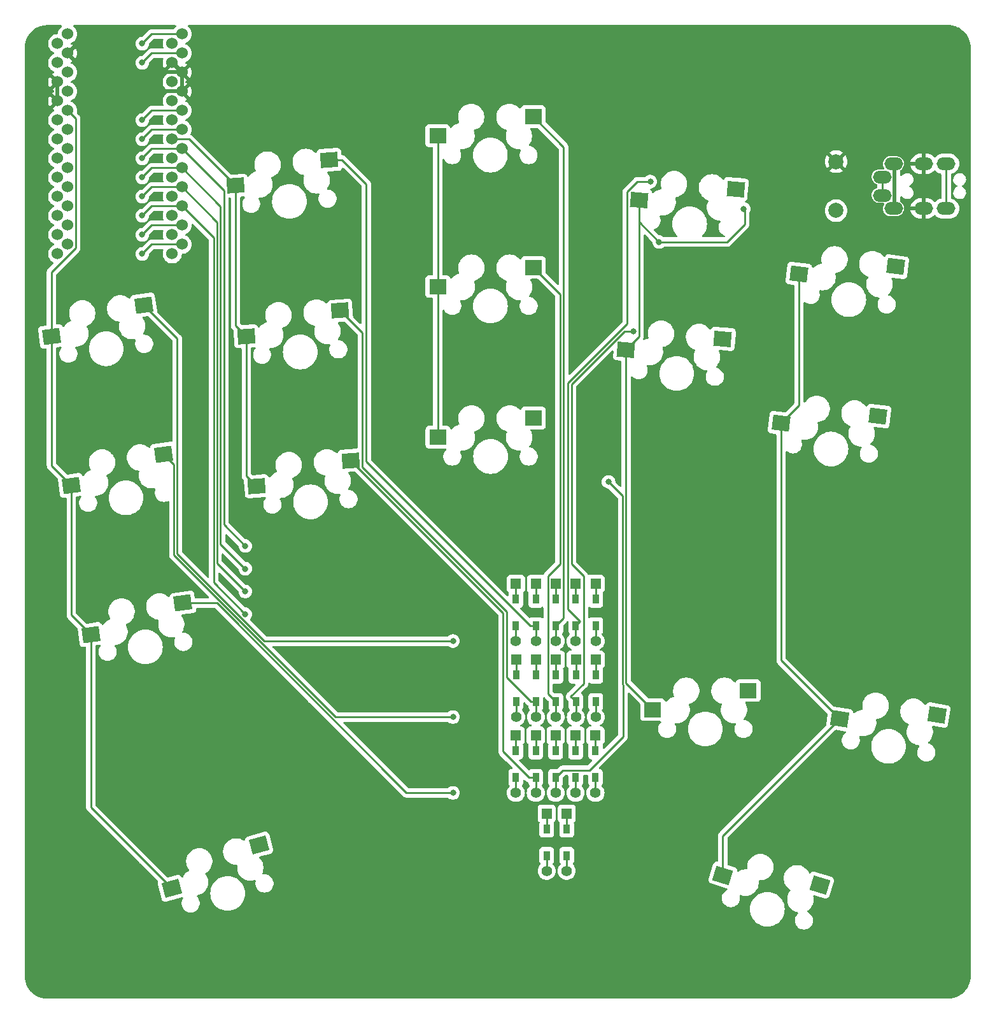
<source format=gbr>
%TF.GenerationSoftware,KiCad,Pcbnew,7.0.7*%
%TF.CreationDate,2024-05-22T00:05:12+09:00*%
%TF.ProjectId,hmproto34,686d7072-6f74-46f3-9334-2e6b69636164,rev?*%
%TF.SameCoordinates,Original*%
%TF.FileFunction,Copper,L2,Bot*%
%TF.FilePolarity,Positive*%
%FSLAX46Y46*%
G04 Gerber Fmt 4.6, Leading zero omitted, Abs format (unit mm)*
G04 Created by KiCad (PCBNEW 7.0.7) date 2024-05-22 00:05:12*
%MOMM*%
%LPD*%
G01*
G04 APERTURE LIST*
G04 Aperture macros list*
%AMRotRect*
0 Rectangle, with rotation*
0 The origin of the aperture is its center*
0 $1 length*
0 $2 width*
0 $3 Rotation angle, in degrees counterclockwise*
0 Add horizontal line*
21,1,$1,$2,0,0,$3*%
G04 Aperture macros list end*
%TA.AperFunction,ComponentPad*%
%ADD10C,2.000000*%
%TD*%
%TA.AperFunction,ComponentPad*%
%ADD11R,1.397000X1.397000*%
%TD*%
%TA.AperFunction,SMDPad,CuDef*%
%ADD12R,0.950000X1.300000*%
%TD*%
%TA.AperFunction,ComponentPad*%
%ADD13C,1.397000*%
%TD*%
%TA.AperFunction,SMDPad,CuDef*%
%ADD14R,2.300000X2.000000*%
%TD*%
%TA.AperFunction,SMDPad,CuDef*%
%ADD15RotRect,2.300000X2.000000X184.000000*%
%TD*%
%TA.AperFunction,SMDPad,CuDef*%
%ADD16RotRect,2.300000X2.000000X173.000000*%
%TD*%
%TA.AperFunction,SMDPad,CuDef*%
%ADD17RotRect,2.300000X2.000000X195.000000*%
%TD*%
%TA.AperFunction,SMDPad,CuDef*%
%ADD18RotRect,2.300000X2.000000X163.000000*%
%TD*%
%TA.AperFunction,SMDPad,CuDef*%
%ADD19RotRect,2.300000X2.000000X175.000000*%
%TD*%
%TA.AperFunction,SMDPad,CuDef*%
%ADD20RotRect,2.300000X2.000000X187.500000*%
%TD*%
%TA.AperFunction,ComponentPad*%
%ADD21O,2.500000X1.700000*%
%TD*%
%TA.AperFunction,ComponentPad*%
%ADD22C,1.524000*%
%TD*%
%TA.AperFunction,SMDPad,CuDef*%
%ADD23RotRect,2.300000X2.000000X171.000000*%
%TD*%
%TA.AperFunction,ViaPad*%
%ADD24C,0.800000*%
%TD*%
%TA.AperFunction,Conductor*%
%ADD25C,0.250000*%
%TD*%
%TA.AperFunction,Conductor*%
%ADD26C,0.500000*%
%TD*%
G04 APERTURE END LIST*
D10*
%TO.P,SW20,1,1*%
%TO.N,reset*%
X119910000Y-36665000D03*
%TO.P,SW20,2,2*%
%TO.N,GND*%
X119910000Y-30165000D03*
%TD*%
D11*
%TO.P,D2,1,K*%
%TO.N,row0*%
X79980000Y-86250000D03*
D12*
X79980000Y-88285000D03*
%TO.P,D2,2,A*%
%TO.N,Net-(D2-A)*%
X79980000Y-91835000D03*
D13*
X79980000Y-93870000D03*
%TD*%
D14*
%TO.P,SW8,1,1*%
%TO.N,col2*%
X66944132Y-46755576D03*
%TO.P,SW8,2,2*%
%TO.N,Net-(D8-A)*%
X79644132Y-44215576D03*
%TD*%
D15*
%TO.P,SW12,1,1*%
%TO.N,col1*%
X42841212Y-73280156D03*
%TO.P,SW12,2,2*%
%TO.N,Net-(D12-A)*%
X55333094Y-69860436D03*
%TD*%
D11*
%TO.P,D15,1,K*%
%TO.N,row2*%
X87910000Y-106410000D03*
D12*
X87910000Y-108445000D03*
%TO.P,D15,2,A*%
%TO.N,Net-(D15-A)*%
X87910000Y-111995000D03*
D13*
X87910000Y-114030000D03*
%TD*%
D16*
%TO.P,SW10,1,1*%
%TO.N,col4*%
X112590732Y-64931722D03*
%TO.P,SW10,2,2*%
%TO.N,Net-(D10-A)*%
X125505616Y-63958395D03*
%TD*%
D11*
%TO.P,D14,1,K*%
%TO.N,row2*%
X85260000Y-106410000D03*
D12*
X85260000Y-108445000D03*
%TO.P,D14,2,A*%
%TO.N,Net-(D14-A)*%
X85260000Y-111995000D03*
D13*
X85260000Y-114030000D03*
%TD*%
D15*
%TO.P,SW7,1,1*%
%TO.N,col1*%
X41471212Y-53370156D03*
%TO.P,SW7,2,2*%
%TO.N,Net-(D7-A)*%
X53963094Y-49950436D03*
%TD*%
D11*
%TO.P,D9,1,K*%
%TO.N,row1*%
X85290000Y-96335000D03*
D12*
X85290000Y-98370000D03*
%TO.P,D9,2,A*%
%TO.N,Net-(D9-A)*%
X85290000Y-101920000D03*
D13*
X85290000Y-103955000D03*
%TD*%
D11*
%TO.P,D17,1,K*%
%TO.N,row3*%
X84070000Y-116780000D03*
D12*
X84070000Y-118815000D03*
%TO.P,D17,2,A*%
%TO.N,Net-(D17-A)*%
X84070000Y-122365000D03*
D13*
X84070000Y-124400000D03*
%TD*%
D17*
%TO.P,SW16,1,1*%
%TO.N,col0*%
X31554898Y-126705221D03*
%TO.P,SW16,2,2*%
%TO.N,Net-(D16-A)*%
X43164756Y-120964767D03*
%TD*%
D18*
%TO.P,SW17,1,1*%
%TO.N,col4*%
X104834318Y-124981708D03*
%TO.P,SW17,2,2*%
%TO.N,Net-(D17-A)*%
X117722012Y-126265814D03*
%TD*%
D11*
%TO.P,D5,1,K*%
%TO.N,row0*%
X87930000Y-86250000D03*
D12*
X87930000Y-88285000D03*
%TO.P,D5,2,A*%
%TO.N,Net-(D5-A)*%
X87930000Y-91835000D03*
D13*
X87930000Y-93870000D03*
%TD*%
D19*
%TO.P,SW9,1,1*%
%TO.N,col3*%
X91965631Y-55125303D03*
%TO.P,SW9,2,2*%
%TO.N,Net-(D9-A)*%
X104838679Y-53701847D03*
%TD*%
D20*
%TO.P,SW6,1,1*%
%TO.N,col0*%
X18187260Y-73191332D03*
%TO.P,SW6,2,2*%
%TO.N,Net-(D6-A)*%
X30447074Y-69015379D03*
%TD*%
D11*
%TO.P,D16,1,K*%
%TO.N,row3*%
X81420000Y-116780000D03*
D12*
X81420000Y-118815000D03*
%TO.P,D16,2,A*%
%TO.N,Net-(D16-A)*%
X81420000Y-122365000D03*
D13*
X81420000Y-124400000D03*
%TD*%
D11*
%TO.P,D6,1,K*%
%TO.N,row1*%
X77340000Y-96335000D03*
D12*
X77340000Y-98370000D03*
%TO.P,D6,2,A*%
%TO.N,Net-(D6-A)*%
X77340000Y-101920000D03*
D13*
X77340000Y-103955000D03*
%TD*%
D15*
%TO.P,SW2,1,1*%
%TO.N,col1*%
X40031212Y-33350156D03*
%TO.P,SW2,2,2*%
%TO.N,Net-(D2-A)*%
X52523094Y-29930436D03*
%TD*%
D21*
%TO.P,J1,A*%
%TO.N,unconnected-(J1-PadA)*%
X126040000Y-32190000D03*
X126040000Y-34640000D03*
%TO.P,J1,B*%
%TO.N,data*%
X134540000Y-30440000D03*
X134540000Y-36390000D03*
%TO.P,J1,C*%
%TO.N,GND*%
X131540000Y-30440000D03*
X131540000Y-36390000D03*
%TO.P,J1,D*%
%TO.N,VCC*%
X127540000Y-30440000D03*
X127540000Y-36390000D03*
%TD*%
D22*
%TO.P,U1,1,TX*%
%TO.N,unconnected-(U1-TX-Pad1)*%
X16370000Y-14480000D03*
X32916400Y-13210000D03*
%TO.P,U1,2,RX*%
%TO.N,data*%
X16370000Y-17020000D03*
X32916400Y-15750000D03*
%TO.P,U1,3,GND*%
%TO.N,GND*%
X16370000Y-19560000D03*
X32916400Y-18290000D03*
%TO.P,U1,4,GND*%
X16370000Y-22100000D03*
X32916400Y-20830000D03*
%TO.P,U1,5,SDA*%
%TO.N,unconnected-(U1-SDA-Pad5)*%
X16370000Y-24640000D03*
X32916400Y-23370000D03*
%TO.P,U1,6,SCL*%
%TO.N,unconnected-(U1-SCL-Pad6)*%
X16370000Y-27180000D03*
X32916400Y-25910000D03*
%TO.P,U1,7,D4*%
%TO.N,row0*%
X16370000Y-29720000D03*
X32916400Y-28450000D03*
%TO.P,U1,8,C6*%
%TO.N,row1*%
X16370000Y-32260000D03*
X32916400Y-30990000D03*
%TO.P,U1,9,D7*%
%TO.N,row2*%
X16370000Y-34800000D03*
X32916400Y-33530000D03*
%TO.P,U1,10,E6*%
%TO.N,row3*%
X16370000Y-37340000D03*
X32916400Y-36070000D03*
%TO.P,U1,11,B4*%
%TO.N,unconnected-(U1-B4-Pad11)*%
X16370000Y-39880000D03*
X32916400Y-38610000D03*
%TO.P,U1,12,B5*%
%TO.N,unconnected-(U1-B5-Pad12)*%
X16370000Y-42420000D03*
X32916400Y-41150000D03*
%TO.P,U1,13,B6*%
%TO.N,unconnected-(U1-B6-Pad13)*%
X17696400Y-41150000D03*
X31610000Y-42420000D03*
%TO.P,U1,14,B2*%
%TO.N,unconnected-(U1-B2-Pad14)*%
X17696400Y-38610000D03*
X31610000Y-39880000D03*
%TO.P,U1,15,B3*%
%TO.N,unconnected-(U1-B3-Pad15)*%
X17696400Y-36070000D03*
X31610000Y-37340000D03*
%TO.P,U1,16,B1*%
%TO.N,col4*%
X17696400Y-33530000D03*
X31610000Y-34800000D03*
%TO.P,U1,17,F7*%
%TO.N,col3*%
X17696400Y-30990000D03*
X31610000Y-32260000D03*
%TO.P,U1,18,F6*%
%TO.N,col2*%
X17696400Y-28450000D03*
X31610000Y-29720000D03*
%TO.P,U1,19,F5*%
%TO.N,col1*%
X17696400Y-25910000D03*
X31610000Y-27180000D03*
%TO.P,U1,20,F4*%
%TO.N,col0*%
X17696400Y-23370000D03*
X31610000Y-24640000D03*
%TO.P,U1,21,VCC*%
%TO.N,VCC*%
X17696400Y-20830000D03*
X31610000Y-22100000D03*
%TO.P,U1,22,RST*%
%TO.N,reset*%
X17696400Y-18290000D03*
X31610000Y-19560000D03*
%TO.P,U1,23,GND*%
%TO.N,GND*%
X17696400Y-15750000D03*
X31610000Y-17020000D03*
%TO.P,U1,24,RAW*%
%TO.N,unconnected-(U1-RAW-Pad24)*%
X17696400Y-13210000D03*
X31610000Y-14480000D03*
%TD*%
D14*
%TO.P,SW14,1,1*%
%TO.N,col3*%
X95514132Y-102965576D03*
%TO.P,SW14,2,2*%
%TO.N,Net-(D14-A)*%
X108214132Y-100425576D03*
%TD*%
%TO.P,SW3,1,1*%
%TO.N,col2*%
X66924132Y-26715576D03*
%TO.P,SW3,2,2*%
%TO.N,Net-(D3-A)*%
X79624132Y-24175576D03*
%TD*%
D19*
%TO.P,SW4,1,1*%
%TO.N,col3*%
X93685631Y-35235303D03*
%TO.P,SW4,2,2*%
%TO.N,Net-(D4-A)*%
X106558679Y-33811847D03*
%TD*%
D20*
%TO.P,SW11,1,1*%
%TO.N,col0*%
X20777260Y-92991332D03*
%TO.P,SW11,2,2*%
%TO.N,Net-(D11-A)*%
X33037074Y-88815379D03*
%TD*%
D11*
%TO.P,D4,1,K*%
%TO.N,row0*%
X85280000Y-86250000D03*
D12*
X85280000Y-88285000D03*
%TO.P,D4,2,A*%
%TO.N,Net-(D4-A)*%
X85280000Y-91835000D03*
D13*
X85280000Y-93870000D03*
%TD*%
D14*
%TO.P,SW13,1,1*%
%TO.N,col2*%
X66954132Y-66765576D03*
%TO.P,SW13,2,2*%
%TO.N,Net-(D13-A)*%
X79654132Y-64225576D03*
%TD*%
D11*
%TO.P,D12,1,K*%
%TO.N,row2*%
X79960000Y-106410000D03*
D12*
X79960000Y-108445000D03*
%TO.P,D12,2,A*%
%TO.N,Net-(D12-A)*%
X79960000Y-111995000D03*
D13*
X79960000Y-114030000D03*
%TD*%
D16*
%TO.P,SW5,1,1*%
%TO.N,col4*%
X114960732Y-45081722D03*
%TO.P,SW5,2,2*%
%TO.N,Net-(D5-A)*%
X127875616Y-44108395D03*
%TD*%
D11*
%TO.P,D7,1,K*%
%TO.N,row1*%
X79990000Y-96335000D03*
D12*
X79990000Y-98370000D03*
%TO.P,D7,2,A*%
%TO.N,Net-(D7-A)*%
X79990000Y-101920000D03*
D13*
X79990000Y-103955000D03*
%TD*%
D20*
%TO.P,SW1,1,1*%
%TO.N,col0*%
X15557260Y-53381332D03*
%TO.P,SW1,2,2*%
%TO.N,Net-(D1-A)*%
X27817074Y-49205379D03*
%TD*%
D11*
%TO.P,D10,1,K*%
%TO.N,row1*%
X87940000Y-96335000D03*
D12*
X87940000Y-98370000D03*
%TO.P,D10,2,A*%
%TO.N,Net-(D10-A)*%
X87940000Y-101920000D03*
D13*
X87940000Y-103955000D03*
%TD*%
D11*
%TO.P,D1,1,K*%
%TO.N,row0*%
X77330000Y-86250000D03*
D12*
X77330000Y-88285000D03*
%TO.P,D1,2,A*%
%TO.N,Net-(D1-A)*%
X77330000Y-91835000D03*
D13*
X77330000Y-93870000D03*
%TD*%
D11*
%TO.P,D13,1,K*%
%TO.N,row2*%
X82610000Y-106410000D03*
D12*
X82610000Y-108445000D03*
%TO.P,D13,2,A*%
%TO.N,Net-(D13-A)*%
X82610000Y-111995000D03*
D13*
X82610000Y-114030000D03*
%TD*%
D23*
%TO.P,SW15,1,1*%
%TO.N,col4*%
X120373915Y-104212299D03*
%TO.P,SW15,2,2*%
%TO.N,Net-(D15-A)*%
X133314900Y-103690288D03*
%TD*%
D11*
%TO.P,D11,1,K*%
%TO.N,row2*%
X77310000Y-106410000D03*
D12*
X77310000Y-108445000D03*
%TO.P,D11,2,A*%
%TO.N,Net-(D11-A)*%
X77310000Y-111995000D03*
D13*
X77310000Y-114030000D03*
%TD*%
D11*
%TO.P,D3,1,K*%
%TO.N,row0*%
X82630000Y-86250000D03*
D12*
X82630000Y-88285000D03*
%TO.P,D3,2,A*%
%TO.N,Net-(D3-A)*%
X82630000Y-91835000D03*
D13*
X82630000Y-93870000D03*
%TD*%
D11*
%TO.P,D8,1,K*%
%TO.N,row1*%
X82640000Y-96335000D03*
D12*
X82640000Y-98370000D03*
%TO.P,D8,2,A*%
%TO.N,Net-(D8-A)*%
X82640000Y-101920000D03*
D13*
X82640000Y-103955000D03*
%TD*%
D24*
%TO.N,row0*%
X27630000Y-29720000D03*
X41330000Y-81230000D03*
%TO.N,Net-(D1-A)*%
X27817074Y-49205379D03*
X68950000Y-93870000D03*
%TO.N,Net-(D2-A)*%
X52523094Y-29930436D03*
%TO.N,Net-(D3-A)*%
X79624132Y-24175576D03*
%TO.N,Net-(D4-A)*%
X95202060Y-32818271D03*
X106558679Y-33811847D03*
%TO.N,row1*%
X41330000Y-84253333D03*
X27630000Y-32260000D03*
%TO.N,Net-(D6-A)*%
X68950000Y-103955000D03*
X30447074Y-69015379D03*
%TO.N,Net-(D7-A)*%
X53963094Y-49950436D03*
%TO.N,Net-(D8-A)*%
X79644132Y-44215576D03*
%TO.N,Net-(D9-A)*%
X104838679Y-53701847D03*
X92961131Y-52708271D03*
%TO.N,row2*%
X27630000Y-34800000D03*
X41330000Y-87276666D03*
%TO.N,Net-(D11-A)*%
X33037074Y-88815379D03*
X68950000Y-114030000D03*
%TO.N,Net-(D12-A)*%
X55333094Y-69860436D03*
%TO.N,Net-(D13-A)*%
X89640000Y-72710000D03*
X79654132Y-64225576D03*
%TO.N,Net-(D14-A)*%
X108214132Y-100425576D03*
%TO.N,Net-(D15-A)*%
X133314900Y-103690288D03*
%TO.N,row3*%
X41330000Y-90300000D03*
X27630000Y-37340000D03*
%TO.N,Net-(D16-A)*%
X43164756Y-120964767D03*
%TO.N,Net-(D17-A)*%
X117722012Y-126265814D03*
%TO.N,Net-(D5-A)*%
X127875616Y-44108395D03*
%TO.N,Net-(D10-A)*%
X125505616Y-63958395D03*
%TO.N,data*%
X27630000Y-17020000D03*
%TO.N,GND*%
X27630000Y-22100000D03*
X27630000Y-19560000D03*
%TO.N,col0*%
X20777260Y-92991332D03*
X15557260Y-53381332D03*
X31554898Y-126705221D03*
X18187260Y-73191332D03*
%TO.N,col1*%
X42841212Y-73280156D03*
X41471212Y-53370156D03*
X40031212Y-33350156D03*
%TO.N,col2*%
X66924132Y-26715576D03*
X66944132Y-46755576D03*
X66954132Y-66765576D03*
%TO.N,col3*%
X95514132Y-102965576D03*
X91965631Y-55125303D03*
X96367381Y-40840576D03*
X107632357Y-36455484D03*
%TO.N,col4*%
X112590732Y-64931722D03*
X120373915Y-104212299D03*
X104834318Y-124981708D03*
X114960732Y-45081722D03*
%TO.N,unconnected-(U1-B5-Pad12)*%
X27630000Y-42420000D03*
%TO.N,unconnected-(U1-B4-Pad11)*%
X27630000Y-39880000D03*
%TO.N,unconnected-(U1-SCL-Pad6)*%
X27630000Y-27180000D03*
%TO.N,unconnected-(U1-SDA-Pad5)*%
X27630000Y-24640000D03*
%TO.N,unconnected-(U1-TX-Pad1)*%
X27630000Y-14480000D03*
%TD*%
D25*
%TO.N,row0*%
X28900000Y-28450000D02*
X32916400Y-28450000D01*
X27630000Y-29720000D02*
X28900000Y-28450000D01*
X38489257Y-34022857D02*
X38489257Y-78389257D01*
X87930000Y-86250000D02*
X87930000Y-88285000D01*
X82630000Y-86250000D02*
X82630000Y-88285000D01*
X32916400Y-28450000D02*
X38489257Y-34022857D01*
X38489257Y-78389257D02*
X41330000Y-81230000D01*
X77330000Y-86250000D02*
X77330000Y-88285000D01*
X79980000Y-86250000D02*
X79980000Y-88285000D01*
X85280000Y-86250000D02*
X85280000Y-88285000D01*
%TO.N,Net-(D1-A)*%
X43874695Y-93870000D02*
X68950000Y-93870000D01*
X32275672Y-82270977D02*
X43874695Y-93870000D01*
X32275672Y-53663977D02*
X32275672Y-82270977D01*
X77330000Y-91835000D02*
X77330000Y-93870000D01*
X27817074Y-49205379D02*
X32275672Y-53663977D01*
%TO.N,Net-(D2-A)*%
X79980000Y-91835000D02*
X79980000Y-93870000D01*
X52523094Y-29930436D02*
X54210436Y-29930436D01*
X57420000Y-70020000D02*
X79235000Y-91835000D01*
X57420000Y-33140000D02*
X57420000Y-70020000D01*
X54210436Y-29930436D02*
X57420000Y-33140000D01*
X79235000Y-91835000D02*
X79980000Y-91835000D01*
%TO.N,Net-(D3-A)*%
X82630000Y-91835000D02*
X82630000Y-93870000D01*
X83653500Y-28204944D02*
X83653500Y-90811500D01*
X83653500Y-90811500D02*
X82630000Y-91835000D01*
X79624132Y-24175576D02*
X83653500Y-28204944D01*
%TO.N,Net-(D4-A)*%
X85280000Y-91835000D02*
X85863500Y-91251500D01*
X93488151Y-32818271D02*
X95202060Y-32818271D01*
X85280000Y-91835000D02*
X85280000Y-93870000D01*
X85863500Y-91251500D02*
X84256500Y-89644500D01*
X92140000Y-36278038D02*
X92127851Y-36265889D01*
X84256500Y-89644500D02*
X84256500Y-59583526D01*
X92127851Y-36265889D02*
X92127851Y-34178571D01*
X84256500Y-59583526D02*
X92140000Y-51700026D01*
X92140000Y-51700026D02*
X92140000Y-36278038D01*
X92127851Y-34178571D02*
X93488151Y-32818271D01*
%TO.N,row1*%
X79990000Y-96335000D02*
X79990000Y-98370000D01*
X87940000Y-96335000D02*
X87940000Y-98370000D01*
X82640000Y-96335000D02*
X82640000Y-98370000D01*
X27630000Y-32260000D02*
X28900000Y-30990000D01*
X38039257Y-36112857D02*
X38039257Y-80962590D01*
X38039257Y-80962590D02*
X41330000Y-84253333D01*
X77340000Y-96335000D02*
X77340000Y-98370000D01*
X85290000Y-96335000D02*
X85290000Y-98370000D01*
X28900000Y-30990000D02*
X32916400Y-30990000D01*
X32916400Y-30990000D02*
X38039257Y-36112857D01*
%TO.N,Net-(D6-A)*%
X31825672Y-70393977D02*
X31825672Y-82457373D01*
X53323299Y-103955000D02*
X68950000Y-103955000D01*
X31825672Y-82457373D02*
X53323299Y-103955000D01*
X30447074Y-69015379D02*
X31825672Y-70393977D01*
X77340000Y-101920000D02*
X77340000Y-103955000D01*
%TO.N,Net-(D7-A)*%
X76080000Y-98700000D02*
X79300000Y-101920000D01*
X76080000Y-89970946D02*
X76080000Y-98700000D01*
X56875049Y-52862391D02*
X56875049Y-70765995D01*
X56875049Y-70765995D02*
X76080000Y-89970946D01*
X79300000Y-101920000D02*
X79990000Y-101920000D01*
X53963094Y-49950436D02*
X56875049Y-52862391D01*
X79990000Y-101920000D02*
X79990000Y-103955000D01*
%TO.N,Net-(D8-A)*%
X83203500Y-47774944D02*
X83203500Y-83629500D01*
X82640000Y-101920000D02*
X82640000Y-103955000D01*
X83203500Y-83629500D02*
X81606500Y-85226500D01*
X81606500Y-100886500D02*
X82640000Y-101920000D01*
X81606500Y-85226500D02*
X81606500Y-100886500D01*
X79644132Y-44215576D02*
X83203500Y-47774944D01*
%TO.N,Net-(D9-A)*%
X86313500Y-99516500D02*
X86313500Y-85236500D01*
X91768151Y-52708271D02*
X92961131Y-52708271D01*
X85290000Y-101920000D02*
X85290000Y-103955000D01*
X84600000Y-101230000D02*
X86313500Y-99516500D01*
X84706500Y-59769922D02*
X91768151Y-52708271D01*
X85290000Y-101920000D02*
X84600000Y-101230000D01*
X86313500Y-85236500D02*
X84706500Y-83629500D01*
X84706500Y-83629500D02*
X84706500Y-59769922D01*
%TO.N,row2*%
X28900000Y-33530000D02*
X32916400Y-33530000D01*
X77310000Y-106410000D02*
X77310000Y-108445000D01*
X32916400Y-33530000D02*
X37589257Y-38202857D01*
X79960000Y-106410000D02*
X79960000Y-108445000D01*
X37589257Y-38202857D02*
X37589257Y-83535923D01*
X87910000Y-106410000D02*
X87910000Y-108445000D01*
X85260000Y-106410000D02*
X85260000Y-108445000D01*
X82610000Y-106410000D02*
X82610000Y-108445000D01*
X27630000Y-34800000D02*
X28900000Y-33530000D01*
X37589257Y-83535923D02*
X41330000Y-87276666D01*
%TO.N,Net-(D11-A)*%
X77310000Y-111995000D02*
X77310000Y-114030000D01*
X37547282Y-88815379D02*
X62761903Y-114030000D01*
X62761903Y-114030000D02*
X68950000Y-114030000D01*
X33037074Y-88815379D02*
X37547282Y-88815379D01*
%TO.N,Net-(D12-A)*%
X75630000Y-108540000D02*
X79085000Y-111995000D01*
X79085000Y-111995000D02*
X79960000Y-111995000D01*
X79960000Y-111995000D02*
X79960000Y-114030000D01*
X75630000Y-90157342D02*
X75630000Y-108540000D01*
X55333094Y-69860436D02*
X75630000Y-90157342D01*
%TO.N,Net-(D13-A)*%
X83585000Y-111020000D02*
X82610000Y-111995000D01*
X89640000Y-72710000D02*
X91515631Y-74585631D01*
X91515631Y-99603471D02*
X91580000Y-99667840D01*
X82610000Y-111995000D02*
X82610000Y-114030000D01*
X91515631Y-74585631D02*
X91515631Y-99603471D01*
X87110000Y-111020000D02*
X83585000Y-111020000D01*
X91580000Y-106550000D02*
X87110000Y-111020000D01*
X91580000Y-99667840D02*
X91580000Y-106550000D01*
%TO.N,Net-(D14-A)*%
X85260000Y-111995000D02*
X85260000Y-114030000D01*
%TO.N,Net-(D15-A)*%
X87910000Y-111995000D02*
X87910000Y-114030000D01*
%TO.N,row3*%
X84070000Y-116780000D02*
X84070000Y-118815000D01*
X81420000Y-116780000D02*
X81420000Y-118815000D01*
X37139257Y-86109257D02*
X41330000Y-90300000D01*
X32916400Y-36070000D02*
X37139257Y-40292857D01*
X28900000Y-36070000D02*
X32916400Y-36070000D01*
X37139257Y-40292857D02*
X37139257Y-86109257D01*
X27630000Y-37340000D02*
X28900000Y-36070000D01*
%TO.N,Net-(D16-A)*%
X81420000Y-122365000D02*
X81420000Y-124400000D01*
%TO.N,Net-(D17-A)*%
X84070000Y-122365000D02*
X84070000Y-124400000D01*
%TO.N,Net-(D5-A)*%
X87930000Y-91835000D02*
X87930000Y-93870000D01*
%TO.N,Net-(D10-A)*%
X87940000Y-101920000D02*
X87940000Y-103955000D01*
D26*
%TO.N,VCC*%
X127690000Y-30590000D02*
X127690000Y-36240000D01*
X127540000Y-30440000D02*
X127690000Y-30590000D01*
X127690000Y-36240000D02*
X127540000Y-36390000D01*
D25*
%TO.N,unconnected-(J1-PadA)*%
X126040000Y-32190000D02*
X126040000Y-34640000D01*
%TO.N,data*%
X134540000Y-30440000D02*
X134540000Y-36390000D01*
X28900000Y-15750000D02*
X27630000Y-17020000D01*
X32916400Y-15750000D02*
X28900000Y-15750000D01*
D26*
%TO.N,GND*%
X32916400Y-18290000D02*
X28900000Y-18290000D01*
X16370000Y-19560000D02*
X16370000Y-22100000D01*
X32916400Y-18290000D02*
X32916400Y-20830000D01*
X31610000Y-17020000D02*
X31646400Y-17020000D01*
X28900000Y-20830000D02*
X27630000Y-22100000D01*
X131540000Y-30440000D02*
X131540000Y-36390000D01*
X28900000Y-18290000D02*
X27630000Y-19560000D01*
X31646400Y-17020000D02*
X32916400Y-18290000D01*
X32916400Y-20830000D02*
X28900000Y-20830000D01*
D25*
%TO.N,col0*%
X18187260Y-90401332D02*
X20777260Y-92991332D01*
X15557260Y-53381332D02*
X15557260Y-70561332D01*
X20777260Y-115927583D02*
X31554898Y-126705221D01*
X20777260Y-92991332D02*
X20777260Y-115927583D01*
X15557260Y-53381332D02*
X15557260Y-44826391D01*
X15557260Y-44826391D02*
X18783400Y-41600251D01*
X18783400Y-41600251D02*
X18783400Y-24457000D01*
X18187260Y-73191332D02*
X18187260Y-90401332D01*
X18783400Y-24457000D02*
X17696400Y-23370000D01*
X15557260Y-70561332D02*
X18187260Y-73191332D01*
%TO.N,col1*%
X31610000Y-27180000D02*
X33861056Y-27180000D01*
X40031212Y-51930156D02*
X41471212Y-53370156D01*
X41471212Y-53370156D02*
X41471212Y-71910156D01*
X41471212Y-71910156D02*
X42841212Y-73280156D01*
X40031212Y-33350156D02*
X40031212Y-51930156D01*
X33861056Y-27180000D02*
X40031212Y-33350156D01*
%TO.N,col2*%
X66924132Y-46735576D02*
X66944132Y-46755576D01*
X66944132Y-66755576D02*
X66954132Y-66765576D01*
X66944132Y-46755576D02*
X66944132Y-66755576D01*
X66924132Y-26715576D02*
X66924132Y-46735576D01*
%TO.N,col3*%
X107751767Y-36574894D02*
X107632357Y-36455484D01*
X105409424Y-40840576D02*
X107751767Y-38498233D01*
X93685631Y-38158826D02*
X96367381Y-40840576D01*
X91965631Y-55125303D02*
X91965631Y-99417075D01*
X93685631Y-37910000D02*
X93685631Y-38158826D01*
X96367381Y-40840576D02*
X105409424Y-40840576D01*
X107751767Y-38498233D02*
X107751767Y-36574894D01*
X93685631Y-53405303D02*
X91965631Y-55125303D01*
X91965631Y-99417075D02*
X95514132Y-102965576D01*
X93685631Y-37910000D02*
X93685631Y-53405303D01*
X93685631Y-35235303D02*
X93685631Y-37910000D01*
%TO.N,col4*%
X112590732Y-96429116D02*
X120373915Y-104212299D01*
X114960732Y-45081722D02*
X114960732Y-62561722D01*
X104834318Y-119751896D02*
X104834318Y-124981708D01*
X120373915Y-104212299D02*
X104834318Y-119751896D01*
X114960732Y-62561722D02*
X112590732Y-64931722D01*
X112590732Y-64931722D02*
X112590732Y-96429116D01*
%TO.N,unconnected-(U1-B5-Pad12)*%
X28900000Y-41150000D02*
X32916400Y-41150000D01*
X27630000Y-42420000D02*
X28900000Y-41150000D01*
%TO.N,unconnected-(U1-B4-Pad11)*%
X28900000Y-38610000D02*
X32916400Y-38610000D01*
X27630000Y-39880000D02*
X28900000Y-38610000D01*
%TO.N,unconnected-(U1-SCL-Pad6)*%
X27630000Y-27180000D02*
X28900000Y-25910000D01*
X28900000Y-25910000D02*
X32916400Y-25910000D01*
%TO.N,unconnected-(U1-SDA-Pad5)*%
X28900000Y-23370000D02*
X32916400Y-23370000D01*
X27630000Y-24640000D02*
X28900000Y-23370000D01*
%TO.N,unconnected-(U1-TX-Pad1)*%
X27630000Y-14480000D02*
X28900000Y-13210000D01*
X28900000Y-13210000D02*
X32916400Y-13210000D01*
%TD*%
%TA.AperFunction,Conductor*%
%TO.N,GND*%
G36*
X134974523Y-12010120D02*
G01*
X135147927Y-12020965D01*
X135154106Y-12021666D01*
X135304463Y-12046454D01*
X135467569Y-12075227D01*
X135473210Y-12076497D01*
X135624436Y-12118043D01*
X135755940Y-12156830D01*
X135779419Y-12163755D01*
X135784438Y-12165472D01*
X135932311Y-12223309D01*
X136079850Y-12285516D01*
X136084241Y-12287574D01*
X136226216Y-12361047D01*
X136365286Y-12439060D01*
X136369044Y-12441347D01*
X136423662Y-12477308D01*
X136503161Y-12529653D01*
X136579436Y-12584500D01*
X136632441Y-12622615D01*
X136635566Y-12625017D01*
X136758907Y-12726193D01*
X136761191Y-12728161D01*
X136814653Y-12776548D01*
X136878176Y-12834042D01*
X136880676Y-12836436D01*
X136992811Y-12949997D01*
X136995185Y-12952540D01*
X137099575Y-13070848D01*
X137101514Y-13073157D01*
X137201121Y-13197764D01*
X137203484Y-13200920D01*
X137294798Y-13331354D01*
X137381404Y-13466580D01*
X137383647Y-13470372D01*
X137459901Y-13610427D01*
X137502748Y-13695848D01*
X137522347Y-13734922D01*
X137531560Y-13753288D01*
X137533571Y-13757724D01*
X137579988Y-13871819D01*
X137593922Y-13906069D01*
X137601728Y-13926793D01*
X137649864Y-14054605D01*
X137651527Y-14059672D01*
X137695291Y-14215267D01*
X137734906Y-14366945D01*
X137736107Y-14372616D01*
X137762830Y-14536146D01*
X137785699Y-14686697D01*
X137786326Y-14692928D01*
X137794325Y-14853502D01*
X137794402Y-14856491D01*
X137801824Y-19655513D01*
X137807599Y-125740835D01*
X137808284Y-138327035D01*
X137808288Y-138390240D01*
X137808181Y-138393880D01*
X137800557Y-138523668D01*
X137789035Y-138707903D01*
X137788330Y-138714122D01*
X137763554Y-138864412D01*
X137734774Y-139027553D01*
X137733501Y-139033209D01*
X137691967Y-139184398D01*
X137646243Y-139339420D01*
X137644516Y-139344466D01*
X137586699Y-139492289D01*
X137524486Y-139639840D01*
X137522419Y-139644250D01*
X137448957Y-139786205D01*
X137370942Y-139925280D01*
X137368652Y-139929044D01*
X137280353Y-140063152D01*
X137256073Y-140096918D01*
X137187383Y-140192441D01*
X137184981Y-140195566D01*
X137083805Y-140318907D01*
X137081837Y-140321191D01*
X136975968Y-140438164D01*
X136973562Y-140440676D01*
X136860001Y-140552811D01*
X136857458Y-140555185D01*
X136739150Y-140659575D01*
X136736841Y-140661514D01*
X136612234Y-140761121D01*
X136609079Y-140763483D01*
X136478645Y-140854798D01*
X136343418Y-140941404D01*
X136339626Y-140943647D01*
X136199572Y-141019901D01*
X136056709Y-141091560D01*
X136052274Y-141093571D01*
X135903924Y-141153925D01*
X135755392Y-141209864D01*
X135750326Y-141211527D01*
X135594732Y-141255291D01*
X135443053Y-141294906D01*
X135437382Y-141296107D01*
X135289214Y-141320320D01*
X135269305Y-141321943D01*
X67402881Y-141370415D01*
X14961847Y-141377295D01*
X14958203Y-141377189D01*
X14826225Y-141369436D01*
X14644338Y-141358069D01*
X14638115Y-141357364D01*
X14485942Y-141332275D01*
X14324726Y-141303834D01*
X14319070Y-141302561D01*
X14166712Y-141260704D01*
X14086412Y-141237020D01*
X14012873Y-141215329D01*
X14007827Y-141213601D01*
X13859096Y-141155429D01*
X13712467Y-141093604D01*
X13708058Y-141091537D01*
X13565350Y-141017685D01*
X13429367Y-140941404D01*
X13427033Y-140940094D01*
X13423271Y-140937804D01*
X13288537Y-140849093D01*
X13159861Y-140756565D01*
X13156788Y-140754203D01*
X13070512Y-140683431D01*
X13032858Y-140652542D01*
X13030575Y-140650575D01*
X12914174Y-140545223D01*
X12911684Y-140542839D01*
X12799008Y-140428730D01*
X12796661Y-140426216D01*
X12721126Y-140340609D01*
X12692763Y-140308464D01*
X12690835Y-140306169D01*
X12590763Y-140180981D01*
X12588420Y-140177850D01*
X12497544Y-140048041D01*
X12410538Y-139912192D01*
X12408297Y-139908402D01*
X12384476Y-139864651D01*
X12332467Y-139769127D01*
X12260408Y-139625464D01*
X12258397Y-139621029D01*
X12198453Y-139473684D01*
X12142144Y-139324176D01*
X12140482Y-139319111D01*
X12097075Y-139164784D01*
X12057130Y-139011847D01*
X12055932Y-139006186D01*
X12029520Y-138844555D01*
X12028599Y-138838492D01*
X12006360Y-138692098D01*
X12005739Y-138685929D01*
X11996691Y-138504309D01*
X11990573Y-138371510D01*
X11990510Y-138368312D01*
X11990726Y-138332173D01*
X11990496Y-138327050D01*
X11986257Y-60435513D01*
X11989776Y-14886706D01*
X11989880Y-14883171D01*
X11991631Y-14853367D01*
X11996270Y-14779170D01*
X12003020Y-14671205D01*
X12003719Y-14665035D01*
X12028721Y-14513388D01*
X12031022Y-14500349D01*
X12057271Y-14351558D01*
X12058529Y-14345967D01*
X12089397Y-14233612D01*
X12100293Y-14193955D01*
X12139899Y-14059672D01*
X12145787Y-14039707D01*
X12147497Y-14034713D01*
X12205566Y-13886249D01*
X12267521Y-13739311D01*
X12269569Y-13734942D01*
X12343316Y-13592439D01*
X12352165Y-13576666D01*
X12421058Y-13453853D01*
X12423304Y-13450162D01*
X12511922Y-13315572D01*
X12604590Y-13186703D01*
X12606930Y-13183658D01*
X12708498Y-13059841D01*
X12710386Y-13057650D01*
X12815969Y-12940995D01*
X12818300Y-12938560D01*
X12932308Y-12825984D01*
X12934756Y-12823698D01*
X13052706Y-12719626D01*
X13055003Y-12717697D01*
X13139520Y-12650137D01*
X13180018Y-12617763D01*
X13183154Y-12615415D01*
X13313143Y-12524412D01*
X13448868Y-12437486D01*
X13452584Y-12435288D01*
X13592099Y-12359327D01*
X13735575Y-12287361D01*
X13739947Y-12285379D01*
X13887621Y-12225300D01*
X14036870Y-12169088D01*
X14041846Y-12167455D01*
X14196624Y-12123921D01*
X14349182Y-12084075D01*
X14354824Y-12082881D01*
X14517035Y-12056373D01*
X14668924Y-12033299D01*
X14675091Y-12032679D01*
X14858459Y-12023543D01*
X14989435Y-12017508D01*
X14992642Y-12017445D01*
X15039902Y-12017728D01*
X15042713Y-12017428D01*
X16805621Y-12017196D01*
X16872660Y-12036872D01*
X16918422Y-12089670D01*
X16928374Y-12158827D01*
X16899358Y-12222386D01*
X16885347Y-12236179D01*
X16881782Y-12239170D01*
X16725575Y-12395377D01*
X16598866Y-12576338D01*
X16598865Y-12576340D01*
X16505507Y-12776548D01*
X16505504Y-12776554D01*
X16448330Y-12989929D01*
X16448329Y-12989936D01*
X16438364Y-13103837D01*
X16412911Y-13168906D01*
X16356320Y-13209884D01*
X16325644Y-13216557D01*
X16149936Y-13231929D01*
X16149929Y-13231930D01*
X15936554Y-13289104D01*
X15936548Y-13289107D01*
X15736340Y-13382465D01*
X15736338Y-13382466D01*
X15555377Y-13509175D01*
X15399175Y-13665377D01*
X15272466Y-13846338D01*
X15272465Y-13846340D01*
X15179107Y-14046548D01*
X15179104Y-14046554D01*
X15121930Y-14259929D01*
X15121929Y-14259937D01*
X15102677Y-14479997D01*
X15102677Y-14480002D01*
X15121929Y-14700062D01*
X15121930Y-14700070D01*
X15179104Y-14913445D01*
X15179105Y-14913447D01*
X15179106Y-14913450D01*
X15213611Y-14987446D01*
X15272466Y-15113662D01*
X15272468Y-15113666D01*
X15399170Y-15294615D01*
X15399175Y-15294621D01*
X15555378Y-15450824D01*
X15555384Y-15450829D01*
X15736333Y-15577531D01*
X15736335Y-15577532D01*
X15736338Y-15577534D01*
X15833519Y-15622850D01*
X15865189Y-15637618D01*
X15917628Y-15683790D01*
X15936780Y-15750984D01*
X15916564Y-15817865D01*
X15865189Y-15862382D01*
X15736340Y-15922465D01*
X15736338Y-15922466D01*
X15555377Y-16049175D01*
X15399175Y-16205377D01*
X15272466Y-16386338D01*
X15272465Y-16386340D01*
X15179107Y-16586548D01*
X15179104Y-16586554D01*
X15121930Y-16799929D01*
X15121929Y-16799937D01*
X15102677Y-17019997D01*
X15102677Y-17020002D01*
X15121929Y-17240062D01*
X15121930Y-17240070D01*
X15179104Y-17453445D01*
X15179105Y-17453447D01*
X15179106Y-17453450D01*
X15243625Y-17591811D01*
X15272466Y-17653662D01*
X15272468Y-17653666D01*
X15399170Y-17834615D01*
X15399175Y-17834621D01*
X15555378Y-17990824D01*
X15555384Y-17990829D01*
X15736333Y-18117531D01*
X15736335Y-18117532D01*
X15736338Y-18117534D01*
X15833519Y-18162850D01*
X15865781Y-18177894D01*
X15918220Y-18224066D01*
X15937372Y-18291260D01*
X15917156Y-18358141D01*
X15865781Y-18402658D01*
X15736586Y-18462903D01*
X15671812Y-18508257D01*
X15671811Y-18508258D01*
X16181374Y-19017821D01*
X16214859Y-19079144D01*
X16209875Y-19148836D01*
X16168003Y-19204769D01*
X16149990Y-19215986D01*
X16128146Y-19227116D01*
X16037116Y-19318146D01*
X16025986Y-19339990D01*
X15978011Y-19390785D01*
X15910189Y-19407579D01*
X15844055Y-19385040D01*
X15827821Y-19371374D01*
X15318258Y-18861811D01*
X15318257Y-18861812D01*
X15272903Y-18926586D01*
X15179579Y-19126720D01*
X15179575Y-19126729D01*
X15122426Y-19340013D01*
X15122424Y-19340023D01*
X15103179Y-19559999D01*
X15103179Y-19560000D01*
X15122424Y-19779976D01*
X15122426Y-19779986D01*
X15179575Y-19993270D01*
X15179580Y-19993284D01*
X15272899Y-20193407D01*
X15272900Y-20193409D01*
X15318258Y-20258187D01*
X15827821Y-19748624D01*
X15889144Y-19715139D01*
X15958835Y-19720123D01*
X16014769Y-19761994D01*
X16025987Y-19780011D01*
X16037115Y-19801852D01*
X16037117Y-19801854D01*
X16128146Y-19892883D01*
X16149986Y-19904010D01*
X16200782Y-19951982D01*
X16217579Y-20019802D01*
X16195044Y-20085938D01*
X16181374Y-20102177D01*
X15671811Y-20611740D01*
X15671811Y-20611741D01*
X15736582Y-20657094D01*
X15736588Y-20657098D01*
X15866373Y-20717618D01*
X15918812Y-20763790D01*
X15937964Y-20830984D01*
X15917748Y-20897865D01*
X15866373Y-20942382D01*
X15736586Y-21002903D01*
X15671812Y-21048257D01*
X15671811Y-21048258D01*
X16181374Y-21557821D01*
X16214859Y-21619144D01*
X16209875Y-21688836D01*
X16168003Y-21744769D01*
X16149990Y-21755986D01*
X16128146Y-21767116D01*
X16037116Y-21858146D01*
X16025986Y-21879990D01*
X15978011Y-21930785D01*
X15910189Y-21947579D01*
X15844055Y-21925040D01*
X15827821Y-21911374D01*
X15318258Y-21401811D01*
X15318257Y-21401812D01*
X15272903Y-21466586D01*
X15179579Y-21666720D01*
X15179575Y-21666729D01*
X15122426Y-21880013D01*
X15122424Y-21880023D01*
X15103179Y-22099999D01*
X15103179Y-22100000D01*
X15122424Y-22319976D01*
X15122426Y-22319986D01*
X15179575Y-22533270D01*
X15179580Y-22533284D01*
X15272899Y-22733407D01*
X15272900Y-22733409D01*
X15318258Y-22798187D01*
X15827821Y-22288624D01*
X15889144Y-22255139D01*
X15958835Y-22260123D01*
X16014769Y-22301994D01*
X16025987Y-22320011D01*
X16037115Y-22341852D01*
X16037117Y-22341854D01*
X16128146Y-22432883D01*
X16149986Y-22444010D01*
X16200782Y-22491982D01*
X16217579Y-22559802D01*
X16195044Y-22625938D01*
X16181374Y-22642177D01*
X15671811Y-23151740D01*
X15671811Y-23151741D01*
X15736582Y-23197094D01*
X15736588Y-23197098D01*
X15865781Y-23257342D01*
X15918220Y-23303514D01*
X15937372Y-23370708D01*
X15917156Y-23437589D01*
X15865781Y-23482106D01*
X15736340Y-23542465D01*
X15736338Y-23542466D01*
X15555377Y-23669175D01*
X15399175Y-23825377D01*
X15272466Y-24006338D01*
X15272465Y-24006340D01*
X15179107Y-24206548D01*
X15179104Y-24206554D01*
X15121930Y-24419929D01*
X15121929Y-24419937D01*
X15102677Y-24639997D01*
X15102677Y-24640002D01*
X15121929Y-24860062D01*
X15121930Y-24860070D01*
X15179104Y-25073445D01*
X15179105Y-25073447D01*
X15179106Y-25073450D01*
X15248135Y-25221484D01*
X15272466Y-25273662D01*
X15272468Y-25273666D01*
X15399170Y-25454615D01*
X15399175Y-25454621D01*
X15555378Y-25610824D01*
X15555384Y-25610829D01*
X15736333Y-25737531D01*
X15736335Y-25737532D01*
X15736338Y-25737534D01*
X15855748Y-25793215D01*
X15865189Y-25797618D01*
X15917628Y-25843790D01*
X15936780Y-25910984D01*
X15916564Y-25977865D01*
X15865189Y-26022382D01*
X15736340Y-26082465D01*
X15736338Y-26082466D01*
X15555377Y-26209175D01*
X15399175Y-26365377D01*
X15272466Y-26546338D01*
X15272465Y-26546340D01*
X15179107Y-26746548D01*
X15179104Y-26746554D01*
X15121930Y-26959929D01*
X15121929Y-26959937D01*
X15102677Y-27179997D01*
X15102677Y-27180002D01*
X15121929Y-27400062D01*
X15121930Y-27400070D01*
X15179104Y-27613445D01*
X15179105Y-27613447D01*
X15179106Y-27613450D01*
X15264910Y-27797459D01*
X15272466Y-27813662D01*
X15272468Y-27813666D01*
X15399170Y-27994615D01*
X15399175Y-27994621D01*
X15555378Y-28150824D01*
X15555384Y-28150829D01*
X15736333Y-28277531D01*
X15736335Y-28277532D01*
X15736338Y-28277534D01*
X15855748Y-28333215D01*
X15865189Y-28337618D01*
X15917628Y-28383790D01*
X15936780Y-28450984D01*
X15916564Y-28517865D01*
X15865189Y-28562382D01*
X15736340Y-28622465D01*
X15736338Y-28622466D01*
X15555377Y-28749175D01*
X15399175Y-28905377D01*
X15272466Y-29086338D01*
X15272465Y-29086340D01*
X15179107Y-29286548D01*
X15179104Y-29286554D01*
X15121930Y-29499929D01*
X15121929Y-29499937D01*
X15102677Y-29719997D01*
X15102677Y-29720002D01*
X15121929Y-29940062D01*
X15121930Y-29940070D01*
X15179104Y-30153445D01*
X15179105Y-30153447D01*
X15179106Y-30153450D01*
X15225160Y-30252214D01*
X15272466Y-30353662D01*
X15272468Y-30353666D01*
X15399170Y-30534615D01*
X15399175Y-30534621D01*
X15555378Y-30690824D01*
X15555384Y-30690829D01*
X15736333Y-30817531D01*
X15736335Y-30817532D01*
X15736338Y-30817534D01*
X15828743Y-30860623D01*
X15865189Y-30877618D01*
X15917628Y-30923790D01*
X15936780Y-30990984D01*
X15916564Y-31057865D01*
X15865189Y-31102382D01*
X15736340Y-31162465D01*
X15736338Y-31162466D01*
X15555377Y-31289175D01*
X15399175Y-31445377D01*
X15272466Y-31626338D01*
X15272465Y-31626340D01*
X15179107Y-31826548D01*
X15179104Y-31826554D01*
X15121930Y-32039929D01*
X15121929Y-32039937D01*
X15102677Y-32259997D01*
X15102677Y-32260002D01*
X15121929Y-32480062D01*
X15121930Y-32480070D01*
X15179104Y-32693445D01*
X15179105Y-32693447D01*
X15179106Y-32693450D01*
X15245703Y-32836268D01*
X15272466Y-32893662D01*
X15272468Y-32893666D01*
X15399170Y-33074615D01*
X15399175Y-33074621D01*
X15555378Y-33230824D01*
X15555384Y-33230829D01*
X15736333Y-33357531D01*
X15736335Y-33357532D01*
X15736338Y-33357534D01*
X15825456Y-33399090D01*
X15865189Y-33417618D01*
X15917628Y-33463790D01*
X15936780Y-33530984D01*
X15916564Y-33597865D01*
X15865189Y-33642382D01*
X15736340Y-33702465D01*
X15736338Y-33702466D01*
X15555377Y-33829175D01*
X15399175Y-33985377D01*
X15272466Y-34166338D01*
X15272465Y-34166340D01*
X15179107Y-34366548D01*
X15179104Y-34366554D01*
X15121930Y-34579929D01*
X15121929Y-34579937D01*
X15102677Y-34799997D01*
X15102677Y-34800002D01*
X15121929Y-35020062D01*
X15121930Y-35020070D01*
X15179104Y-35233445D01*
X15179105Y-35233447D01*
X15179106Y-35233450D01*
X15258192Y-35403051D01*
X15272466Y-35433662D01*
X15272468Y-35433666D01*
X15399170Y-35614615D01*
X15399175Y-35614621D01*
X15555378Y-35770824D01*
X15555384Y-35770829D01*
X15736333Y-35897531D01*
X15736335Y-35897532D01*
X15736338Y-35897534D01*
X15842657Y-35947111D01*
X15865189Y-35957618D01*
X15917628Y-36003790D01*
X15936780Y-36070984D01*
X15916564Y-36137865D01*
X15865189Y-36182382D01*
X15736340Y-36242465D01*
X15736338Y-36242466D01*
X15555377Y-36369175D01*
X15399175Y-36525377D01*
X15272466Y-36706338D01*
X15272465Y-36706340D01*
X15179107Y-36906548D01*
X15179104Y-36906554D01*
X15121930Y-37119929D01*
X15121929Y-37119937D01*
X15102677Y-37339997D01*
X15102677Y-37340002D01*
X15121929Y-37560062D01*
X15121930Y-37560070D01*
X15179104Y-37773445D01*
X15179105Y-37773447D01*
X15179106Y-37773450D01*
X15235657Y-37894724D01*
X15272466Y-37973662D01*
X15272468Y-37973666D01*
X15399170Y-38154615D01*
X15399175Y-38154621D01*
X15555378Y-38310824D01*
X15555384Y-38310829D01*
X15736333Y-38437531D01*
X15736335Y-38437532D01*
X15736338Y-38437534D01*
X15832876Y-38482550D01*
X15865189Y-38497618D01*
X15917628Y-38543790D01*
X15936780Y-38610984D01*
X15916564Y-38677865D01*
X15865189Y-38722382D01*
X15736340Y-38782465D01*
X15736338Y-38782466D01*
X15555377Y-38909175D01*
X15399175Y-39065377D01*
X15272466Y-39246338D01*
X15272465Y-39246340D01*
X15179107Y-39446548D01*
X15179104Y-39446554D01*
X15121930Y-39659929D01*
X15121929Y-39659937D01*
X15102677Y-39879997D01*
X15102677Y-39880002D01*
X15121929Y-40100062D01*
X15121930Y-40100070D01*
X15179104Y-40313445D01*
X15179105Y-40313447D01*
X15179106Y-40313450D01*
X15189333Y-40335381D01*
X15272466Y-40513662D01*
X15272468Y-40513666D01*
X15399170Y-40694615D01*
X15399175Y-40694621D01*
X15555378Y-40850824D01*
X15555384Y-40850829D01*
X15736333Y-40977531D01*
X15736335Y-40977532D01*
X15736338Y-40977534D01*
X15846347Y-41028832D01*
X15865189Y-41037618D01*
X15917628Y-41083790D01*
X15936780Y-41150984D01*
X15916564Y-41217865D01*
X15865189Y-41262382D01*
X15736340Y-41322465D01*
X15736338Y-41322466D01*
X15555377Y-41449175D01*
X15399175Y-41605377D01*
X15272466Y-41786338D01*
X15272465Y-41786340D01*
X15225161Y-41887784D01*
X15186435Y-41970834D01*
X15179107Y-41986548D01*
X15179104Y-41986554D01*
X15121930Y-42199929D01*
X15121929Y-42199937D01*
X15102677Y-42419997D01*
X15102677Y-42420002D01*
X15121929Y-42640062D01*
X15121930Y-42640070D01*
X15179104Y-42853445D01*
X15179105Y-42853447D01*
X15179106Y-42853450D01*
X15193955Y-42885293D01*
X15272466Y-43053662D01*
X15272468Y-43053666D01*
X15399170Y-43234615D01*
X15399174Y-43234620D01*
X15555380Y-43390826D01*
X15736338Y-43517534D01*
X15743052Y-43520664D01*
X15795491Y-43566834D01*
X15814645Y-43634027D01*
X15794431Y-43700909D01*
X15778330Y-43720728D01*
X15173468Y-44325590D01*
X15161211Y-44335411D01*
X15161394Y-44335632D01*
X15155383Y-44340604D01*
X15108032Y-44391027D01*
X15087149Y-44411910D01*
X15087137Y-44411923D01*
X15082881Y-44417408D01*
X15079097Y-44421838D01*
X15047197Y-44455809D01*
X15047196Y-44455811D01*
X15037544Y-44473367D01*
X15026870Y-44489617D01*
X15014589Y-44505452D01*
X15014584Y-44505459D01*
X14996075Y-44548229D01*
X14993505Y-44553475D01*
X14971063Y-44594297D01*
X14966082Y-44613698D01*
X14959781Y-44632101D01*
X14951822Y-44650493D01*
X14951821Y-44650496D01*
X14944531Y-44696518D01*
X14943347Y-44702237D01*
X14931761Y-44747363D01*
X14931760Y-44747373D01*
X14931760Y-44767407D01*
X14930233Y-44786806D01*
X14927100Y-44806585D01*
X14927100Y-44806586D01*
X14931485Y-44852974D01*
X14931760Y-44858812D01*
X14931759Y-51841488D01*
X14912074Y-51908527D01*
X14859270Y-51954282D01*
X14823944Y-51964427D01*
X14173784Y-52050023D01*
X14115518Y-52064157D01*
X14115514Y-52064159D01*
X13988385Y-52131625D01*
X13885415Y-52232174D01*
X13885414Y-52232176D01*
X13814942Y-52357657D01*
X13814942Y-52357658D01*
X13782680Y-52497914D01*
X13782679Y-52497922D01*
X13784104Y-52557853D01*
X13784106Y-52557869D01*
X14057046Y-54631040D01*
X14057656Y-54635673D01*
X14071790Y-54693937D01*
X14139256Y-54821067D01*
X14148545Y-54830580D01*
X14233968Y-54918059D01*
X14239807Y-54924038D01*
X14258942Y-54934784D01*
X14365291Y-54994511D01*
X14365293Y-54994511D01*
X14365294Y-54994512D01*
X14505553Y-55026775D01*
X14565490Y-55025349D01*
X14565494Y-55025348D01*
X14565499Y-55025348D01*
X14725470Y-55004287D01*
X14791574Y-54995584D01*
X14860610Y-55006349D01*
X14912866Y-55052729D01*
X14931760Y-55118523D01*
X14931760Y-70478587D01*
X14930035Y-70494204D01*
X14930321Y-70494231D01*
X14929586Y-70501997D01*
X14931760Y-70571146D01*
X14931760Y-70600675D01*
X14931761Y-70600692D01*
X14932628Y-70607563D01*
X14933086Y-70613382D01*
X14934550Y-70659956D01*
X14934551Y-70659959D01*
X14940140Y-70679199D01*
X14944084Y-70698243D01*
X14944866Y-70704429D01*
X14946596Y-70718123D01*
X14963750Y-70761451D01*
X14965642Y-70766979D01*
X14978641Y-70811720D01*
X14988840Y-70828966D01*
X14997398Y-70846435D01*
X15004774Y-70865064D01*
X15032158Y-70902755D01*
X15035366Y-70907639D01*
X15059087Y-70947748D01*
X15059093Y-70947756D01*
X15073250Y-70961912D01*
X15085887Y-70976707D01*
X15097666Y-70992919D01*
X15116222Y-71008270D01*
X15133569Y-71022620D01*
X15137880Y-71026542D01*
X15758487Y-71647149D01*
X16377415Y-72266077D01*
X16410900Y-72327400D01*
X16413699Y-72350806D01*
X16414104Y-72367853D01*
X16414106Y-72367869D01*
X16681140Y-74396179D01*
X16687656Y-74445673D01*
X16701790Y-74503937D01*
X16769256Y-74631067D01*
X16869807Y-74734038D01*
X16888942Y-74744784D01*
X16995291Y-74804511D01*
X16995293Y-74804511D01*
X16995294Y-74804512D01*
X17135553Y-74836775D01*
X17195490Y-74835349D01*
X17195494Y-74835348D01*
X17195499Y-74835348D01*
X17400170Y-74808402D01*
X17421574Y-74805584D01*
X17490610Y-74816349D01*
X17542866Y-74862729D01*
X17561760Y-74928523D01*
X17561760Y-90318587D01*
X17560035Y-90334204D01*
X17560321Y-90334231D01*
X17559586Y-90341997D01*
X17561760Y-90411146D01*
X17561760Y-90440675D01*
X17561761Y-90440692D01*
X17562628Y-90447563D01*
X17563086Y-90453382D01*
X17564550Y-90499956D01*
X17564551Y-90499959D01*
X17570140Y-90519199D01*
X17574084Y-90538243D01*
X17575771Y-90551590D01*
X17576596Y-90558123D01*
X17593750Y-90601451D01*
X17595642Y-90606979D01*
X17608642Y-90651722D01*
X17618436Y-90668284D01*
X17618840Y-90668966D01*
X17627396Y-90686432D01*
X17634774Y-90705064D01*
X17661824Y-90742296D01*
X17662158Y-90742755D01*
X17665366Y-90747639D01*
X17689087Y-90787748D01*
X17689093Y-90787756D01*
X17703250Y-90801912D01*
X17715888Y-90816708D01*
X17727154Y-90832215D01*
X17727666Y-90832919D01*
X17761279Y-90860726D01*
X17763569Y-90862620D01*
X17767880Y-90866542D01*
X18390150Y-91488812D01*
X18967415Y-92066077D01*
X19000900Y-92127400D01*
X19003699Y-92150806D01*
X19004104Y-92167853D01*
X19004106Y-92167869D01*
X19271140Y-94196179D01*
X19277656Y-94245673D01*
X19291790Y-94303937D01*
X19359256Y-94431067D01*
X19459807Y-94534038D01*
X19475560Y-94542885D01*
X19585291Y-94604511D01*
X19585293Y-94604511D01*
X19585294Y-94604512D01*
X19725553Y-94636775D01*
X19785490Y-94635349D01*
X19785494Y-94635348D01*
X19785499Y-94635348D01*
X19942190Y-94614718D01*
X20011574Y-94605584D01*
X20080610Y-94616349D01*
X20132866Y-94662729D01*
X20151760Y-94728523D01*
X20151760Y-115844838D01*
X20150035Y-115860455D01*
X20150321Y-115860482D01*
X20149586Y-115868248D01*
X20151760Y-115937397D01*
X20151760Y-115966926D01*
X20151761Y-115966943D01*
X20152628Y-115973814D01*
X20153086Y-115979633D01*
X20154550Y-116026207D01*
X20154551Y-116026210D01*
X20160140Y-116045450D01*
X20164084Y-116064494D01*
X20166596Y-116084374D01*
X20183750Y-116127702D01*
X20185642Y-116133230D01*
X20198641Y-116177971D01*
X20208840Y-116195217D01*
X20217398Y-116212686D01*
X20224774Y-116231315D01*
X20252158Y-116269006D01*
X20255366Y-116273890D01*
X20279087Y-116313999D01*
X20279093Y-116314007D01*
X20293250Y-116328163D01*
X20305888Y-116342959D01*
X20317665Y-116359169D01*
X20317666Y-116359170D01*
X20353569Y-116388871D01*
X20357880Y-116392793D01*
X27367925Y-123402839D01*
X29690051Y-125724965D01*
X29723536Y-125786288D01*
X29718552Y-125855980D01*
X29717487Y-125858733D01*
X29693870Y-125917722D01*
X29693870Y-125917723D01*
X29680190Y-126060997D01*
X29689427Y-126120231D01*
X29719607Y-126232862D01*
X30231848Y-128144568D01*
X30253466Y-128200489D01*
X30336948Y-128317725D01*
X30336949Y-128317726D01*
X30336950Y-128317727D01*
X30336951Y-128317728D01*
X30403979Y-128370438D01*
X30450079Y-128406691D01*
X30583691Y-128460183D01*
X30726962Y-128473863D01*
X30786200Y-128464625D01*
X32911756Y-127895083D01*
X32981603Y-127896746D01*
X33039466Y-127935908D01*
X33066970Y-128000137D01*
X33055384Y-128069039D01*
X33049274Y-128080135D01*
X32997984Y-128162972D01*
X32997982Y-128162976D01*
X32917611Y-128370437D01*
X32876729Y-128589134D01*
X32876729Y-128811620D01*
X32917611Y-129030317D01*
X32989003Y-129214601D01*
X32997981Y-129237775D01*
X32997983Y-129237781D01*
X33115103Y-129426937D01*
X33115105Y-129426939D01*
X33264990Y-129591356D01*
X33442537Y-129725433D01*
X33442545Y-129725438D01*
X33641690Y-129824601D01*
X33641694Y-129824602D01*
X33641701Y-129824606D01*
X33855693Y-129885492D01*
X34021726Y-129900877D01*
X34021730Y-129900877D01*
X34132728Y-129900877D01*
X34132732Y-129900877D01*
X34298765Y-129885492D01*
X34512757Y-129824606D01*
X34711918Y-129725435D01*
X34889465Y-129591358D01*
X35039353Y-129426939D01*
X35156476Y-129237778D01*
X35236847Y-129030317D01*
X35277729Y-128811620D01*
X35277729Y-128589134D01*
X35236847Y-128370437D01*
X35156476Y-128162976D01*
X35145083Y-128144576D01*
X35039354Y-127973816D01*
X35039352Y-127973814D01*
X34918679Y-127841442D01*
X34888062Y-127778638D01*
X34896259Y-127709251D01*
X34940669Y-127655311D01*
X34982721Y-127637014D01*
X35163970Y-127595645D01*
X35408197Y-127499793D01*
X35606027Y-127385576D01*
X36678696Y-127385576D01*
X36697686Y-127675319D01*
X36698419Y-127686494D01*
X36698420Y-127686506D01*
X36757250Y-127982259D01*
X36757254Y-127982274D01*
X36854185Y-128267823D01*
X36854194Y-128267844D01*
X36987563Y-128538289D01*
X36987567Y-128538296D01*
X37155105Y-128789035D01*
X37353942Y-129015765D01*
X37580672Y-129214602D01*
X37831411Y-129382140D01*
X37831418Y-129382144D01*
X38101863Y-129515513D01*
X38101868Y-129515515D01*
X38101880Y-129515521D01*
X38387441Y-129612456D01*
X38587383Y-129652227D01*
X38683201Y-129671287D01*
X38683202Y-129671287D01*
X38683212Y-129671289D01*
X38908822Y-129686076D01*
X38908825Y-129686076D01*
X39059439Y-129686076D01*
X39059442Y-129686076D01*
X39285052Y-129671289D01*
X39580823Y-129612456D01*
X39866384Y-129515521D01*
X39906828Y-129495576D01*
X108468696Y-129495576D01*
X108488367Y-129795709D01*
X108488419Y-129796494D01*
X108488420Y-129796506D01*
X108547250Y-130092259D01*
X108547254Y-130092274D01*
X108644185Y-130377823D01*
X108644194Y-130377844D01*
X108777563Y-130648289D01*
X108777567Y-130648296D01*
X108945105Y-130899035D01*
X109143942Y-131125765D01*
X109370672Y-131324602D01*
X109621411Y-131492140D01*
X109621418Y-131492144D01*
X109891863Y-131625513D01*
X109891868Y-131625515D01*
X109891880Y-131625521D01*
X110177441Y-131722456D01*
X110377383Y-131762227D01*
X110473201Y-131781287D01*
X110473202Y-131781287D01*
X110473212Y-131781289D01*
X110698822Y-131796076D01*
X110698825Y-131796076D01*
X110849439Y-131796076D01*
X110849442Y-131796076D01*
X111075052Y-131781289D01*
X111370823Y-131722456D01*
X111656384Y-131625521D01*
X111926850Y-131492142D01*
X112177593Y-131324601D01*
X112404321Y-131125765D01*
X112603157Y-130899037D01*
X112770698Y-130648294D01*
X112904077Y-130377828D01*
X113001012Y-130092267D01*
X113059845Y-129796496D01*
X113079568Y-129495576D01*
X113059845Y-129194656D01*
X113047890Y-129134557D01*
X113032701Y-129058193D01*
X113001012Y-128898885D01*
X112904077Y-128613324D01*
X112883264Y-128571120D01*
X112770700Y-128342862D01*
X112770696Y-128342855D01*
X112603158Y-128092116D01*
X112404321Y-127865386D01*
X112177591Y-127666549D01*
X111926852Y-127499011D01*
X111926845Y-127499007D01*
X111656400Y-127365638D01*
X111656379Y-127365629D01*
X111370830Y-127268698D01*
X111370824Y-127268696D01*
X111370823Y-127268696D01*
X111370821Y-127268695D01*
X111370815Y-127268694D01*
X111075062Y-127209864D01*
X111075053Y-127209863D01*
X111075052Y-127209863D01*
X110849442Y-127195076D01*
X110698822Y-127195076D01*
X110473212Y-127209863D01*
X110473211Y-127209863D01*
X110473201Y-127209864D01*
X110177448Y-127268694D01*
X110177433Y-127268698D01*
X109891884Y-127365629D01*
X109891863Y-127365638D01*
X109621418Y-127499007D01*
X109621411Y-127499011D01*
X109370672Y-127666549D01*
X109143942Y-127865386D01*
X108945105Y-128092116D01*
X108777567Y-128342855D01*
X108777563Y-128342862D01*
X108644194Y-128613307D01*
X108644185Y-128613328D01*
X108547254Y-128898877D01*
X108547250Y-128898892D01*
X108488420Y-129194645D01*
X108488419Y-129194655D01*
X108488419Y-129194656D01*
X108468696Y-129495576D01*
X39906828Y-129495576D01*
X40136850Y-129382142D01*
X40387593Y-129214601D01*
X40614321Y-129015765D01*
X40813157Y-128789037D01*
X40980698Y-128538294D01*
X41114077Y-128267828D01*
X41211012Y-127982267D01*
X41269845Y-127686496D01*
X41289568Y-127385576D01*
X41269845Y-127084656D01*
X41211012Y-126788885D01*
X41114077Y-126503324D01*
X41063474Y-126400712D01*
X40980700Y-126232862D01*
X40980696Y-126232855D01*
X40813158Y-125982116D01*
X40614321Y-125755386D01*
X40387591Y-125556549D01*
X40136852Y-125389011D01*
X40136845Y-125389007D01*
X39866400Y-125255638D01*
X39866379Y-125255629D01*
X39580830Y-125158698D01*
X39580824Y-125158696D01*
X39580823Y-125158696D01*
X39580821Y-125158695D01*
X39580815Y-125158694D01*
X39285062Y-125099864D01*
X39285053Y-125099863D01*
X39285052Y-125099863D01*
X39059442Y-125085076D01*
X38908822Y-125085076D01*
X38683212Y-125099863D01*
X38683211Y-125099863D01*
X38683201Y-125099864D01*
X38387448Y-125158694D01*
X38387433Y-125158698D01*
X38101884Y-125255629D01*
X38101863Y-125255638D01*
X37831418Y-125389007D01*
X37831411Y-125389011D01*
X37580672Y-125556549D01*
X37353942Y-125755386D01*
X37155105Y-125982116D01*
X36987567Y-126232855D01*
X36987563Y-126232862D01*
X36854194Y-126503307D01*
X36854185Y-126503328D01*
X36757254Y-126788877D01*
X36757250Y-126788892D01*
X36698420Y-127084645D01*
X36698419Y-127084655D01*
X36698419Y-127084656D01*
X36678696Y-127385576D01*
X35606027Y-127385576D01*
X35635411Y-127368611D01*
X35840535Y-127205030D01*
X35849843Y-127194999D01*
X35880499Y-127161958D01*
X36018987Y-127012704D01*
X36166782Y-126795929D01*
X36280617Y-126559548D01*
X36357950Y-126308840D01*
X36397054Y-126049407D01*
X36397054Y-125787043D01*
X36357950Y-125527610D01*
X36280617Y-125276902D01*
X36245827Y-125204659D01*
X36166786Y-125040528D01*
X36166785Y-125040527D01*
X36166784Y-125040525D01*
X36166782Y-125040521D01*
X36030647Y-124840848D01*
X36009148Y-124774372D01*
X36027002Y-124706821D01*
X36071101Y-124663613D01*
X36204737Y-124586459D01*
X36409861Y-124422878D01*
X36432313Y-124398681D01*
X36457943Y-124371058D01*
X36588313Y-124230552D01*
X36736108Y-124013777D01*
X36849943Y-123777396D01*
X36927276Y-123526688D01*
X36966380Y-123267255D01*
X36966380Y-123004891D01*
X36927276Y-122745458D01*
X36849943Y-122494750D01*
X36825762Y-122444538D01*
X36736112Y-122258376D01*
X36736111Y-122258375D01*
X36736110Y-122258374D01*
X36736108Y-122258369D01*
X36588313Y-122041594D01*
X36548796Y-121999005D01*
X36505608Y-121952459D01*
X38372283Y-121952459D01*
X38385719Y-122041593D01*
X38411387Y-122211887D01*
X38411388Y-122211889D01*
X38411389Y-122211895D01*
X38488721Y-122462598D01*
X38602550Y-122698968D01*
X38602551Y-122698969D01*
X38602553Y-122698972D01*
X38602555Y-122698976D01*
X38750349Y-122915751D01*
X38750350Y-122915751D01*
X38928797Y-123108073D01*
X38928801Y-123108076D01*
X38928802Y-123108077D01*
X39133926Y-123271658D01*
X39361140Y-123402840D01*
X39605367Y-123498692D01*
X39861153Y-123557074D01*
X39861159Y-123557074D01*
X39861162Y-123557075D01*
X40057283Y-123571772D01*
X40148955Y-123571772D01*
X40215994Y-123591457D01*
X40261749Y-123644261D01*
X40271693Y-123713419D01*
X40271570Y-123714254D01*
X40256409Y-123814835D01*
X40256409Y-124077210D01*
X40263499Y-124124244D01*
X40295513Y-124336638D01*
X40295514Y-124336640D01*
X40295515Y-124336646D01*
X40372847Y-124587349D01*
X40486676Y-124823719D01*
X40486677Y-124823720D01*
X40486679Y-124823723D01*
X40486681Y-124823727D01*
X40599637Y-124989403D01*
X40634476Y-125040502D01*
X40812923Y-125232824D01*
X40812927Y-125232827D01*
X40812928Y-125232828D01*
X41018052Y-125396409D01*
X41245266Y-125527591D01*
X41489493Y-125623443D01*
X41745279Y-125681825D01*
X41745285Y-125681825D01*
X41745288Y-125681826D01*
X41941409Y-125696523D01*
X41941415Y-125696523D01*
X42072409Y-125696523D01*
X42268529Y-125681826D01*
X42268531Y-125681825D01*
X42268539Y-125681825D01*
X42524325Y-125623443D01*
X42563187Y-125608190D01*
X42632780Y-125602022D01*
X42694664Y-125634459D01*
X42729187Y-125695204D01*
X42730375Y-125746403D01*
X42690535Y-125959532D01*
X42690535Y-126182018D01*
X42731417Y-126400715D01*
X42806278Y-126593952D01*
X42811787Y-126608173D01*
X42811789Y-126608179D01*
X42928909Y-126797335D01*
X42928911Y-126797337D01*
X43078796Y-126961754D01*
X43256343Y-127095831D01*
X43256351Y-127095836D01*
X43455496Y-127194999D01*
X43455500Y-127195000D01*
X43455507Y-127195004D01*
X43669499Y-127255890D01*
X43835532Y-127271275D01*
X43835536Y-127271275D01*
X43946534Y-127271275D01*
X43946538Y-127271275D01*
X44112571Y-127255890D01*
X44326563Y-127195004D01*
X44525724Y-127095833D01*
X44703271Y-126961756D01*
X44853159Y-126797337D01*
X44970282Y-126608176D01*
X45050653Y-126400715D01*
X45091535Y-126182018D01*
X45091535Y-125959532D01*
X45050653Y-125740835D01*
X44970282Y-125533374D01*
X44966713Y-125527610D01*
X44853160Y-125344214D01*
X44853158Y-125344212D01*
X44703273Y-125179795D01*
X44525726Y-125045718D01*
X44525718Y-125045713D01*
X44326573Y-124946550D01*
X44326558Y-124946544D01*
X44112572Y-124885660D01*
X44112570Y-124885659D01*
X43994688Y-124874736D01*
X43946538Y-124870275D01*
X43835532Y-124870275D01*
X43707540Y-124882135D01*
X43638970Y-124868720D01*
X43588538Y-124820363D01*
X43572256Y-124752417D01*
X43584379Y-124704863D01*
X43604244Y-124663612D01*
X43640972Y-124587346D01*
X43698760Y-124400000D01*
X80215863Y-124400000D01*
X80236365Y-124621259D01*
X80236366Y-124621261D01*
X80297174Y-124834979D01*
X80297180Y-124834994D01*
X80396222Y-125033896D01*
X80530133Y-125211224D01*
X80694344Y-125360921D01*
X80694346Y-125360923D01*
X80883266Y-125477897D01*
X80883272Y-125477900D01*
X80902947Y-125485522D01*
X81090472Y-125558170D01*
X81308896Y-125599000D01*
X81308899Y-125599000D01*
X81531101Y-125599000D01*
X81531104Y-125599000D01*
X81749528Y-125558170D01*
X81956730Y-125477899D01*
X82145655Y-125360922D01*
X82309868Y-125211222D01*
X82443778Y-125033896D01*
X82542824Y-124834984D01*
X82603634Y-124621260D01*
X82621528Y-124428145D01*
X82632181Y-124401317D01*
X82630813Y-124398681D01*
X82857818Y-124398681D01*
X82866693Y-124415778D01*
X82868471Y-124428145D01*
X82886365Y-124621259D01*
X82886366Y-124621261D01*
X82947174Y-124834979D01*
X82947180Y-124834994D01*
X83046222Y-125033896D01*
X83180133Y-125211224D01*
X83344344Y-125360921D01*
X83344346Y-125360923D01*
X83533266Y-125477897D01*
X83533272Y-125477900D01*
X83552947Y-125485522D01*
X83740472Y-125558170D01*
X83958896Y-125599000D01*
X83958899Y-125599000D01*
X84181101Y-125599000D01*
X84181104Y-125599000D01*
X84389123Y-125560115D01*
X102938269Y-125560115D01*
X102946941Y-125703776D01*
X102946942Y-125703781D01*
X102995735Y-125839169D01*
X102995736Y-125839171D01*
X103045051Y-125906598D01*
X103080700Y-125955339D01*
X103194951Y-126042862D01*
X103250083Y-126066419D01*
X105354527Y-126709811D01*
X105412882Y-126748236D01*
X105441199Y-126812110D01*
X105430488Y-126881154D01*
X105384150Y-126933447D01*
X105373546Y-126939393D01*
X105281416Y-126985269D01*
X105281412Y-126985271D01*
X105103865Y-127119348D01*
X104953980Y-127283765D01*
X104953978Y-127283767D01*
X104836858Y-127472923D01*
X104836856Y-127472929D01*
X104826752Y-127499010D01*
X104756486Y-127680388D01*
X104715604Y-127899085D01*
X104715604Y-128121571D01*
X104756486Y-128340268D01*
X104808241Y-128473862D01*
X104836856Y-128547726D01*
X104836858Y-128547732D01*
X104953978Y-128736888D01*
X104953980Y-128736890D01*
X105103865Y-128901307D01*
X105281412Y-129035384D01*
X105281420Y-129035389D01*
X105480565Y-129134552D01*
X105480569Y-129134553D01*
X105480576Y-129134557D01*
X105694568Y-129195443D01*
X105860601Y-129210828D01*
X105860605Y-129210828D01*
X105971603Y-129210828D01*
X105971607Y-129210828D01*
X106137640Y-129195443D01*
X106351632Y-129134557D01*
X106550793Y-129035386D01*
X106728340Y-128901309D01*
X106730544Y-128898892D01*
X106810105Y-128811617D01*
X106878228Y-128736890D01*
X106995351Y-128547729D01*
X107075722Y-128340268D01*
X107116604Y-128121571D01*
X107116604Y-127899085D01*
X107084508Y-127727391D01*
X107091539Y-127657881D01*
X107135036Y-127603202D01*
X107201190Y-127580719D01*
X107251699Y-127589182D01*
X107355819Y-127630046D01*
X107611605Y-127688428D01*
X107611611Y-127688428D01*
X107611614Y-127688429D01*
X107807735Y-127703126D01*
X107807741Y-127703126D01*
X107938735Y-127703126D01*
X108134855Y-127688429D01*
X108134857Y-127688428D01*
X108134865Y-127688428D01*
X108390651Y-127630046D01*
X108634878Y-127534194D01*
X108862092Y-127403012D01*
X109067216Y-127239431D01*
X109245668Y-127047105D01*
X109393463Y-126830330D01*
X109410034Y-126795921D01*
X109451502Y-126709811D01*
X109507298Y-126593949D01*
X109584631Y-126343241D01*
X109623735Y-126083808D01*
X109623735Y-125821444D01*
X109618463Y-125786469D01*
X109627935Y-125717247D01*
X109673328Y-125664132D01*
X109740232Y-125643991D01*
X109750331Y-125644334D01*
X109762669Y-125645258D01*
X109764870Y-125645424D01*
X109764872Y-125645424D01*
X109895866Y-125645424D01*
X110091986Y-125630727D01*
X110091988Y-125630726D01*
X110091996Y-125630726D01*
X110347782Y-125572344D01*
X110503169Y-125511359D01*
X112937894Y-125511359D01*
X112954789Y-125623442D01*
X112976998Y-125770787D01*
X112976999Y-125770789D01*
X112977000Y-125770795D01*
X113054332Y-126021498D01*
X113168161Y-126257868D01*
X113168162Y-126257869D01*
X113168164Y-126257872D01*
X113168166Y-126257876D01*
X113265550Y-126400712D01*
X113315961Y-126474651D01*
X113494408Y-126666973D01*
X113494412Y-126666976D01*
X113494413Y-126666977D01*
X113699537Y-126830558D01*
X113776728Y-126875124D01*
X113824944Y-126925691D01*
X113838167Y-126994298D01*
X113812199Y-127059163D01*
X113805629Y-127066850D01*
X113787848Y-127086013D01*
X113640046Y-127302799D01*
X113640045Y-127302800D01*
X113526216Y-127539170D01*
X113448884Y-127789873D01*
X113448883Y-127789878D01*
X113448882Y-127789882D01*
X113437501Y-127865387D01*
X113409778Y-128049309D01*
X113409778Y-128311684D01*
X113424099Y-128406690D01*
X113448882Y-128571112D01*
X113448883Y-128571114D01*
X113448884Y-128571120D01*
X113526216Y-128821823D01*
X113640045Y-129058193D01*
X113640046Y-129058194D01*
X113640048Y-129058197D01*
X113640050Y-129058201D01*
X113733620Y-129195442D01*
X113787845Y-129274976D01*
X113966292Y-129467298D01*
X113966296Y-129467301D01*
X113966297Y-129467302D01*
X114171421Y-129630883D01*
X114398635Y-129762065D01*
X114642862Y-129857917D01*
X114698376Y-129870587D01*
X114757162Y-129884006D01*
X114818140Y-129918115D01*
X114850998Y-129979777D01*
X114845303Y-130049414D01*
X114821206Y-130088435D01*
X114670036Y-130254261D01*
X114670034Y-130254263D01*
X114552914Y-130443419D01*
X114552913Y-130443423D01*
X114472542Y-130650884D01*
X114431660Y-130869581D01*
X114431660Y-131092067D01*
X114472542Y-131310764D01*
X114542809Y-131492144D01*
X114552912Y-131518222D01*
X114552914Y-131518228D01*
X114670034Y-131707384D01*
X114670036Y-131707386D01*
X114819921Y-131871803D01*
X114997468Y-132005880D01*
X114997476Y-132005885D01*
X115196621Y-132105048D01*
X115196625Y-132105049D01*
X115196632Y-132105053D01*
X115410624Y-132165939D01*
X115576657Y-132181324D01*
X115576661Y-132181324D01*
X115687659Y-132181324D01*
X115687663Y-132181324D01*
X115853696Y-132165939D01*
X116067688Y-132105053D01*
X116266849Y-132005882D01*
X116444396Y-131871805D01*
X116594284Y-131707386D01*
X116711407Y-131518225D01*
X116791778Y-131310764D01*
X116832660Y-131092067D01*
X116832660Y-130869581D01*
X116791778Y-130650884D01*
X116711407Y-130443423D01*
X116670802Y-130377844D01*
X116594285Y-130254263D01*
X116594283Y-130254261D01*
X116444398Y-130089844D01*
X116266851Y-129955767D01*
X116266843Y-129955762D01*
X116108219Y-129876776D01*
X116056982Y-129829273D01*
X116039561Y-129761610D01*
X116061487Y-129695269D01*
X116101489Y-129658390D01*
X116149135Y-129630883D01*
X116354259Y-129467302D01*
X116532711Y-129274976D01*
X116680506Y-129058201D01*
X116794341Y-128821820D01*
X116871674Y-128571112D01*
X116910778Y-128311679D01*
X116910778Y-128049315D01*
X116871674Y-127789882D01*
X116867403Y-127776035D01*
X116866453Y-127706172D01*
X116903424Y-127646885D01*
X116966579Y-127616999D01*
X117022145Y-127620902D01*
X118428839Y-128050972D01*
X118487719Y-128062273D01*
X118631380Y-128053601D01*
X118766777Y-128004805D01*
X118882944Y-127919842D01*
X118970467Y-127805591D01*
X118994025Y-127750459D01*
X119606760Y-125746288D01*
X119618061Y-125687408D01*
X119609389Y-125543748D01*
X119609388Y-125543745D01*
X119609387Y-125543740D01*
X119560594Y-125408352D01*
X119560593Y-125408350D01*
X119560593Y-125408349D01*
X119475630Y-125292183D01*
X119361379Y-125204660D01*
X119361378Y-125204659D01*
X119306247Y-125181103D01*
X117015193Y-124480658D01*
X117015184Y-124480655D01*
X116956306Y-124469355D01*
X116956305Y-124469355D01*
X116812644Y-124478027D01*
X116677246Y-124526823D01*
X116561082Y-124611784D01*
X116561078Y-124611788D01*
X116499640Y-124691988D01*
X116443245Y-124733236D01*
X116373502Y-124737446D01*
X116312554Y-124703282D01*
X116289485Y-124670383D01*
X116220351Y-124526823D01*
X116208626Y-124502475D01*
X116208625Y-124502474D01*
X116208624Y-124502473D01*
X116208622Y-124502468D01*
X116060827Y-124285693D01*
X116036655Y-124259642D01*
X115882379Y-124093370D01*
X115841886Y-124061078D01*
X115677251Y-123929786D01*
X115450037Y-123798604D01*
X115205810Y-123702752D01*
X115205805Y-123702750D01*
X115205796Y-123702748D01*
X114988212Y-123653086D01*
X114950024Y-123644370D01*
X114950023Y-123644369D01*
X114950019Y-123644369D01*
X114950014Y-123644368D01*
X114753894Y-123629672D01*
X114753888Y-123629672D01*
X114622900Y-123629672D01*
X114622894Y-123629672D01*
X114426773Y-123644368D01*
X114426768Y-123644369D01*
X114170991Y-123702748D01*
X114170972Y-123702754D01*
X113926750Y-123798604D01*
X113699537Y-123929786D01*
X113494408Y-124093370D01*
X113315961Y-124285692D01*
X113195633Y-124462182D01*
X113168322Y-124502240D01*
X113168162Y-124502474D01*
X113168161Y-124502475D01*
X113054332Y-124738845D01*
X112977000Y-124989548D01*
X112976999Y-124989553D01*
X112976998Y-124989557D01*
X112969315Y-125040528D01*
X112937894Y-125248984D01*
X112937894Y-125511359D01*
X110503169Y-125511359D01*
X110592009Y-125476492D01*
X110819223Y-125345310D01*
X111024347Y-125181729D01*
X111026142Y-125179795D01*
X111106938Y-125092717D01*
X111202799Y-124989403D01*
X111350594Y-124772628D01*
X111464429Y-124536247D01*
X111541762Y-124285539D01*
X111580866Y-124026106D01*
X111580866Y-123763742D01*
X111541762Y-123504309D01*
X111464429Y-123253601D01*
X111431754Y-123185751D01*
X111350598Y-123017227D01*
X111350597Y-123017226D01*
X111350596Y-123017225D01*
X111350594Y-123017220D01*
X111202799Y-122800445D01*
X111151776Y-122745455D01*
X111024351Y-122608122D01*
X110892607Y-122503060D01*
X110819223Y-122444538D01*
X110592009Y-122313356D01*
X110347782Y-122217504D01*
X110347777Y-122217502D01*
X110347768Y-122217500D01*
X110130184Y-122167838D01*
X110091996Y-122159122D01*
X110091995Y-122159121D01*
X110091991Y-122159121D01*
X110091986Y-122159120D01*
X109895866Y-122144424D01*
X109895860Y-122144424D01*
X109764872Y-122144424D01*
X109764866Y-122144424D01*
X109568745Y-122159120D01*
X109568740Y-122159121D01*
X109312963Y-122217500D01*
X109312944Y-122217506D01*
X109068722Y-122313356D01*
X108841509Y-122444538D01*
X108636380Y-122608122D01*
X108457933Y-122800444D01*
X108327494Y-122991763D01*
X108318545Y-123004890D01*
X108310134Y-123017226D01*
X108310133Y-123017227D01*
X108196304Y-123253597D01*
X108118972Y-123504300D01*
X108118971Y-123504305D01*
X108118970Y-123504309D01*
X108106239Y-123588775D01*
X108079866Y-123763736D01*
X108079866Y-124026111D01*
X108085137Y-124061078D01*
X108075664Y-124130303D01*
X108030270Y-124183417D01*
X107963366Y-124203557D01*
X107953262Y-124203214D01*
X107938738Y-124202126D01*
X107938729Y-124202126D01*
X107807741Y-124202126D01*
X107807735Y-124202126D01*
X107611614Y-124216822D01*
X107611609Y-124216823D01*
X107355832Y-124275202D01*
X107355813Y-124275208D01*
X107111591Y-124371058D01*
X106915014Y-124484551D01*
X106847113Y-124501024D01*
X106781087Y-124478171D01*
X106737896Y-124423250D01*
X106729240Y-124384642D01*
X106721695Y-124259642D01*
X106721694Y-124259639D01*
X106721693Y-124259634D01*
X106672900Y-124124246D01*
X106672899Y-124124244D01*
X106626700Y-124061078D01*
X106587936Y-124008077D01*
X106473685Y-123920554D01*
X106473684Y-123920553D01*
X106418553Y-123896997D01*
X105547564Y-123630708D01*
X105489209Y-123592283D01*
X105460892Y-123528409D01*
X105459818Y-123512126D01*
X105459818Y-120062347D01*
X105479503Y-119995308D01*
X105496132Y-119974671D01*
X119781397Y-105689405D01*
X119842718Y-105655922D01*
X119888470Y-105654615D01*
X120736715Y-105788964D01*
X121128229Y-105850974D01*
X121191364Y-105880903D01*
X121228295Y-105940215D01*
X121227297Y-106010077D01*
X121188687Y-106068310D01*
X121183558Y-106072401D01*
X121054437Y-106169909D01*
X120904551Y-106334326D01*
X120904549Y-106334328D01*
X120787429Y-106523484D01*
X120787427Y-106523490D01*
X120769162Y-106570637D01*
X120707057Y-106730949D01*
X120666175Y-106949646D01*
X120666175Y-107172132D01*
X120707057Y-107390829D01*
X120774755Y-107565577D01*
X120787427Y-107598287D01*
X120787429Y-107598293D01*
X120904549Y-107787449D01*
X120904551Y-107787451D01*
X121054436Y-107951868D01*
X121231983Y-108085945D01*
X121231991Y-108085950D01*
X121431136Y-108185113D01*
X121431140Y-108185114D01*
X121431147Y-108185118D01*
X121645139Y-108246004D01*
X121811172Y-108261389D01*
X121811176Y-108261389D01*
X121922174Y-108261389D01*
X121922178Y-108261389D01*
X122088211Y-108246004D01*
X122302203Y-108185118D01*
X122501364Y-108085947D01*
X122678911Y-107951870D01*
X122766695Y-107855576D01*
X124578696Y-107855576D01*
X124598419Y-108156494D01*
X124598420Y-108156506D01*
X124657250Y-108452259D01*
X124657254Y-108452274D01*
X124754185Y-108737823D01*
X124754194Y-108737844D01*
X124887563Y-109008289D01*
X124887567Y-109008296D01*
X125055105Y-109259035D01*
X125253942Y-109485765D01*
X125480672Y-109684602D01*
X125731411Y-109852140D01*
X125731418Y-109852144D01*
X126001863Y-109985513D01*
X126001868Y-109985515D01*
X126001880Y-109985521D01*
X126287441Y-110082456D01*
X126487383Y-110122227D01*
X126583201Y-110141287D01*
X126583202Y-110141287D01*
X126583212Y-110141289D01*
X126808822Y-110156076D01*
X126808825Y-110156076D01*
X126959439Y-110156076D01*
X126959442Y-110156076D01*
X127185052Y-110141289D01*
X127480823Y-110082456D01*
X127766384Y-109985521D01*
X128036850Y-109852142D01*
X128287593Y-109684601D01*
X128514321Y-109485765D01*
X128713157Y-109259037D01*
X128880698Y-109008294D01*
X129014077Y-108737828D01*
X129111012Y-108452267D01*
X129169845Y-108156496D01*
X129189568Y-107855576D01*
X129169845Y-107554656D01*
X129167355Y-107542140D01*
X129137648Y-107392793D01*
X129111012Y-107258885D01*
X129014077Y-106973324D01*
X129004819Y-106954551D01*
X128880700Y-106702862D01*
X128880696Y-106702855D01*
X128713158Y-106452116D01*
X128514321Y-106225386D01*
X128287591Y-106026549D01*
X128036852Y-105859011D01*
X128036845Y-105859007D01*
X127766400Y-105725638D01*
X127766379Y-105725629D01*
X127480830Y-105628698D01*
X127480824Y-105628696D01*
X127480823Y-105628696D01*
X127480821Y-105628695D01*
X127480815Y-105628694D01*
X127185062Y-105569864D01*
X127185053Y-105569863D01*
X127185052Y-105569863D01*
X126959442Y-105555076D01*
X126808822Y-105555076D01*
X126583212Y-105569863D01*
X126583211Y-105569863D01*
X126583201Y-105569864D01*
X126287448Y-105628694D01*
X126287433Y-105628698D01*
X126001884Y-105725629D01*
X126001863Y-105725638D01*
X125731418Y-105859007D01*
X125731411Y-105859011D01*
X125480672Y-106026549D01*
X125253942Y-106225386D01*
X125055105Y-106452116D01*
X124887567Y-106702855D01*
X124887563Y-106702862D01*
X124754194Y-106973307D01*
X124754185Y-106973328D01*
X124657254Y-107258877D01*
X124657250Y-107258892D01*
X124598420Y-107554645D01*
X124598419Y-107554655D01*
X124598419Y-107554656D01*
X124585007Y-107759282D01*
X124578696Y-107855576D01*
X122766695Y-107855576D01*
X122828799Y-107787451D01*
X122945922Y-107598290D01*
X123026293Y-107390829D01*
X123067175Y-107172132D01*
X123067175Y-106949646D01*
X123026293Y-106730949D01*
X122984413Y-106622846D01*
X122978551Y-106553225D01*
X123011261Y-106491485D01*
X123072157Y-106457230D01*
X123127632Y-106457163D01*
X123158388Y-106464182D01*
X123256753Y-106486634D01*
X123256759Y-106486634D01*
X123256762Y-106486635D01*
X123452883Y-106501332D01*
X123452889Y-106501332D01*
X123583883Y-106501332D01*
X123780003Y-106486635D01*
X123780005Y-106486634D01*
X123780013Y-106486634D01*
X124035799Y-106428252D01*
X124280026Y-106332400D01*
X124507240Y-106201218D01*
X124712364Y-106037637D01*
X124890816Y-105845311D01*
X125038611Y-105628536D01*
X125152446Y-105392155D01*
X125229779Y-105141447D01*
X125268883Y-104882014D01*
X125268883Y-104619650D01*
X125229779Y-104360217D01*
X125224809Y-104344104D01*
X125223857Y-104274241D01*
X125260827Y-104214954D01*
X125323982Y-104185066D01*
X125334033Y-104183899D01*
X125431711Y-104176579D01*
X125431713Y-104176578D01*
X125431721Y-104176578D01*
X125687507Y-104118196D01*
X125931734Y-104022344D01*
X126158948Y-103891162D01*
X126364072Y-103727581D01*
X126374307Y-103716551D01*
X126438934Y-103646899D01*
X126542524Y-103535255D01*
X126657477Y-103366650D01*
X128437047Y-103366650D01*
X128447429Y-103435523D01*
X128476151Y-103626078D01*
X128476152Y-103626080D01*
X128476153Y-103626086D01*
X128553485Y-103876789D01*
X128667314Y-104113159D01*
X128667315Y-104113160D01*
X128667317Y-104113163D01*
X128667319Y-104113167D01*
X128774469Y-104270327D01*
X128815114Y-104329942D01*
X128993561Y-104522264D01*
X128993565Y-104522267D01*
X128993566Y-104522268D01*
X129198690Y-104685849D01*
X129425904Y-104817031D01*
X129474818Y-104836228D01*
X129492276Y-104843080D01*
X129547490Y-104885896D01*
X129570791Y-104951765D01*
X129554780Y-105019776D01*
X129549429Y-105028357D01*
X129524343Y-105065153D01*
X129524335Y-105065165D01*
X129410506Y-105301535D01*
X129333174Y-105552238D01*
X129333173Y-105552243D01*
X129333172Y-105552247D01*
X129332746Y-105555076D01*
X129294068Y-105811674D01*
X129294068Y-106074049D01*
X129313237Y-106201217D01*
X129333172Y-106333477D01*
X129333173Y-106333479D01*
X129333174Y-106333485D01*
X129380415Y-106486635D01*
X129406324Y-106570632D01*
X129410506Y-106584188D01*
X129524335Y-106820558D01*
X129524336Y-106820559D01*
X129524338Y-106820562D01*
X129524340Y-106820566D01*
X129622455Y-106964474D01*
X129672135Y-107037341D01*
X129850582Y-107229663D01*
X129850585Y-107229665D01*
X129850587Y-107229667D01*
X130055711Y-107393248D01*
X130282925Y-107524430D01*
X130527152Y-107620282D01*
X130782938Y-107678664D01*
X130782943Y-107678664D01*
X130782946Y-107678665D01*
X130884645Y-107686286D01*
X130950026Y-107710925D01*
X130991707Y-107767000D01*
X130996455Y-107836708D01*
X130967018Y-107893475D01*
X130939465Y-107923700D01*
X130939463Y-107923702D01*
X130822343Y-108112858D01*
X130822342Y-108112862D01*
X130770763Y-108246004D01*
X130741971Y-108320324D01*
X130741971Y-108320325D01*
X130701088Y-108539022D01*
X130701088Y-108761503D01*
X130701089Y-108761506D01*
X130741971Y-108980203D01*
X130804990Y-109142873D01*
X130822341Y-109187661D01*
X130822343Y-109187667D01*
X130939463Y-109376823D01*
X130939465Y-109376825D01*
X131089350Y-109541242D01*
X131266897Y-109675319D01*
X131266905Y-109675324D01*
X131466050Y-109774487D01*
X131466054Y-109774488D01*
X131466061Y-109774492D01*
X131680053Y-109835378D01*
X131846086Y-109850763D01*
X131846090Y-109850763D01*
X131957088Y-109850763D01*
X131957092Y-109850763D01*
X132123125Y-109835378D01*
X132337117Y-109774492D01*
X132536278Y-109675321D01*
X132713825Y-109541244D01*
X132716060Y-109538793D01*
X132794684Y-109452546D01*
X132863713Y-109376825D01*
X132980836Y-109187664D01*
X133061207Y-108980203D01*
X133102089Y-108761506D01*
X133102089Y-108539020D01*
X133061207Y-108320323D01*
X132980836Y-108112862D01*
X132953921Y-108069393D01*
X132863714Y-107923702D01*
X132863712Y-107923700D01*
X132713827Y-107759283D01*
X132536280Y-107625206D01*
X132536272Y-107625201D01*
X132337127Y-107526038D01*
X132337114Y-107526033D01*
X132222359Y-107493382D01*
X132163266Y-107456102D01*
X132133709Y-107392793D01*
X132143071Y-107323553D01*
X132178980Y-107277171D01*
X132238549Y-107229667D01*
X132417001Y-107037341D01*
X132564796Y-106820566D01*
X132678631Y-106584185D01*
X132755964Y-106333477D01*
X132795068Y-106074044D01*
X132795068Y-105811680D01*
X132755964Y-105552247D01*
X132678631Y-105301539D01*
X132678621Y-105301519D01*
X132677086Y-105297606D01*
X132670915Y-105228009D01*
X132703351Y-105166124D01*
X132764094Y-105131599D01*
X132811910Y-105129826D01*
X134263294Y-105359702D01*
X134303214Y-105361699D01*
X134323171Y-105362698D01*
X134323171Y-105362697D01*
X134323174Y-105362698D01*
X134464230Y-105334117D01*
X134591519Y-105266953D01*
X134694730Y-105166648D01*
X134765501Y-105041329D01*
X134781156Y-104983455D01*
X135109002Y-102913512D01*
X135111998Y-102853632D01*
X135083417Y-102712577D01*
X135016253Y-102585288D01*
X134915949Y-102482076D01*
X134790629Y-102411305D01*
X134790624Y-102411303D01*
X134732754Y-102395649D01*
X134732747Y-102395648D01*
X132366523Y-102020876D01*
X132366499Y-102020873D01*
X132306628Y-102017877D01*
X132306622Y-102017878D01*
X132165573Y-102046458D01*
X132165571Y-102046458D01*
X132165570Y-102046459D01*
X132098757Y-102081712D01*
X132038280Y-102113623D01*
X131935071Y-102213926D01*
X131935071Y-102213927D01*
X131885742Y-102301276D01*
X131835636Y-102349970D01*
X131767158Y-102363845D01*
X131702049Y-102338495D01*
X131675319Y-102310155D01*
X131559980Y-102140984D01*
X131478758Y-102053447D01*
X131381532Y-101948661D01*
X131289732Y-101875453D01*
X131176404Y-101785077D01*
X130949190Y-101653895D01*
X130704963Y-101558043D01*
X130704958Y-101558041D01*
X130704949Y-101558039D01*
X130487365Y-101508377D01*
X130449177Y-101499661D01*
X130449176Y-101499660D01*
X130449172Y-101499660D01*
X130449167Y-101499659D01*
X130253047Y-101484963D01*
X130253041Y-101484963D01*
X130122053Y-101484963D01*
X130122047Y-101484963D01*
X129925926Y-101499659D01*
X129925921Y-101499660D01*
X129670144Y-101558039D01*
X129670125Y-101558045D01*
X129425903Y-101653895D01*
X129198690Y-101785077D01*
X128993561Y-101948661D01*
X128815114Y-102140983D01*
X128695881Y-102315866D01*
X128672630Y-102349970D01*
X128667315Y-102357765D01*
X128667314Y-102357766D01*
X128553485Y-102594136D01*
X128476153Y-102844839D01*
X128476152Y-102844844D01*
X128476151Y-102844848D01*
X128465799Y-102913529D01*
X128437047Y-103104275D01*
X128437047Y-103366650D01*
X126657477Y-103366650D01*
X126690319Y-103318480D01*
X126804154Y-103082099D01*
X126881487Y-102831391D01*
X126920591Y-102571958D01*
X126920591Y-102309594D01*
X126881487Y-102050161D01*
X126804154Y-101799453D01*
X126750277Y-101687576D01*
X126690323Y-101563079D01*
X126690322Y-101563078D01*
X126690321Y-101563077D01*
X126690319Y-101563072D01*
X126542524Y-101346297D01*
X126525692Y-101328156D01*
X126364076Y-101153974D01*
X126305049Y-101106902D01*
X126158948Y-100990390D01*
X125931734Y-100859208D01*
X125687507Y-100763356D01*
X125687502Y-100763354D01*
X125687493Y-100763352D01*
X125469909Y-100713690D01*
X125431721Y-100704974D01*
X125431720Y-100704973D01*
X125431716Y-100704973D01*
X125431711Y-100704972D01*
X125235591Y-100690276D01*
X125235585Y-100690276D01*
X125104597Y-100690276D01*
X125104591Y-100690276D01*
X124908470Y-100704972D01*
X124908465Y-100704973D01*
X124652688Y-100763352D01*
X124652669Y-100763358D01*
X124408447Y-100859208D01*
X124181234Y-100990390D01*
X123976105Y-101153974D01*
X123797658Y-101346296D01*
X123716675Y-101465077D01*
X123653295Y-101558039D01*
X123649859Y-101563078D01*
X123649858Y-101563079D01*
X123536029Y-101799449D01*
X123458697Y-102050152D01*
X123458696Y-102050157D01*
X123458695Y-102050161D01*
X123446982Y-102127870D01*
X123419591Y-102309588D01*
X123419591Y-102571963D01*
X123439885Y-102706599D01*
X123458695Y-102831391D01*
X123458696Y-102831393D01*
X123458699Y-102831407D01*
X123463665Y-102847507D01*
X123464615Y-102917370D01*
X123427643Y-102976656D01*
X123364487Y-103006542D01*
X123354441Y-103007708D01*
X123256761Y-103015028D01*
X123256757Y-103015029D01*
X123000980Y-103073408D01*
X123000961Y-103073414D01*
X122756739Y-103169264D01*
X122529522Y-103300448D01*
X122366334Y-103430586D01*
X122301648Y-103456995D01*
X122232952Y-103444238D01*
X122182059Y-103396368D01*
X122167492Y-103358264D01*
X122154304Y-103293181D01*
X122142432Y-103234588D01*
X122075268Y-103107299D01*
X121974964Y-103004087D01*
X121849644Y-102933316D01*
X121849639Y-102933314D01*
X121791769Y-102917660D01*
X121791762Y-102917659D01*
X119659666Y-102579969D01*
X119596531Y-102550040D01*
X119591383Y-102545177D01*
X113252551Y-96206344D01*
X113219066Y-96145021D01*
X113216232Y-96118663D01*
X113216232Y-68750546D01*
X113235917Y-68683507D01*
X113288721Y-68637752D01*
X113357879Y-68627808D01*
X113414959Y-68651592D01*
X113547306Y-68751536D01*
X113547314Y-68751541D01*
X113746459Y-68850704D01*
X113746463Y-68850705D01*
X113746470Y-68850709D01*
X113960462Y-68911595D01*
X114126495Y-68926980D01*
X114126499Y-68926980D01*
X114237497Y-68926980D01*
X114237501Y-68926980D01*
X114403534Y-68911595D01*
X114617526Y-68850709D01*
X114816687Y-68751538D01*
X114994234Y-68617461D01*
X115144122Y-68453042D01*
X115210662Y-68345576D01*
X116918696Y-68345576D01*
X116926413Y-68463324D01*
X116938419Y-68646494D01*
X116938420Y-68646506D01*
X116997250Y-68942259D01*
X116997254Y-68942274D01*
X117094185Y-69227823D01*
X117094194Y-69227844D01*
X117227563Y-69498289D01*
X117227567Y-69498296D01*
X117395105Y-69749035D01*
X117593942Y-69975765D01*
X117820672Y-70174602D01*
X118071411Y-70342140D01*
X118071418Y-70342144D01*
X118341863Y-70475513D01*
X118341868Y-70475515D01*
X118341880Y-70475521D01*
X118627441Y-70572456D01*
X118827383Y-70612227D01*
X118923201Y-70631287D01*
X118923202Y-70631287D01*
X118923212Y-70631289D01*
X119148822Y-70646076D01*
X119148825Y-70646076D01*
X119299439Y-70646076D01*
X119299442Y-70646076D01*
X119525052Y-70631289D01*
X119820823Y-70572456D01*
X120106384Y-70475521D01*
X120376850Y-70342142D01*
X120627593Y-70174601D01*
X120854321Y-69975765D01*
X121053157Y-69749037D01*
X121220698Y-69498294D01*
X121354077Y-69227828D01*
X121451012Y-68942267D01*
X121509845Y-68646496D01*
X121529568Y-68345576D01*
X121509845Y-68044656D01*
X121508291Y-68036846D01*
X121481082Y-67900054D01*
X121451012Y-67748885D01*
X121354077Y-67463324D01*
X121321143Y-67396541D01*
X121220700Y-67192862D01*
X121220696Y-67192855D01*
X121053158Y-66942116D01*
X120854321Y-66715386D01*
X120627591Y-66516549D01*
X120376852Y-66349011D01*
X120376845Y-66349007D01*
X120106400Y-66215638D01*
X120106379Y-66215629D01*
X119820830Y-66118698D01*
X119820824Y-66118696D01*
X119820823Y-66118696D01*
X119820821Y-66118695D01*
X119820815Y-66118694D01*
X119525062Y-66059864D01*
X119525053Y-66059863D01*
X119525052Y-66059863D01*
X119299442Y-66045076D01*
X119148822Y-66045076D01*
X118923212Y-66059863D01*
X118923211Y-66059863D01*
X118923201Y-66059864D01*
X118627448Y-66118694D01*
X118627433Y-66118698D01*
X118341884Y-66215629D01*
X118341863Y-66215638D01*
X118071418Y-66349007D01*
X118071411Y-66349011D01*
X117820672Y-66516549D01*
X117593942Y-66715386D01*
X117395105Y-66942116D01*
X117227567Y-67192855D01*
X117227563Y-67192862D01*
X117094194Y-67463307D01*
X117094185Y-67463328D01*
X116997254Y-67748877D01*
X116997250Y-67748892D01*
X116938420Y-68044645D01*
X116938419Y-68044655D01*
X116938419Y-68044656D01*
X116918696Y-68345576D01*
X115210662Y-68345576D01*
X115261245Y-68263881D01*
X115341616Y-68056420D01*
X115382498Y-67837723D01*
X115382498Y-67615237D01*
X115341616Y-67396540D01*
X115283754Y-67247183D01*
X115277893Y-67177563D01*
X115310603Y-67115822D01*
X115371499Y-67081567D01*
X115426973Y-67081501D01*
X115490449Y-67095989D01*
X115490455Y-67095989D01*
X115490458Y-67095990D01*
X115686579Y-67110687D01*
X115686585Y-67110687D01*
X115817579Y-67110687D01*
X116013699Y-67095990D01*
X116013701Y-67095989D01*
X116013709Y-67095989D01*
X116269495Y-67037607D01*
X116513722Y-66941755D01*
X116740936Y-66810573D01*
X116946060Y-66646992D01*
X117124512Y-66454666D01*
X117272307Y-66237891D01*
X117283024Y-66215638D01*
X117296189Y-66188298D01*
X117386142Y-66001510D01*
X117463475Y-65750802D01*
X117502579Y-65491369D01*
X117502579Y-65229005D01*
X117463475Y-64969572D01*
X117439703Y-64892509D01*
X117438753Y-64822648D01*
X117475724Y-64763361D01*
X117538879Y-64733474D01*
X117548902Y-64732309D01*
X117583791Y-64729695D01*
X117839577Y-64671313D01*
X118083804Y-64575461D01*
X118311018Y-64444279D01*
X118516142Y-64280698D01*
X118694594Y-64088372D01*
X118842389Y-63871597D01*
X118903751Y-63744177D01*
X120613795Y-63744177D01*
X120618987Y-63778619D01*
X120652899Y-64003605D01*
X120652900Y-64003607D01*
X120652901Y-64003613D01*
X120730233Y-64254316D01*
X120844062Y-64490686D01*
X120844063Y-64490687D01*
X120844065Y-64490690D01*
X120844067Y-64490694D01*
X120956901Y-64656191D01*
X120991862Y-64707469D01*
X121170309Y-64899791D01*
X121170313Y-64899794D01*
X121170314Y-64899795D01*
X121375438Y-65063376D01*
X121602652Y-65194558D01*
X121690419Y-65229004D01*
X121727782Y-65243668D01*
X121782995Y-65286484D01*
X121806296Y-65352354D01*
X121794199Y-65412897D01*
X121681219Y-65647503D01*
X121603887Y-65898206D01*
X121603886Y-65898211D01*
X121603885Y-65898215D01*
X121593895Y-65964495D01*
X121564781Y-66157642D01*
X121564781Y-66420017D01*
X121570004Y-66454666D01*
X121603885Y-66679445D01*
X121603886Y-66679447D01*
X121603887Y-66679453D01*
X121681219Y-66930156D01*
X121795048Y-67166526D01*
X121795049Y-67166527D01*
X121795051Y-67166530D01*
X121795053Y-67166534D01*
X121896983Y-67316037D01*
X121942848Y-67383309D01*
X122121295Y-67575631D01*
X122121299Y-67575634D01*
X122121300Y-67575635D01*
X122326424Y-67739216D01*
X122553638Y-67870398D01*
X122797865Y-67966250D01*
X123053651Y-68024632D01*
X123053657Y-68024632D01*
X123053660Y-68024633D01*
X123216631Y-68036846D01*
X123282012Y-68061485D01*
X123323693Y-68117560D01*
X123328441Y-68187269D01*
X123306324Y-68235219D01*
X123304143Y-68238106D01*
X123187020Y-68427267D01*
X123187018Y-68427273D01*
X123165432Y-68482993D01*
X123106648Y-68634732D01*
X123065766Y-68853429D01*
X123065766Y-69075915D01*
X123106648Y-69294612D01*
X123185553Y-69498289D01*
X123187018Y-69502070D01*
X123187020Y-69502076D01*
X123304140Y-69691232D01*
X123304142Y-69691234D01*
X123454027Y-69855651D01*
X123631574Y-69989728D01*
X123631582Y-69989733D01*
X123830727Y-70088896D01*
X123830731Y-70088897D01*
X123830738Y-70088901D01*
X124044730Y-70149787D01*
X124210763Y-70165172D01*
X124210767Y-70165172D01*
X124321765Y-70165172D01*
X124321769Y-70165172D01*
X124487802Y-70149787D01*
X124701794Y-70088901D01*
X124900955Y-69989730D01*
X125078502Y-69855653D01*
X125228390Y-69691234D01*
X125345513Y-69502073D01*
X125425884Y-69294612D01*
X125466766Y-69075915D01*
X125466766Y-68853429D01*
X125425884Y-68634732D01*
X125345513Y-68427271D01*
X125325389Y-68394770D01*
X125228391Y-68238111D01*
X125228389Y-68238109D01*
X125225754Y-68235219D01*
X125213112Y-68221351D01*
X125078504Y-68073692D01*
X124900957Y-67939615D01*
X124900949Y-67939610D01*
X124701804Y-67840447D01*
X124701791Y-67840442D01*
X124546948Y-67796385D01*
X124487855Y-67759106D01*
X124458298Y-67695796D01*
X124467660Y-67626556D01*
X124503578Y-67580167D01*
X124509262Y-67575635D01*
X124687714Y-67383309D01*
X124835509Y-67166534D01*
X124949344Y-66930153D01*
X125026677Y-66679445D01*
X125065781Y-66420012D01*
X125065781Y-66157648D01*
X125026677Y-65898215D01*
X124949344Y-65647507D01*
X124922115Y-65590966D01*
X124910764Y-65522028D01*
X124938486Y-65457893D01*
X124996481Y-65418927D01*
X125048946Y-65414091D01*
X126511694Y-65593693D01*
X126571642Y-65594598D01*
X126711614Y-65561112D01*
X126836482Y-65489546D01*
X126936130Y-65385701D01*
X127002484Y-65257987D01*
X127016110Y-65199603D01*
X127271516Y-63119479D01*
X127272420Y-63059531D01*
X127268354Y-63042537D01*
X127238934Y-62919560D01*
X127238934Y-62919559D01*
X127167368Y-62794692D01*
X127166453Y-62793814D01*
X127063524Y-62695043D01*
X126935809Y-62628688D01*
X126877429Y-62615063D01*
X124499530Y-62323096D01*
X124440600Y-62322207D01*
X124439590Y-62322192D01*
X124439589Y-62322192D01*
X124299618Y-62355678D01*
X124299612Y-62355680D01*
X124174754Y-62427241D01*
X124174752Y-62427242D01*
X124174750Y-62427244D01*
X124090468Y-62515076D01*
X124075101Y-62531090D01*
X124028107Y-62621541D01*
X123979731Y-62671955D01*
X123911778Y-62688211D01*
X123845824Y-62665149D01*
X123815619Y-62634223D01*
X123736728Y-62518511D01*
X123652042Y-62427241D01*
X123558280Y-62326188D01*
X123464333Y-62251268D01*
X123353152Y-62162604D01*
X123125938Y-62031422D01*
X122881711Y-61935570D01*
X122881706Y-61935568D01*
X122881697Y-61935566D01*
X122664113Y-61885904D01*
X122625925Y-61877188D01*
X122625924Y-61877187D01*
X122625920Y-61877187D01*
X122625915Y-61877186D01*
X122429795Y-61862490D01*
X122429789Y-61862490D01*
X122298801Y-61862490D01*
X122298795Y-61862490D01*
X122102674Y-61877186D01*
X122102669Y-61877187D01*
X121846892Y-61935566D01*
X121846873Y-61935572D01*
X121602651Y-62031422D01*
X121375438Y-62162604D01*
X121170309Y-62326188D01*
X120991862Y-62518510D01*
X120912971Y-62634222D01*
X120846659Y-62731485D01*
X120844063Y-62735292D01*
X120844062Y-62735293D01*
X120730233Y-62971663D01*
X120652901Y-63222366D01*
X120652900Y-63222371D01*
X120652899Y-63222375D01*
X120641874Y-63295519D01*
X120613795Y-63481802D01*
X120613795Y-63744177D01*
X118903751Y-63744177D01*
X118956224Y-63635216D01*
X119033557Y-63384508D01*
X119072661Y-63125075D01*
X119072661Y-62862711D01*
X119033557Y-62603278D01*
X118956224Y-62352570D01*
X118907440Y-62251268D01*
X118842393Y-62116196D01*
X118842392Y-62116195D01*
X118842391Y-62116194D01*
X118842389Y-62116189D01*
X118694594Y-61899414D01*
X118673970Y-61877187D01*
X118516146Y-61707091D01*
X118476694Y-61675629D01*
X118311018Y-61543507D01*
X118083804Y-61412325D01*
X117839577Y-61316473D01*
X117839572Y-61316471D01*
X117839563Y-61316469D01*
X117621979Y-61266807D01*
X117583791Y-61258091D01*
X117583790Y-61258090D01*
X117583786Y-61258090D01*
X117583781Y-61258089D01*
X117387661Y-61243393D01*
X117387655Y-61243393D01*
X117256667Y-61243393D01*
X117256661Y-61243393D01*
X117060540Y-61258089D01*
X117060535Y-61258090D01*
X116804758Y-61316469D01*
X116804739Y-61316475D01*
X116560517Y-61412325D01*
X116333304Y-61543507D01*
X116128175Y-61707091D01*
X115949725Y-61899417D01*
X115812685Y-62100418D01*
X115758657Y-62144720D01*
X115689253Y-62152778D01*
X115626510Y-62122036D01*
X115590349Y-62062252D01*
X115586232Y-62030566D01*
X115586232Y-48900546D01*
X115605917Y-48833507D01*
X115658721Y-48787752D01*
X115727879Y-48777808D01*
X115784959Y-48801592D01*
X115917306Y-48901536D01*
X115917314Y-48901541D01*
X116116459Y-49000704D01*
X116116463Y-49000705D01*
X116116470Y-49000709D01*
X116330462Y-49061595D01*
X116496495Y-49076980D01*
X116496499Y-49076980D01*
X116607497Y-49076980D01*
X116607501Y-49076980D01*
X116773534Y-49061595D01*
X116987526Y-49000709D01*
X117186687Y-48901538D01*
X117364234Y-48767461D01*
X117370687Y-48760383D01*
X117390278Y-48738892D01*
X117514122Y-48603042D01*
X117580662Y-48495576D01*
X119288696Y-48495576D01*
X119307324Y-48779796D01*
X119308419Y-48796494D01*
X119308420Y-48796506D01*
X119367250Y-49092259D01*
X119367254Y-49092274D01*
X119464185Y-49377823D01*
X119464194Y-49377844D01*
X119597563Y-49648289D01*
X119597567Y-49648296D01*
X119765105Y-49899035D01*
X119963942Y-50125765D01*
X120190672Y-50324602D01*
X120441411Y-50492140D01*
X120441418Y-50492144D01*
X120711863Y-50625513D01*
X120711868Y-50625515D01*
X120711880Y-50625521D01*
X120997441Y-50722456D01*
X121145862Y-50751979D01*
X121293201Y-50781287D01*
X121293202Y-50781287D01*
X121293212Y-50781289D01*
X121518822Y-50796076D01*
X121518825Y-50796076D01*
X121669439Y-50796076D01*
X121669442Y-50796076D01*
X121895052Y-50781289D01*
X122190823Y-50722456D01*
X122476384Y-50625521D01*
X122746850Y-50492142D01*
X122997593Y-50324601D01*
X123224321Y-50125765D01*
X123423157Y-49899037D01*
X123590698Y-49648294D01*
X123724077Y-49377828D01*
X123821012Y-49092267D01*
X123879845Y-48796496D01*
X123899568Y-48495576D01*
X123879845Y-48194656D01*
X123878291Y-48186846D01*
X123847895Y-48034034D01*
X123821012Y-47898885D01*
X123724077Y-47613324D01*
X123713659Y-47592199D01*
X123590700Y-47342862D01*
X123590696Y-47342855D01*
X123423158Y-47092116D01*
X123224321Y-46865386D01*
X122997591Y-46666549D01*
X122746852Y-46499011D01*
X122746845Y-46499007D01*
X122476400Y-46365638D01*
X122476379Y-46365629D01*
X122190830Y-46268698D01*
X122190824Y-46268696D01*
X122190823Y-46268696D01*
X122190821Y-46268695D01*
X122190815Y-46268694D01*
X121895062Y-46209864D01*
X121895053Y-46209863D01*
X121895052Y-46209863D01*
X121669442Y-46195076D01*
X121518822Y-46195076D01*
X121293212Y-46209863D01*
X121293211Y-46209863D01*
X121293201Y-46209864D01*
X120997448Y-46268694D01*
X120997433Y-46268698D01*
X120711884Y-46365629D01*
X120711863Y-46365638D01*
X120441418Y-46499007D01*
X120441411Y-46499011D01*
X120190672Y-46666549D01*
X119963942Y-46865386D01*
X119765105Y-47092116D01*
X119597567Y-47342855D01*
X119597563Y-47342862D01*
X119464194Y-47613307D01*
X119464185Y-47613328D01*
X119367254Y-47898877D01*
X119367250Y-47898892D01*
X119308420Y-48194645D01*
X119308419Y-48194655D01*
X119308419Y-48194656D01*
X119307325Y-48211345D01*
X119288994Y-48491036D01*
X119288696Y-48495576D01*
X117580662Y-48495576D01*
X117631245Y-48413881D01*
X117711616Y-48206420D01*
X117752498Y-47987723D01*
X117752498Y-47765237D01*
X117711616Y-47546540D01*
X117653754Y-47397183D01*
X117647893Y-47327563D01*
X117680603Y-47265822D01*
X117741499Y-47231567D01*
X117796973Y-47231501D01*
X117860449Y-47245989D01*
X117860455Y-47245989D01*
X117860458Y-47245990D01*
X118056579Y-47260687D01*
X118056585Y-47260687D01*
X118187579Y-47260687D01*
X118383699Y-47245990D01*
X118383701Y-47245989D01*
X118383709Y-47245989D01*
X118639495Y-47187607D01*
X118883722Y-47091755D01*
X119110936Y-46960573D01*
X119316060Y-46796992D01*
X119494512Y-46604666D01*
X119642307Y-46387891D01*
X119653024Y-46365638D01*
X119666189Y-46338298D01*
X119756142Y-46151510D01*
X119833475Y-45900802D01*
X119872579Y-45641369D01*
X119872579Y-45379005D01*
X119833475Y-45119572D01*
X119809703Y-45042509D01*
X119808753Y-44972648D01*
X119845724Y-44913361D01*
X119908879Y-44883474D01*
X119918902Y-44882309D01*
X119953791Y-44879695D01*
X120209577Y-44821313D01*
X120453804Y-44725461D01*
X120681018Y-44594279D01*
X120886142Y-44430698D01*
X120896338Y-44419710D01*
X120969736Y-44340605D01*
X121064594Y-44238372D01*
X121212389Y-44021597D01*
X121273751Y-43894177D01*
X122983795Y-43894177D01*
X122987389Y-43918017D01*
X123022899Y-44153605D01*
X123022900Y-44153607D01*
X123022901Y-44153613D01*
X123100233Y-44404316D01*
X123214062Y-44640686D01*
X123214063Y-44640687D01*
X123214065Y-44640690D01*
X123214067Y-44640694D01*
X123327171Y-44806587D01*
X123361862Y-44857469D01*
X123540309Y-45049791D01*
X123540313Y-45049794D01*
X123540314Y-45049795D01*
X123745438Y-45213376D01*
X123972652Y-45344558D01*
X124060419Y-45379004D01*
X124097782Y-45393668D01*
X124152995Y-45436484D01*
X124176296Y-45502354D01*
X124164199Y-45562897D01*
X124051219Y-45797503D01*
X123973887Y-46048206D01*
X123973886Y-46048211D01*
X123973885Y-46048215D01*
X123959134Y-46146077D01*
X123934781Y-46307642D01*
X123934781Y-46570017D01*
X123940004Y-46604666D01*
X123973885Y-46829445D01*
X123973886Y-46829447D01*
X123973887Y-46829453D01*
X124051219Y-47080156D01*
X124165048Y-47316526D01*
X124165049Y-47316527D01*
X124165051Y-47316530D01*
X124165053Y-47316534D01*
X124220041Y-47397186D01*
X124312848Y-47533309D01*
X124491295Y-47725631D01*
X124491299Y-47725634D01*
X124491300Y-47725635D01*
X124696424Y-47889216D01*
X124923638Y-48020398D01*
X125167865Y-48116250D01*
X125423651Y-48174632D01*
X125423657Y-48174632D01*
X125423660Y-48174633D01*
X125586631Y-48186846D01*
X125652012Y-48211485D01*
X125693693Y-48267560D01*
X125698441Y-48337269D01*
X125676324Y-48385219D01*
X125674143Y-48388106D01*
X125557020Y-48577267D01*
X125557018Y-48577273D01*
X125548231Y-48599955D01*
X125476648Y-48784732D01*
X125435766Y-49003429D01*
X125435766Y-49225915D01*
X125476648Y-49444612D01*
X125555553Y-49648289D01*
X125557018Y-49652070D01*
X125557020Y-49652076D01*
X125674140Y-49841232D01*
X125674142Y-49841234D01*
X125824027Y-50005651D01*
X126001574Y-50139728D01*
X126001582Y-50139733D01*
X126200727Y-50238896D01*
X126200731Y-50238897D01*
X126200738Y-50238901D01*
X126414730Y-50299787D01*
X126580763Y-50315172D01*
X126580767Y-50315172D01*
X126691765Y-50315172D01*
X126691769Y-50315172D01*
X126857802Y-50299787D01*
X127071794Y-50238901D01*
X127270955Y-50139730D01*
X127448502Y-50005653D01*
X127598390Y-49841234D01*
X127715513Y-49652073D01*
X127795884Y-49444612D01*
X127836766Y-49225915D01*
X127836766Y-49003429D01*
X127795884Y-48784732D01*
X127715513Y-48577271D01*
X127713444Y-48573930D01*
X127598391Y-48388111D01*
X127598389Y-48388109D01*
X127595754Y-48385219D01*
X127578515Y-48366308D01*
X127448504Y-48223692D01*
X127270957Y-48089615D01*
X127270949Y-48089610D01*
X127071804Y-47990447D01*
X127071791Y-47990442D01*
X126916948Y-47946385D01*
X126857855Y-47909106D01*
X126828298Y-47845796D01*
X126837660Y-47776556D01*
X126873578Y-47730167D01*
X126879262Y-47725635D01*
X127057714Y-47533309D01*
X127205509Y-47316534D01*
X127319344Y-47080153D01*
X127396677Y-46829445D01*
X127435781Y-46570012D01*
X127435781Y-46307648D01*
X127396677Y-46048215D01*
X127319344Y-45797507D01*
X127292115Y-45740966D01*
X127280764Y-45672028D01*
X127308486Y-45607893D01*
X127366481Y-45568927D01*
X127418946Y-45564091D01*
X128881694Y-45743693D01*
X128941642Y-45744598D01*
X129081614Y-45711112D01*
X129206482Y-45639546D01*
X129306130Y-45535701D01*
X129372484Y-45407987D01*
X129386110Y-45349603D01*
X129641516Y-43269479D01*
X129642420Y-43209531D01*
X129608934Y-43069559D01*
X129537368Y-42944692D01*
X129475461Y-42885286D01*
X129433524Y-42845043D01*
X129305809Y-42778688D01*
X129247429Y-42765063D01*
X126869530Y-42473096D01*
X126810600Y-42472207D01*
X126809590Y-42472192D01*
X126809589Y-42472192D01*
X126669618Y-42505678D01*
X126669612Y-42505680D01*
X126544754Y-42577241D01*
X126544752Y-42577242D01*
X126544750Y-42577244D01*
X126457173Y-42668510D01*
X126445101Y-42681090D01*
X126398107Y-42771541D01*
X126349731Y-42821955D01*
X126281778Y-42838211D01*
X126215824Y-42815149D01*
X126185619Y-42784223D01*
X126106728Y-42668511D01*
X126022042Y-42577241D01*
X125928280Y-42476188D01*
X125857821Y-42419999D01*
X125723152Y-42312604D01*
X125495938Y-42181422D01*
X125251711Y-42085570D01*
X125251706Y-42085568D01*
X125251697Y-42085566D01*
X125032846Y-42035615D01*
X124995925Y-42027188D01*
X124995924Y-42027187D01*
X124995920Y-42027187D01*
X124995915Y-42027186D01*
X124799795Y-42012490D01*
X124799789Y-42012490D01*
X124668801Y-42012490D01*
X124668795Y-42012490D01*
X124472674Y-42027186D01*
X124472669Y-42027187D01*
X124216892Y-42085566D01*
X124216873Y-42085572D01*
X123972651Y-42181422D01*
X123745438Y-42312604D01*
X123540309Y-42476188D01*
X123361862Y-42668510D01*
X123214063Y-42885292D01*
X123214062Y-42885293D01*
X123100233Y-43121663D01*
X123022901Y-43372366D01*
X123022900Y-43372371D01*
X123022899Y-43372375D01*
X123011874Y-43445519D01*
X122983795Y-43631802D01*
X122983795Y-43894177D01*
X121273751Y-43894177D01*
X121326224Y-43785216D01*
X121403557Y-43534508D01*
X121442661Y-43275075D01*
X121442661Y-43012711D01*
X121403557Y-42753278D01*
X121326224Y-42502570D01*
X121296260Y-42440349D01*
X121212393Y-42266196D01*
X121212392Y-42266195D01*
X121212391Y-42266194D01*
X121212389Y-42266189D01*
X121064594Y-42049414D01*
X121043970Y-42027187D01*
X120886146Y-41857091D01*
X120829376Y-41811819D01*
X120681018Y-41693507D01*
X120453804Y-41562325D01*
X120209577Y-41466473D01*
X120209572Y-41466471D01*
X120209563Y-41466469D01*
X119957782Y-41409002D01*
X119953791Y-41408091D01*
X119953790Y-41408090D01*
X119953786Y-41408090D01*
X119953781Y-41408089D01*
X119757661Y-41393393D01*
X119757655Y-41393393D01*
X119626667Y-41393393D01*
X119626661Y-41393393D01*
X119430540Y-41408089D01*
X119430535Y-41408090D01*
X119174758Y-41466469D01*
X119174739Y-41466475D01*
X118930517Y-41562325D01*
X118703304Y-41693507D01*
X118498175Y-41857091D01*
X118319728Y-42049413D01*
X118171929Y-42266195D01*
X118171928Y-42266196D01*
X118058099Y-42502566D01*
X117980767Y-42753269D01*
X117980766Y-42753274D01*
X117980765Y-42753278D01*
X117967963Y-42838211D01*
X117941661Y-43012705D01*
X117941661Y-43275080D01*
X117959108Y-43390824D01*
X117980765Y-43534508D01*
X117980766Y-43534510D01*
X117980768Y-43534520D01*
X118004534Y-43611569D01*
X118005484Y-43681432D01*
X117968512Y-43740718D01*
X117905357Y-43770605D01*
X117895312Y-43771771D01*
X117860460Y-43774383D01*
X117860450Y-43774384D01*
X117604676Y-43832763D01*
X117604657Y-43832769D01*
X117360435Y-43928619D01*
X117133222Y-44059801D01*
X116928083Y-44223393D01*
X116927441Y-44223990D01*
X116927162Y-44224128D01*
X116924471Y-44226275D01*
X116924011Y-44225698D01*
X116864901Y-44255142D01*
X116795446Y-44247536D01*
X116741129Y-44203589D01*
X116722527Y-44161920D01*
X116713548Y-44124388D01*
X116694050Y-44042886D01*
X116622484Y-43918019D01*
X116567189Y-43864958D01*
X116518640Y-43818370D01*
X116390925Y-43752015D01*
X116332545Y-43738390D01*
X113954646Y-43446423D01*
X113895716Y-43445534D01*
X113894706Y-43445519D01*
X113894705Y-43445519D01*
X113754734Y-43479005D01*
X113754728Y-43479007D01*
X113629870Y-43550568D01*
X113629868Y-43550569D01*
X113629866Y-43550571D01*
X113568762Y-43614249D01*
X113530217Y-43654417D01*
X113530216Y-43654420D01*
X113463864Y-43782129D01*
X113450238Y-43840511D01*
X113194831Y-45920645D01*
X113193927Y-45980586D01*
X113227413Y-46120556D01*
X113227413Y-46120557D01*
X113227414Y-46120558D01*
X113270124Y-46195076D01*
X113298981Y-46245426D01*
X113402823Y-46345073D01*
X113530538Y-46411428D01*
X113588918Y-46425053D01*
X113588919Y-46425053D01*
X113588923Y-46425054D01*
X114226344Y-46503318D01*
X114290483Y-46531026D01*
X114329462Y-46589012D01*
X114335231Y-46626394D01*
X114335231Y-62251268D01*
X114315546Y-62318307D01*
X114298912Y-62338949D01*
X113192087Y-63445774D01*
X113130764Y-63479259D01*
X113089294Y-63481169D01*
X111584646Y-63296423D01*
X111525716Y-63295534D01*
X111524706Y-63295519D01*
X111524705Y-63295519D01*
X111384734Y-63329005D01*
X111384728Y-63329007D01*
X111259870Y-63400568D01*
X111259868Y-63400569D01*
X111259866Y-63400571D01*
X111181918Y-63481802D01*
X111160217Y-63504417D01*
X111160216Y-63504420D01*
X111093864Y-63632129D01*
X111080238Y-63690511D01*
X110824831Y-65770645D01*
X110823927Y-65830586D01*
X110857413Y-65970556D01*
X110857413Y-65970557D01*
X110857414Y-65970558D01*
X110900124Y-66045076D01*
X110928981Y-66095426D01*
X111032823Y-66195073D01*
X111160538Y-66261428D01*
X111218918Y-66275053D01*
X111218919Y-66275053D01*
X111218923Y-66275054D01*
X111856343Y-66353318D01*
X111920483Y-66381026D01*
X111959462Y-66439012D01*
X111965231Y-66476394D01*
X111965232Y-96346371D01*
X111963507Y-96361988D01*
X111963793Y-96362015D01*
X111963058Y-96369781D01*
X111965232Y-96438930D01*
X111965232Y-96468459D01*
X111965233Y-96468476D01*
X111966100Y-96475347D01*
X111966558Y-96481166D01*
X111968022Y-96527740D01*
X111968023Y-96527743D01*
X111973612Y-96546983D01*
X111977556Y-96566027D01*
X111980068Y-96585907D01*
X111997222Y-96629235D01*
X111999114Y-96634763D01*
X112012113Y-96679504D01*
X112022312Y-96696750D01*
X112030870Y-96714219D01*
X112038246Y-96732848D01*
X112065630Y-96770539D01*
X112068838Y-96775423D01*
X112092559Y-96815532D01*
X112092565Y-96815540D01*
X112106722Y-96829696D01*
X112119360Y-96844492D01*
X112131137Y-96860702D01*
X112131138Y-96860703D01*
X112167041Y-96890404D01*
X112171352Y-96894326D01*
X117117841Y-101840816D01*
X118765700Y-103488675D01*
X118799185Y-103549998D01*
X118800492Y-103595754D01*
X118579815Y-104989057D01*
X118579812Y-104989081D01*
X118576816Y-105048951D01*
X118577398Y-105056688D01*
X118575517Y-105056829D01*
X118570393Y-105116415D01*
X118542528Y-105159094D01*
X104450526Y-119251095D01*
X104438269Y-119260916D01*
X104438452Y-119261137D01*
X104432441Y-119266109D01*
X104385090Y-119316532D01*
X104364207Y-119337415D01*
X104364195Y-119337428D01*
X104359939Y-119342913D01*
X104356155Y-119347343D01*
X104324255Y-119381314D01*
X104324254Y-119381316D01*
X104314602Y-119398872D01*
X104303928Y-119415122D01*
X104291647Y-119430957D01*
X104291642Y-119430964D01*
X104273133Y-119473734D01*
X104270563Y-119478980D01*
X104248121Y-119519802D01*
X104243140Y-119539203D01*
X104236839Y-119557606D01*
X104228880Y-119575998D01*
X104228879Y-119576001D01*
X104221589Y-119622023D01*
X104220405Y-119627742D01*
X104208819Y-119672868D01*
X104208817Y-119672880D01*
X104208817Y-119692916D01*
X104207291Y-119712307D01*
X104204158Y-119732090D01*
X104204158Y-119732091D01*
X104208543Y-119778479D01*
X104208818Y-119784317D01*
X104208818Y-123062096D01*
X104189133Y-123129135D01*
X104136329Y-123174890D01*
X104076496Y-123183493D01*
X104076350Y-123185751D01*
X104068612Y-123185249D01*
X104068611Y-123185249D01*
X104068609Y-123185249D01*
X103924950Y-123193921D01*
X103789552Y-123242717D01*
X103673388Y-123327678D01*
X103673384Y-123327682D01*
X103585863Y-123441931D01*
X103585861Y-123441934D01*
X103562305Y-123497062D01*
X103562302Y-123497072D01*
X102949572Y-125501225D01*
X102949569Y-125501234D01*
X102938269Y-125560109D01*
X102938269Y-125560115D01*
X84389123Y-125560115D01*
X84399528Y-125558170D01*
X84606730Y-125477899D01*
X84795655Y-125360922D01*
X84959868Y-125211222D01*
X85093778Y-125033896D01*
X85192824Y-124834984D01*
X85253634Y-124621260D01*
X85274137Y-124400000D01*
X85253634Y-124178740D01*
X85192824Y-123965016D01*
X85093778Y-123766104D01*
X84959868Y-123588778D01*
X84959866Y-123588775D01*
X84912739Y-123545814D01*
X84876457Y-123486103D01*
X84878218Y-123416256D01*
X84899558Y-123381388D01*
X84897231Y-123379646D01*
X84936131Y-123327682D01*
X84988796Y-123257331D01*
X85039091Y-123122483D01*
X85045500Y-123062873D01*
X85045499Y-121667128D01*
X85040299Y-121618757D01*
X85039091Y-121607516D01*
X84988797Y-121472671D01*
X84988793Y-121472664D01*
X84902547Y-121357455D01*
X84902544Y-121357452D01*
X84787335Y-121271206D01*
X84787328Y-121271202D01*
X84652482Y-121220908D01*
X84652483Y-121220908D01*
X84592883Y-121214501D01*
X84592881Y-121214500D01*
X84592873Y-121214500D01*
X84592864Y-121214500D01*
X83547129Y-121214500D01*
X83547123Y-121214501D01*
X83487516Y-121220908D01*
X83352671Y-121271202D01*
X83352664Y-121271206D01*
X83237455Y-121357452D01*
X83237452Y-121357455D01*
X83151206Y-121472664D01*
X83151202Y-121472671D01*
X83100908Y-121607517D01*
X83094501Y-121667116D01*
X83094501Y-121667123D01*
X83094500Y-121667135D01*
X83094500Y-123062870D01*
X83094501Y-123062876D01*
X83100908Y-123122483D01*
X83151202Y-123257328D01*
X83151206Y-123257335D01*
X83242768Y-123379645D01*
X83239797Y-123381868D01*
X83264888Y-123427818D01*
X83259904Y-123497510D01*
X83227262Y-123545812D01*
X83180134Y-123588775D01*
X83046222Y-123766103D01*
X82947180Y-123965005D01*
X82947174Y-123965020D01*
X82886366Y-124178738D01*
X82886365Y-124178740D01*
X82868471Y-124371854D01*
X82857818Y-124398681D01*
X82630813Y-124398681D01*
X82623307Y-124384221D01*
X82621529Y-124371854D01*
X82603634Y-124178740D01*
X82603633Y-124178738D01*
X82574744Y-124077205D01*
X82542824Y-123965016D01*
X82443778Y-123766104D01*
X82309868Y-123588778D01*
X82309866Y-123588775D01*
X82262739Y-123545814D01*
X82226457Y-123486103D01*
X82228218Y-123416256D01*
X82249558Y-123381388D01*
X82247231Y-123379646D01*
X82286131Y-123327682D01*
X82338796Y-123257331D01*
X82389091Y-123122483D01*
X82395500Y-123062873D01*
X82395499Y-121667128D01*
X82390299Y-121618757D01*
X82389091Y-121607516D01*
X82338797Y-121472671D01*
X82338793Y-121472664D01*
X82252547Y-121357455D01*
X82252544Y-121357452D01*
X82137335Y-121271206D01*
X82137328Y-121271202D01*
X82002482Y-121220908D01*
X82002483Y-121220908D01*
X81942883Y-121214501D01*
X81942881Y-121214500D01*
X81942873Y-121214500D01*
X81942864Y-121214500D01*
X80897129Y-121214500D01*
X80897123Y-121214501D01*
X80837516Y-121220908D01*
X80702671Y-121271202D01*
X80702664Y-121271206D01*
X80587455Y-121357452D01*
X80587452Y-121357455D01*
X80501206Y-121472664D01*
X80501202Y-121472671D01*
X80450908Y-121607517D01*
X80444501Y-121667116D01*
X80444501Y-121667123D01*
X80444500Y-121667135D01*
X80444500Y-123062870D01*
X80444501Y-123062876D01*
X80450908Y-123122483D01*
X80501202Y-123257328D01*
X80501206Y-123257335D01*
X80592768Y-123379645D01*
X80589797Y-123381868D01*
X80614888Y-123427818D01*
X80609904Y-123497510D01*
X80577262Y-123545812D01*
X80530134Y-123588775D01*
X80396222Y-123766103D01*
X80297180Y-123965005D01*
X80297174Y-123965020D01*
X80236366Y-124178738D01*
X80236365Y-124178740D01*
X80215863Y-124399999D01*
X80215863Y-124400000D01*
X43698760Y-124400000D01*
X43718305Y-124336638D01*
X43757409Y-124077205D01*
X43757409Y-123814841D01*
X43718305Y-123555408D01*
X43640972Y-123304700D01*
X43587624Y-123193921D01*
X43527141Y-123068326D01*
X43527140Y-123068325D01*
X43527139Y-123068324D01*
X43527137Y-123068319D01*
X43379342Y-122851544D01*
X43228872Y-122689376D01*
X43197705Y-122626845D01*
X43205292Y-122557388D01*
X43249225Y-122503060D01*
X43287676Y-122485261D01*
X44710169Y-122104106D01*
X44766091Y-122082488D01*
X44883326Y-121999005D01*
X44972292Y-121885874D01*
X45025784Y-121752262D01*
X45039464Y-121608991D01*
X45030226Y-121549754D01*
X44487806Y-119525420D01*
X44466188Y-119469499D01*
X44382706Y-119352263D01*
X44382704Y-119352261D01*
X44382703Y-119352260D01*
X44382702Y-119352259D01*
X44269575Y-119263297D01*
X44135964Y-119209805D01*
X43992692Y-119196125D01*
X43933456Y-119205362D01*
X41619335Y-119825430D01*
X41563425Y-119847043D01*
X41446185Y-119930529D01*
X41357220Y-120043659D01*
X41303728Y-120177270D01*
X41294511Y-120273802D01*
X41268543Y-120338667D01*
X41211629Y-120379196D01*
X41141839Y-120382521D01*
X41109072Y-120369403D01*
X40884426Y-120239704D01*
X40640204Y-120143854D01*
X40640199Y-120143852D01*
X40640194Y-120143850D01*
X40640185Y-120143848D01*
X40422601Y-120094186D01*
X40384413Y-120085470D01*
X40384412Y-120085469D01*
X40384408Y-120085469D01*
X40384403Y-120085468D01*
X40188283Y-120070772D01*
X40188277Y-120070772D01*
X40057289Y-120070772D01*
X40057283Y-120070772D01*
X39861162Y-120085468D01*
X39861157Y-120085469D01*
X39605380Y-120143848D01*
X39605361Y-120143854D01*
X39361139Y-120239704D01*
X39133926Y-120370886D01*
X38928797Y-120534470D01*
X38750350Y-120726792D01*
X38602551Y-120943574D01*
X38602550Y-120943575D01*
X38488721Y-121179945D01*
X38411389Y-121430648D01*
X38411388Y-121430653D01*
X38411387Y-121430657D01*
X38396636Y-121528519D01*
X38372283Y-121690084D01*
X38372283Y-121952459D01*
X36505608Y-121952459D01*
X36409865Y-121849271D01*
X36370413Y-121817809D01*
X36204737Y-121685687D01*
X35977523Y-121554505D01*
X35733296Y-121458653D01*
X35733291Y-121458651D01*
X35733282Y-121458649D01*
X35515698Y-121408987D01*
X35477510Y-121400271D01*
X35477509Y-121400270D01*
X35477505Y-121400270D01*
X35477500Y-121400269D01*
X35281380Y-121385573D01*
X35281374Y-121385573D01*
X35150386Y-121385573D01*
X35150380Y-121385573D01*
X34954259Y-121400269D01*
X34954254Y-121400270D01*
X34698477Y-121458649D01*
X34698458Y-121458655D01*
X34454236Y-121554505D01*
X34227023Y-121685687D01*
X34021894Y-121849271D01*
X33843447Y-122041593D01*
X33695648Y-122258375D01*
X33695647Y-122258376D01*
X33581818Y-122494746D01*
X33504486Y-122745449D01*
X33504485Y-122745454D01*
X33504484Y-122745458D01*
X33496196Y-122800444D01*
X33465380Y-123004885D01*
X33465380Y-123267260D01*
X33482583Y-123381388D01*
X33504484Y-123526688D01*
X33504485Y-123526690D01*
X33504486Y-123526696D01*
X33540784Y-123644370D01*
X33577603Y-123763736D01*
X33581818Y-123777399D01*
X33695647Y-124013769D01*
X33695648Y-124013770D01*
X33695650Y-124013773D01*
X33695652Y-124013777D01*
X33831785Y-124213447D01*
X33853285Y-124279926D01*
X33835431Y-124347476D01*
X33791331Y-124390685D01*
X33657697Y-124467839D01*
X33452568Y-124631423D01*
X33274121Y-124823745D01*
X33126323Y-125040525D01*
X33059753Y-125178761D01*
X33012931Y-125230620D01*
X32945503Y-125248933D01*
X32878880Y-125227885D01*
X32847025Y-125196886D01*
X32834854Y-125179794D01*
X32772848Y-125092717D01*
X32772846Y-125092715D01*
X32772845Y-125092714D01*
X32772844Y-125092713D01*
X32659717Y-125003751D01*
X32526106Y-124950259D01*
X32382834Y-124936579D01*
X32323595Y-124945817D01*
X31096549Y-125274602D01*
X31026700Y-125272939D01*
X30976775Y-125242508D01*
X23260638Y-117526370D01*
X80221000Y-117526370D01*
X80221001Y-117526376D01*
X80227408Y-117585983D01*
X80277702Y-117720828D01*
X80277706Y-117720835D01*
X80346858Y-117813209D01*
X80363954Y-117836046D01*
X80422194Y-117879644D01*
X80464064Y-117935577D01*
X80469048Y-118005269D01*
X80464065Y-118022240D01*
X80450909Y-118057515D01*
X80450908Y-118057516D01*
X80444501Y-118117116D01*
X80444501Y-118117123D01*
X80444500Y-118117135D01*
X80444500Y-119512870D01*
X80444501Y-119512876D01*
X80450908Y-119572483D01*
X80501202Y-119707328D01*
X80501206Y-119707335D01*
X80587452Y-119822544D01*
X80587455Y-119822547D01*
X80702664Y-119908793D01*
X80702671Y-119908797D01*
X80837517Y-119959091D01*
X80837516Y-119959091D01*
X80844444Y-119959835D01*
X80897127Y-119965500D01*
X81942872Y-119965499D01*
X82002483Y-119959091D01*
X82137331Y-119908796D01*
X82252546Y-119822546D01*
X82338796Y-119707331D01*
X82389091Y-119572483D01*
X82395500Y-119512873D01*
X82395499Y-118117128D01*
X82389091Y-118057517D01*
X82389090Y-118057515D01*
X82375935Y-118022245D01*
X82370949Y-117952554D01*
X82404434Y-117891230D01*
X82417784Y-117879660D01*
X82476046Y-117836046D01*
X82562296Y-117720831D01*
X82612591Y-117585983D01*
X82619000Y-117526373D01*
X82619000Y-117526370D01*
X82871000Y-117526370D01*
X82871001Y-117526376D01*
X82877408Y-117585983D01*
X82927702Y-117720828D01*
X82927706Y-117720835D01*
X82996858Y-117813209D01*
X83013954Y-117836046D01*
X83072194Y-117879644D01*
X83114064Y-117935577D01*
X83119048Y-118005269D01*
X83114065Y-118022240D01*
X83100909Y-118057515D01*
X83100908Y-118057516D01*
X83094501Y-118117116D01*
X83094501Y-118117123D01*
X83094500Y-118117135D01*
X83094500Y-119512870D01*
X83094501Y-119512876D01*
X83100908Y-119572483D01*
X83151202Y-119707328D01*
X83151206Y-119707335D01*
X83237452Y-119822544D01*
X83237455Y-119822547D01*
X83352664Y-119908793D01*
X83352671Y-119908797D01*
X83487517Y-119959091D01*
X83487516Y-119959091D01*
X83494444Y-119959835D01*
X83547127Y-119965500D01*
X84592872Y-119965499D01*
X84652483Y-119959091D01*
X84787331Y-119908796D01*
X84902546Y-119822546D01*
X84988796Y-119707331D01*
X85039091Y-119572483D01*
X85045500Y-119512873D01*
X85045499Y-118117128D01*
X85039091Y-118057517D01*
X85039090Y-118057515D01*
X85025935Y-118022245D01*
X85020949Y-117952554D01*
X85054434Y-117891230D01*
X85067784Y-117879660D01*
X85126046Y-117836046D01*
X85212296Y-117720831D01*
X85262591Y-117585983D01*
X85269000Y-117526373D01*
X85268999Y-116033628D01*
X85262591Y-115974017D01*
X85262515Y-115973814D01*
X85212297Y-115839171D01*
X85212293Y-115839164D01*
X85126047Y-115723955D01*
X85126044Y-115723952D01*
X85010835Y-115637706D01*
X85010828Y-115637702D01*
X84875982Y-115587408D01*
X84875983Y-115587408D01*
X84816383Y-115581001D01*
X84816381Y-115581000D01*
X84816373Y-115581000D01*
X84816364Y-115581000D01*
X83323629Y-115581000D01*
X83323623Y-115581001D01*
X83264016Y-115587408D01*
X83129171Y-115637702D01*
X83129164Y-115637706D01*
X83013955Y-115723952D01*
X83013952Y-115723955D01*
X82927706Y-115839164D01*
X82927702Y-115839171D01*
X82877408Y-115974017D01*
X82871797Y-116026210D01*
X82871001Y-116033623D01*
X82871000Y-116033635D01*
X82871000Y-117526370D01*
X82619000Y-117526370D01*
X82618999Y-116033628D01*
X82612591Y-115974017D01*
X82612515Y-115973814D01*
X82562297Y-115839171D01*
X82562293Y-115839164D01*
X82476047Y-115723955D01*
X82476044Y-115723952D01*
X82360835Y-115637706D01*
X82360828Y-115637702D01*
X82225982Y-115587408D01*
X82225983Y-115587408D01*
X82166383Y-115581001D01*
X82166381Y-115581000D01*
X82166373Y-115581000D01*
X82166364Y-115581000D01*
X80673629Y-115581000D01*
X80673623Y-115581001D01*
X80614016Y-115587408D01*
X80479171Y-115637702D01*
X80479164Y-115637706D01*
X80363955Y-115723952D01*
X80363952Y-115723955D01*
X80277706Y-115839164D01*
X80277702Y-115839171D01*
X80227408Y-115974017D01*
X80221797Y-116026210D01*
X80221001Y-116033623D01*
X80221000Y-116033635D01*
X80221000Y-117526370D01*
X23260638Y-117526370D01*
X21439079Y-115704811D01*
X21405594Y-115643488D01*
X21402760Y-115617130D01*
X21402760Y-94531174D01*
X21422445Y-94464135D01*
X21475249Y-94418380D01*
X21510569Y-94408236D01*
X21963097Y-94348660D01*
X22032132Y-94359426D01*
X22084388Y-94405806D01*
X22103273Y-94473075D01*
X22082792Y-94539875D01*
X22070920Y-94555136D01*
X22055468Y-94572085D01*
X22055466Y-94572088D01*
X21938346Y-94761244D01*
X21938345Y-94761248D01*
X21857974Y-94968709D01*
X21817092Y-95187406D01*
X21817092Y-95409892D01*
X21857974Y-95628589D01*
X21919844Y-95788294D01*
X21938344Y-95836047D01*
X21938346Y-95836053D01*
X22055466Y-96025209D01*
X22055468Y-96025211D01*
X22205353Y-96189628D01*
X22382900Y-96323705D01*
X22382908Y-96323710D01*
X22582053Y-96422873D01*
X22582057Y-96422874D01*
X22582064Y-96422878D01*
X22796056Y-96483764D01*
X22962089Y-96499149D01*
X22962093Y-96499149D01*
X23073091Y-96499149D01*
X23073095Y-96499149D01*
X23239128Y-96483764D01*
X23453120Y-96422878D01*
X23652281Y-96323707D01*
X23829828Y-96189630D01*
X23979716Y-96025211D01*
X24096839Y-95836050D01*
X24177210Y-95628589D01*
X24218092Y-95409892D01*
X24218092Y-95187406D01*
X24177210Y-94968709D01*
X24096839Y-94761248D01*
X24094250Y-94757067D01*
X24019027Y-94635576D01*
X25748696Y-94635576D01*
X25768045Y-94930797D01*
X25768419Y-94936494D01*
X25768420Y-94936506D01*
X25827250Y-95232259D01*
X25827254Y-95232274D01*
X25924185Y-95517823D01*
X25924194Y-95517844D01*
X26057563Y-95788289D01*
X26057567Y-95788296D01*
X26225105Y-96039035D01*
X26423942Y-96265765D01*
X26650672Y-96464602D01*
X26901411Y-96632140D01*
X26901418Y-96632144D01*
X27171863Y-96765513D01*
X27171868Y-96765515D01*
X27171880Y-96765521D01*
X27457441Y-96862456D01*
X27657383Y-96902227D01*
X27753201Y-96921287D01*
X27753202Y-96921287D01*
X27753212Y-96921289D01*
X27978822Y-96936076D01*
X27978825Y-96936076D01*
X28129439Y-96936076D01*
X28129442Y-96936076D01*
X28355052Y-96921289D01*
X28650823Y-96862456D01*
X28936384Y-96765521D01*
X29206850Y-96632142D01*
X29457593Y-96464601D01*
X29684321Y-96265765D01*
X29883157Y-96039037D01*
X30050698Y-95788294D01*
X30184077Y-95517828D01*
X30281012Y-95232267D01*
X30339845Y-94936496D01*
X30359568Y-94635576D01*
X30339845Y-94334656D01*
X30334643Y-94308506D01*
X30307972Y-94174420D01*
X30281012Y-94038885D01*
X30184077Y-93753324D01*
X30162263Y-93709090D01*
X30050700Y-93482862D01*
X30050696Y-93482855D01*
X29883158Y-93232116D01*
X29684321Y-93005386D01*
X29457591Y-92806549D01*
X29206852Y-92639011D01*
X29206845Y-92639007D01*
X28936400Y-92505638D01*
X28936379Y-92505629D01*
X28650830Y-92408698D01*
X28650824Y-92408696D01*
X28650823Y-92408696D01*
X28650821Y-92408695D01*
X28650815Y-92408694D01*
X28355062Y-92349864D01*
X28355053Y-92349863D01*
X28355052Y-92349863D01*
X28129442Y-92335076D01*
X27978822Y-92335076D01*
X27753212Y-92349863D01*
X27753211Y-92349863D01*
X27753201Y-92349864D01*
X27457448Y-92408694D01*
X27457433Y-92408698D01*
X27171884Y-92505629D01*
X27171863Y-92505638D01*
X26901418Y-92639007D01*
X26901411Y-92639011D01*
X26650672Y-92806549D01*
X26423942Y-93005386D01*
X26225105Y-93232116D01*
X26057567Y-93482855D01*
X26057563Y-93482862D01*
X25924194Y-93753307D01*
X25924185Y-93753328D01*
X25827254Y-94038877D01*
X25827250Y-94038892D01*
X25768420Y-94334645D01*
X25768419Y-94334655D01*
X25768419Y-94334656D01*
X25748696Y-94635576D01*
X24019027Y-94635576D01*
X23979718Y-94572090D01*
X23979717Y-94572089D01*
X23979716Y-94572087D01*
X23976613Y-94568683D01*
X23945996Y-94505881D01*
X23954193Y-94436494D01*
X23998602Y-94382553D01*
X24058984Y-94361492D01*
X24206811Y-94350414D01*
X24206813Y-94350413D01*
X24206821Y-94350413D01*
X24462607Y-94292031D01*
X24706834Y-94196179D01*
X24934048Y-94064997D01*
X25139172Y-93901416D01*
X25317624Y-93709090D01*
X25465419Y-93492315D01*
X25579254Y-93255934D01*
X25656587Y-93005226D01*
X25695691Y-92745793D01*
X25695691Y-92483429D01*
X25656587Y-92223996D01*
X25579254Y-91973288D01*
X25465419Y-91736907D01*
X25463098Y-91732886D01*
X25465012Y-91731780D01*
X25446294Y-91673925D01*
X25464141Y-91606373D01*
X25515676Y-91559193D01*
X25524946Y-91555111D01*
X25634432Y-91512141D01*
X25861646Y-91380959D01*
X26066770Y-91217378D01*
X26245222Y-91025052D01*
X26393017Y-90808277D01*
X26402885Y-90787787D01*
X26452625Y-90684500D01*
X26506852Y-90571896D01*
X26584185Y-90321188D01*
X26623289Y-90061755D01*
X26623289Y-89799391D01*
X26584185Y-89539958D01*
X26506852Y-89289250D01*
X26452955Y-89177331D01*
X26393021Y-89052876D01*
X26393020Y-89052875D01*
X26393019Y-89052874D01*
X26393017Y-89052869D01*
X26245222Y-88836094D01*
X26235230Y-88825326D01*
X26066774Y-88643771D01*
X26027322Y-88612309D01*
X25861646Y-88480187D01*
X25634432Y-88349005D01*
X25390205Y-88253153D01*
X25390200Y-88253151D01*
X25390191Y-88253149D01*
X25172607Y-88203487D01*
X25134419Y-88194771D01*
X25134418Y-88194770D01*
X25134414Y-88194770D01*
X25134409Y-88194769D01*
X24938289Y-88180073D01*
X24938283Y-88180073D01*
X24807295Y-88180073D01*
X24807289Y-88180073D01*
X24611168Y-88194769D01*
X24611163Y-88194770D01*
X24355386Y-88253149D01*
X24355367Y-88253155D01*
X24111145Y-88349005D01*
X23883932Y-88480187D01*
X23678803Y-88643771D01*
X23500356Y-88836093D01*
X23352557Y-89052875D01*
X23352556Y-89052876D01*
X23238727Y-89289246D01*
X23161395Y-89539949D01*
X23161394Y-89539954D01*
X23161393Y-89539958D01*
X23158642Y-89558209D01*
X23122289Y-89799385D01*
X23122289Y-90061760D01*
X23139895Y-90178560D01*
X23161393Y-90321188D01*
X23161394Y-90321190D01*
X23161395Y-90321196D01*
X23238727Y-90571899D01*
X23352556Y-90808269D01*
X23354879Y-90812291D01*
X23352965Y-90813395D01*
X23371686Y-90871258D01*
X23353839Y-90938810D01*
X23302304Y-90985990D01*
X23293035Y-90990072D01*
X23183545Y-91033044D01*
X22956334Y-91164225D01*
X22751205Y-91327809D01*
X22572755Y-91520135D01*
X22466801Y-91675540D01*
X22412772Y-91719842D01*
X22343369Y-91727900D01*
X22280626Y-91697157D01*
X22254816Y-91663815D01*
X22226521Y-91610497D01*
X22195264Y-91551597D01*
X22094713Y-91448626D01*
X22094710Y-91448624D01*
X21969228Y-91378152D01*
X21828973Y-91345890D01*
X21828969Y-91345889D01*
X21828967Y-91345889D01*
X21828965Y-91345889D01*
X21769033Y-91347314D01*
X21769017Y-91347316D01*
X20282188Y-91543061D01*
X20213153Y-91532295D01*
X20178322Y-91507803D01*
X18849079Y-90178560D01*
X18815594Y-90117237D01*
X18812760Y-90090879D01*
X18812760Y-74731174D01*
X18832445Y-74664135D01*
X18885249Y-74618380D01*
X18920569Y-74608236D01*
X19373097Y-74548660D01*
X19442132Y-74559426D01*
X19494388Y-74605806D01*
X19513273Y-74673075D01*
X19492792Y-74739875D01*
X19480920Y-74755136D01*
X19465468Y-74772085D01*
X19465466Y-74772088D01*
X19348346Y-74961244D01*
X19348345Y-74961248D01*
X19267974Y-75168709D01*
X19227092Y-75387406D01*
X19227092Y-75609892D01*
X19267974Y-75828589D01*
X19329844Y-75988294D01*
X19348344Y-76036047D01*
X19348346Y-76036053D01*
X19465466Y-76225209D01*
X19465468Y-76225211D01*
X19615353Y-76389628D01*
X19792900Y-76523705D01*
X19792908Y-76523710D01*
X19992053Y-76622873D01*
X19992057Y-76622874D01*
X19992064Y-76622878D01*
X20206056Y-76683764D01*
X20372089Y-76699149D01*
X20372093Y-76699149D01*
X20483091Y-76699149D01*
X20483095Y-76699149D01*
X20649128Y-76683764D01*
X20863120Y-76622878D01*
X21062281Y-76523707D01*
X21239828Y-76389630D01*
X21389716Y-76225211D01*
X21506839Y-76036050D01*
X21587210Y-75828589D01*
X21628092Y-75609892D01*
X21628092Y-75387406D01*
X21587210Y-75168709D01*
X21506839Y-74961248D01*
X21477762Y-74914287D01*
X21429027Y-74835576D01*
X23158696Y-74835576D01*
X23173710Y-75064656D01*
X23178419Y-75136494D01*
X23178420Y-75136506D01*
X23237250Y-75432259D01*
X23237254Y-75432274D01*
X23334185Y-75717823D01*
X23334194Y-75717844D01*
X23467563Y-75988289D01*
X23467567Y-75988296D01*
X23635105Y-76239035D01*
X23833942Y-76465765D01*
X24060672Y-76664602D01*
X24311411Y-76832140D01*
X24311418Y-76832144D01*
X24581863Y-76965513D01*
X24581868Y-76965515D01*
X24581880Y-76965521D01*
X24867441Y-77062456D01*
X25067383Y-77102227D01*
X25163201Y-77121287D01*
X25163202Y-77121287D01*
X25163212Y-77121289D01*
X25388822Y-77136076D01*
X25388825Y-77136076D01*
X25539439Y-77136076D01*
X25539442Y-77136076D01*
X25765052Y-77121289D01*
X26060823Y-77062456D01*
X26346384Y-76965521D01*
X26616850Y-76832142D01*
X26867593Y-76664601D01*
X27094321Y-76465765D01*
X27293157Y-76239037D01*
X27460698Y-75988294D01*
X27594077Y-75717828D01*
X27691012Y-75432267D01*
X27749845Y-75136496D01*
X27769568Y-74835576D01*
X27749845Y-74534656D01*
X27748766Y-74529234D01*
X27717972Y-74374420D01*
X27691012Y-74238885D01*
X27594077Y-73953324D01*
X27572263Y-73909090D01*
X27460700Y-73682862D01*
X27460696Y-73682855D01*
X27293158Y-73432116D01*
X27094321Y-73205386D01*
X26867591Y-73006549D01*
X26616852Y-72839011D01*
X26616845Y-72839007D01*
X26346400Y-72705638D01*
X26346379Y-72705629D01*
X26060830Y-72608698D01*
X26060824Y-72608696D01*
X26060823Y-72608696D01*
X26060821Y-72608695D01*
X26060815Y-72608694D01*
X25765062Y-72549864D01*
X25765053Y-72549863D01*
X25765052Y-72549863D01*
X25539442Y-72535076D01*
X25388822Y-72535076D01*
X25163212Y-72549863D01*
X25163211Y-72549863D01*
X25163201Y-72549864D01*
X24867448Y-72608694D01*
X24867433Y-72608698D01*
X24581884Y-72705629D01*
X24581863Y-72705638D01*
X24311418Y-72839007D01*
X24311411Y-72839011D01*
X24060672Y-73006549D01*
X23833942Y-73205386D01*
X23635105Y-73432116D01*
X23467567Y-73682855D01*
X23467563Y-73682862D01*
X23334194Y-73953307D01*
X23334185Y-73953328D01*
X23237254Y-74238877D01*
X23237250Y-74238892D01*
X23178420Y-74534645D01*
X23178419Y-74534655D01*
X23178419Y-74534656D01*
X23158696Y-74835576D01*
X21429027Y-74835576D01*
X21389718Y-74772090D01*
X21389717Y-74772089D01*
X21389716Y-74772087D01*
X21386613Y-74768683D01*
X21355996Y-74705881D01*
X21364193Y-74636494D01*
X21408602Y-74582553D01*
X21468984Y-74561492D01*
X21616811Y-74550414D01*
X21616813Y-74550413D01*
X21616821Y-74550413D01*
X21872607Y-74492031D01*
X22116834Y-74396179D01*
X22344048Y-74264997D01*
X22549172Y-74101416D01*
X22727624Y-73909090D01*
X22875419Y-73692315D01*
X22989254Y-73455934D01*
X23066587Y-73205226D01*
X23105691Y-72945793D01*
X23105691Y-72683429D01*
X23066587Y-72423996D01*
X22989254Y-72173288D01*
X22875419Y-71936907D01*
X22873098Y-71932886D01*
X22875012Y-71931780D01*
X22856294Y-71873925D01*
X22874141Y-71806373D01*
X22925676Y-71759193D01*
X22934946Y-71755111D01*
X23044432Y-71712141D01*
X23271646Y-71580959D01*
X23476770Y-71417378D01*
X23485871Y-71407570D01*
X23536656Y-71352836D01*
X23655222Y-71225052D01*
X23803017Y-71008277D01*
X23810414Y-70992918D01*
X23871655Y-70865749D01*
X23916852Y-70771896D01*
X23994185Y-70521188D01*
X24033289Y-70261755D01*
X24033289Y-69999391D01*
X23994185Y-69739958D01*
X23916852Y-69489250D01*
X23901233Y-69456816D01*
X23803021Y-69252876D01*
X23803020Y-69252875D01*
X23803019Y-69252874D01*
X23803017Y-69252869D01*
X23655222Y-69036094D01*
X23636240Y-69015636D01*
X23476774Y-68843771D01*
X23361117Y-68751538D01*
X23271646Y-68680187D01*
X23044432Y-68549005D01*
X22800205Y-68453153D01*
X22800200Y-68453151D01*
X22800191Y-68453149D01*
X22582607Y-68403487D01*
X22544419Y-68394771D01*
X22544418Y-68394770D01*
X22544414Y-68394770D01*
X22544409Y-68394769D01*
X22348289Y-68380073D01*
X22348283Y-68380073D01*
X22217295Y-68380073D01*
X22217289Y-68380073D01*
X22021168Y-68394769D01*
X22021163Y-68394770D01*
X21765386Y-68453149D01*
X21765367Y-68453155D01*
X21521145Y-68549005D01*
X21293932Y-68680187D01*
X21088803Y-68843771D01*
X20910356Y-69036093D01*
X20806565Y-69188327D01*
X20769241Y-69243072D01*
X20762557Y-69252875D01*
X20762556Y-69252876D01*
X20648727Y-69489246D01*
X20571395Y-69739949D01*
X20571394Y-69739954D01*
X20571393Y-69739958D01*
X20562761Y-69797228D01*
X20532289Y-69999385D01*
X20532289Y-70261760D01*
X20552583Y-70396396D01*
X20571393Y-70521188D01*
X20571394Y-70521190D01*
X20571395Y-70521196D01*
X20648727Y-70771899D01*
X20762556Y-71008269D01*
X20764879Y-71012291D01*
X20762965Y-71013395D01*
X20781686Y-71071258D01*
X20763839Y-71138810D01*
X20712304Y-71185990D01*
X20703035Y-71190072D01*
X20593545Y-71233044D01*
X20366334Y-71364225D01*
X20161205Y-71527809D01*
X19982755Y-71720135D01*
X19876801Y-71875540D01*
X19822772Y-71919842D01*
X19753369Y-71927900D01*
X19690626Y-71897157D01*
X19664816Y-71863815D01*
X19660972Y-71856571D01*
X19605264Y-71751597D01*
X19504713Y-71648626D01*
X19504710Y-71648624D01*
X19379228Y-71578152D01*
X19238973Y-71545890D01*
X19238969Y-71545889D01*
X19238967Y-71545889D01*
X19238965Y-71545889D01*
X19179033Y-71547314D01*
X19179017Y-71547316D01*
X17692188Y-71743062D01*
X17623153Y-71732296D01*
X17588322Y-71707804D01*
X16907071Y-71026553D01*
X16219079Y-70338560D01*
X16185594Y-70277237D01*
X16182760Y-70250879D01*
X16182760Y-54921174D01*
X16202445Y-54854135D01*
X16255249Y-54808380D01*
X16290569Y-54798236D01*
X16743097Y-54738660D01*
X16812132Y-54749426D01*
X16864388Y-54795806D01*
X16883273Y-54863075D01*
X16862792Y-54929875D01*
X16850920Y-54945136D01*
X16835468Y-54962085D01*
X16835466Y-54962088D01*
X16718346Y-55151244D01*
X16718344Y-55151250D01*
X16713066Y-55164875D01*
X16637974Y-55358709D01*
X16597092Y-55577406D01*
X16597092Y-55799892D01*
X16637974Y-56018589D01*
X16718110Y-56225443D01*
X16718344Y-56226047D01*
X16718346Y-56226053D01*
X16835466Y-56415209D01*
X16835468Y-56415211D01*
X16985353Y-56579628D01*
X17162900Y-56713705D01*
X17162908Y-56713710D01*
X17362053Y-56812873D01*
X17362057Y-56812874D01*
X17362064Y-56812878D01*
X17576056Y-56873764D01*
X17742089Y-56889149D01*
X17742093Y-56889149D01*
X17853091Y-56889149D01*
X17853095Y-56889149D01*
X18019128Y-56873764D01*
X18233120Y-56812878D01*
X18432281Y-56713707D01*
X18609828Y-56579630D01*
X18759716Y-56415211D01*
X18876839Y-56226050D01*
X18957210Y-56018589D01*
X18998092Y-55799892D01*
X18998092Y-55577406D01*
X18957210Y-55358709D01*
X18876839Y-55151248D01*
X18872167Y-55143703D01*
X18799027Y-55025576D01*
X20528696Y-55025576D01*
X20546750Y-55301038D01*
X20548419Y-55326494D01*
X20548420Y-55326506D01*
X20607250Y-55622259D01*
X20607254Y-55622274D01*
X20704185Y-55907823D01*
X20704194Y-55907844D01*
X20837563Y-56178289D01*
X20837567Y-56178296D01*
X21005105Y-56429035D01*
X21203942Y-56655765D01*
X21430672Y-56854602D01*
X21681411Y-57022140D01*
X21681418Y-57022144D01*
X21951863Y-57155513D01*
X21951868Y-57155515D01*
X21951880Y-57155521D01*
X22237441Y-57252456D01*
X22399049Y-57284602D01*
X22533201Y-57311287D01*
X22533202Y-57311287D01*
X22533212Y-57311289D01*
X22758822Y-57326076D01*
X22758825Y-57326076D01*
X22909439Y-57326076D01*
X22909442Y-57326076D01*
X23135052Y-57311289D01*
X23430823Y-57252456D01*
X23716384Y-57155521D01*
X23986850Y-57022142D01*
X24237593Y-56854601D01*
X24464321Y-56655765D01*
X24663157Y-56429037D01*
X24830698Y-56178294D01*
X24964077Y-55907828D01*
X25061012Y-55622267D01*
X25119845Y-55326496D01*
X25139568Y-55025576D01*
X25119845Y-54724656D01*
X25119045Y-54720636D01*
X25089743Y-54573324D01*
X25061012Y-54428885D01*
X24964077Y-54143324D01*
X24946464Y-54107609D01*
X24830700Y-53872862D01*
X24830696Y-53872855D01*
X24663158Y-53622116D01*
X24464321Y-53395386D01*
X24237591Y-53196549D01*
X23986852Y-53029011D01*
X23986845Y-53029007D01*
X23716400Y-52895638D01*
X23716379Y-52895629D01*
X23430830Y-52798698D01*
X23430824Y-52798696D01*
X23430823Y-52798696D01*
X23430821Y-52798695D01*
X23430815Y-52798694D01*
X23135062Y-52739864D01*
X23135053Y-52739863D01*
X23135052Y-52739863D01*
X22909442Y-52725076D01*
X22758822Y-52725076D01*
X22533212Y-52739863D01*
X22533211Y-52739863D01*
X22533201Y-52739864D01*
X22237448Y-52798694D01*
X22237433Y-52798698D01*
X21951884Y-52895629D01*
X21951863Y-52895638D01*
X21681418Y-53029007D01*
X21681411Y-53029011D01*
X21430672Y-53196549D01*
X21203942Y-53395386D01*
X21005105Y-53622116D01*
X20837567Y-53872855D01*
X20837563Y-53872862D01*
X20704194Y-54143307D01*
X20704185Y-54143328D01*
X20607254Y-54428877D01*
X20607250Y-54428892D01*
X20548420Y-54724645D01*
X20548419Y-54724655D01*
X20548419Y-54724656D01*
X20528696Y-55025576D01*
X18799027Y-55025576D01*
X18759718Y-54962090D01*
X18759717Y-54962089D01*
X18759716Y-54962087D01*
X18756613Y-54958683D01*
X18725996Y-54895881D01*
X18734193Y-54826494D01*
X18778602Y-54772553D01*
X18838984Y-54751492D01*
X18986811Y-54740414D01*
X18986813Y-54740413D01*
X18986821Y-54740413D01*
X19242607Y-54682031D01*
X19486834Y-54586179D01*
X19714048Y-54454997D01*
X19919172Y-54291416D01*
X20097624Y-54099090D01*
X20245419Y-53882315D01*
X20247540Y-53877912D01*
X20296673Y-53775885D01*
X20359254Y-53645934D01*
X20436587Y-53395226D01*
X20475691Y-53135793D01*
X20475691Y-52873429D01*
X20436587Y-52613996D01*
X20359254Y-52363288D01*
X20245419Y-52126907D01*
X20243098Y-52122886D01*
X20245012Y-52121780D01*
X20226294Y-52063925D01*
X20244141Y-51996373D01*
X20295676Y-51949193D01*
X20304946Y-51945111D01*
X20414432Y-51902141D01*
X20641646Y-51770959D01*
X20846770Y-51607378D01*
X20848079Y-51605968D01*
X20922146Y-51526142D01*
X21025222Y-51415052D01*
X21173017Y-51198277D01*
X21189235Y-51164601D01*
X21225899Y-51088466D01*
X21286852Y-50961896D01*
X21364185Y-50711188D01*
X21403289Y-50451755D01*
X21403289Y-50189391D01*
X21364185Y-49929958D01*
X21286852Y-49679250D01*
X21233973Y-49569446D01*
X21173021Y-49442876D01*
X21173020Y-49442875D01*
X21173019Y-49442874D01*
X21173017Y-49442869D01*
X21025222Y-49226094D01*
X21015230Y-49215326D01*
X20846774Y-49033771D01*
X20775990Y-48977323D01*
X20641646Y-48870187D01*
X20414432Y-48739005D01*
X20170205Y-48643153D01*
X20170200Y-48643151D01*
X20170191Y-48643149D01*
X19952607Y-48593487D01*
X19914419Y-48584771D01*
X19914418Y-48584770D01*
X19914414Y-48584770D01*
X19914409Y-48584769D01*
X19718289Y-48570073D01*
X19718283Y-48570073D01*
X19587295Y-48570073D01*
X19587289Y-48570073D01*
X19391168Y-48584769D01*
X19391163Y-48584770D01*
X19135386Y-48643149D01*
X19135367Y-48643155D01*
X18891145Y-48739005D01*
X18663932Y-48870187D01*
X18458803Y-49033771D01*
X18280356Y-49226093D01*
X18132557Y-49442875D01*
X18132556Y-49442876D01*
X18018727Y-49679246D01*
X17941395Y-49929949D01*
X17941394Y-49929954D01*
X17941393Y-49929958D01*
X17941044Y-49932274D01*
X17902289Y-50189385D01*
X17902289Y-50451760D01*
X17922583Y-50586396D01*
X17941393Y-50711188D01*
X17941394Y-50711190D01*
X17941395Y-50711196D01*
X18018727Y-50961899D01*
X18132556Y-51198269D01*
X18134879Y-51202291D01*
X18132965Y-51203395D01*
X18151686Y-51261258D01*
X18133839Y-51328810D01*
X18082304Y-51375990D01*
X18073035Y-51380072D01*
X17963545Y-51423044D01*
X17736334Y-51554225D01*
X17531205Y-51717809D01*
X17352755Y-51910135D01*
X17246801Y-52065540D01*
X17192772Y-52109842D01*
X17123369Y-52117900D01*
X17060626Y-52087157D01*
X17034816Y-52053815D01*
X16975264Y-51941597D01*
X16874713Y-51838626D01*
X16874710Y-51838624D01*
X16749228Y-51768152D01*
X16608973Y-51735890D01*
X16608969Y-51735889D01*
X16608967Y-51735889D01*
X16608965Y-51735889D01*
X16549033Y-51737314D01*
X16549017Y-51737316D01*
X16322945Y-51767079D01*
X16253910Y-51756313D01*
X16201654Y-51709933D01*
X16182760Y-51644140D01*
X16182760Y-45136842D01*
X16202445Y-45069803D01*
X16219074Y-45049166D01*
X19167188Y-42101052D01*
X19179442Y-42091237D01*
X19179259Y-42091015D01*
X19185266Y-42086043D01*
X19185277Y-42086037D01*
X19219669Y-42049413D01*
X19232627Y-42035615D01*
X19243071Y-42025169D01*
X19253520Y-42014722D01*
X19257779Y-42009229D01*
X19261552Y-42004812D01*
X19293462Y-41970833D01*
X19303115Y-41953271D01*
X19313789Y-41937021D01*
X19326073Y-41921187D01*
X19344580Y-41878418D01*
X19347149Y-41873175D01*
X19369596Y-41832344D01*
X19369597Y-41832343D01*
X19374577Y-41812942D01*
X19380878Y-41794539D01*
X19388838Y-41776147D01*
X19396130Y-41730100D01*
X19397311Y-41724403D01*
X19408900Y-41679270D01*
X19408900Y-41659234D01*
X19410427Y-41639833D01*
X19411058Y-41635849D01*
X19413560Y-41620055D01*
X19409175Y-41573666D01*
X19408900Y-41567828D01*
X19408900Y-24539738D01*
X19410624Y-24524124D01*
X19410338Y-24524097D01*
X19411072Y-24516334D01*
X19408900Y-24447203D01*
X19408900Y-24417651D01*
X19408900Y-24417650D01*
X19408029Y-24410759D01*
X19407572Y-24404945D01*
X19406109Y-24358372D01*
X19400522Y-24339144D01*
X19396574Y-24320084D01*
X19394064Y-24300208D01*
X19376907Y-24256875D01*
X19375019Y-24251359D01*
X19362019Y-24206612D01*
X19361982Y-24206550D01*
X19351818Y-24189363D01*
X19343260Y-24171894D01*
X19335886Y-24153268D01*
X19335883Y-24153264D01*
X19335883Y-24153263D01*
X19308498Y-24115571D01*
X19305290Y-24110687D01*
X19281572Y-24070582D01*
X19281563Y-24070571D01*
X19267405Y-24056413D01*
X19254770Y-24041620D01*
X19242993Y-24025412D01*
X19207093Y-23995713D01*
X19202781Y-23991790D01*
X18964786Y-23753795D01*
X18931301Y-23692472D01*
X18932693Y-23634018D01*
X18944469Y-23590072D01*
X18944469Y-23590070D01*
X18944470Y-23590068D01*
X18961804Y-23391930D01*
X18963723Y-23370002D01*
X18963723Y-23369997D01*
X18944470Y-23149937D01*
X18944470Y-23149932D01*
X18887294Y-22936550D01*
X18793934Y-22736339D01*
X18676130Y-22568096D01*
X18667227Y-22555381D01*
X18591618Y-22479772D01*
X18511020Y-22399174D01*
X18511016Y-22399171D01*
X18511015Y-22399170D01*
X18330066Y-22272468D01*
X18330058Y-22272464D01*
X18201211Y-22212382D01*
X18148771Y-22166210D01*
X18129619Y-22099017D01*
X18149835Y-22032135D01*
X18201211Y-21987618D01*
X18232881Y-21972850D01*
X18330062Y-21927534D01*
X18511020Y-21800826D01*
X18667226Y-21644620D01*
X18793934Y-21463662D01*
X18887294Y-21263450D01*
X18944470Y-21050068D01*
X18958909Y-20885017D01*
X18963723Y-20830002D01*
X18963723Y-20829997D01*
X18949714Y-20669875D01*
X18944470Y-20609932D01*
X18887294Y-20396550D01*
X18793934Y-20196339D01*
X18716631Y-20085938D01*
X18667227Y-20015381D01*
X18603173Y-19951327D01*
X18511020Y-19859174D01*
X18511016Y-19859171D01*
X18511015Y-19859170D01*
X18330066Y-19732468D01*
X18330058Y-19732464D01*
X18201211Y-19672382D01*
X18148771Y-19626210D01*
X18129619Y-19559017D01*
X18149835Y-19492135D01*
X18201211Y-19447618D01*
X18232881Y-19432850D01*
X18330062Y-19387534D01*
X18511020Y-19260826D01*
X18667226Y-19104620D01*
X18793934Y-18923662D01*
X18887294Y-18723450D01*
X18944470Y-18510068D01*
X18958909Y-18345017D01*
X18963723Y-18290002D01*
X18963723Y-18289997D01*
X18948919Y-18120785D01*
X18944470Y-18069932D01*
X18887294Y-17856550D01*
X18793934Y-17656339D01*
X18685064Y-17500855D01*
X18667227Y-17475381D01*
X18603173Y-17411327D01*
X18511020Y-17319174D01*
X18511016Y-17319171D01*
X18511015Y-17319170D01*
X18330066Y-17192468D01*
X18330058Y-17192464D01*
X18200619Y-17132106D01*
X18148179Y-17085934D01*
X18129027Y-17018741D01*
X18149243Y-16951859D01*
X18200619Y-16907342D01*
X18329808Y-16847100D01*
X18329820Y-16847093D01*
X18394586Y-16801742D01*
X18394587Y-16801740D01*
X17885025Y-16292178D01*
X17851540Y-16230855D01*
X17856524Y-16161163D01*
X17898396Y-16105230D01*
X17916414Y-16094011D01*
X17938252Y-16082884D01*
X17938251Y-16082884D01*
X17938254Y-16082883D01*
X18029283Y-15991854D01*
X18040383Y-15970068D01*
X18040411Y-15970014D01*
X18088384Y-15919217D01*
X18156205Y-15902420D01*
X18222340Y-15924956D01*
X18238578Y-15938625D01*
X18748140Y-16448187D01*
X18748142Y-16448186D01*
X18793493Y-16383420D01*
X18793500Y-16383408D01*
X18886819Y-16183284D01*
X18886824Y-16183270D01*
X18943973Y-15969986D01*
X18943975Y-15969976D01*
X18963221Y-15750000D01*
X18963221Y-15749999D01*
X18943975Y-15530023D01*
X18943973Y-15530013D01*
X18886824Y-15316729D01*
X18886820Y-15316720D01*
X18793498Y-15116590D01*
X18748140Y-15051811D01*
X18238577Y-15561374D01*
X18177254Y-15594859D01*
X18107562Y-15589875D01*
X18051629Y-15548003D01*
X18040413Y-15529991D01*
X18029283Y-15508146D01*
X17938254Y-15417117D01*
X17938252Y-15417115D01*
X17916411Y-15405987D01*
X17865615Y-15358014D01*
X17848819Y-15290193D01*
X17871356Y-15224058D01*
X17885024Y-15207821D01*
X18394587Y-14698258D01*
X18329809Y-14652900D01*
X18329807Y-14652899D01*
X18200619Y-14592658D01*
X18148179Y-14546486D01*
X18129027Y-14479293D01*
X18149243Y-14412411D01*
X18200619Y-14367894D01*
X18204595Y-14366040D01*
X18330062Y-14307534D01*
X18511020Y-14180826D01*
X18667226Y-14024620D01*
X18793934Y-13843662D01*
X18887294Y-13643450D01*
X18944470Y-13430068D01*
X18961622Y-13234019D01*
X18963723Y-13210002D01*
X18963723Y-13209997D01*
X18951549Y-13070848D01*
X18944470Y-12989932D01*
X18887294Y-12776550D01*
X18793934Y-12576339D01*
X18695170Y-12435288D01*
X18667227Y-12395381D01*
X18601861Y-12330015D01*
X18511020Y-12239174D01*
X18511016Y-12239171D01*
X18511012Y-12239167D01*
X18507175Y-12235947D01*
X18468477Y-12177773D01*
X18467373Y-12107912D01*
X18504214Y-12048544D01*
X18567303Y-12018519D01*
X18586858Y-12016963D01*
X32028356Y-12015199D01*
X32095396Y-12034875D01*
X32141158Y-12087673D01*
X32151110Y-12156830D01*
X32122094Y-12220389D01*
X32105582Y-12235286D01*
X32105925Y-12235695D01*
X32101780Y-12239172D01*
X31945575Y-12395377D01*
X31850176Y-12531623D01*
X31795599Y-12575248D01*
X31748601Y-12584500D01*
X28982737Y-12584500D01*
X28967120Y-12582776D01*
X28967093Y-12583062D01*
X28959331Y-12582327D01*
X28890203Y-12584500D01*
X28860650Y-12584500D01*
X28859929Y-12584590D01*
X28853757Y-12585369D01*
X28847945Y-12585826D01*
X28801373Y-12587290D01*
X28801372Y-12587290D01*
X28782129Y-12592881D01*
X28763079Y-12596825D01*
X28743211Y-12599334D01*
X28743209Y-12599335D01*
X28699884Y-12616488D01*
X28694357Y-12618380D01*
X28649610Y-12631381D01*
X28649609Y-12631382D01*
X28632367Y-12641579D01*
X28614899Y-12650137D01*
X28596269Y-12657513D01*
X28596267Y-12657514D01*
X28558576Y-12684898D01*
X28553694Y-12688105D01*
X28513579Y-12711830D01*
X28499408Y-12726000D01*
X28484623Y-12738628D01*
X28468412Y-12750407D01*
X28438709Y-12786310D01*
X28434776Y-12790631D01*
X28041795Y-13183614D01*
X27682228Y-13543181D01*
X27620905Y-13576666D01*
X27594547Y-13579500D01*
X27535354Y-13579500D01*
X27502897Y-13586398D01*
X27350197Y-13618855D01*
X27350192Y-13618857D01*
X27177270Y-13695848D01*
X27177265Y-13695851D01*
X27024129Y-13807111D01*
X26897466Y-13947785D01*
X26802821Y-14111715D01*
X26802818Y-14111722D01*
X26744327Y-14291740D01*
X26744326Y-14291744D01*
X26724540Y-14480000D01*
X26744326Y-14668256D01*
X26744327Y-14668259D01*
X26802818Y-14848277D01*
X26802821Y-14848284D01*
X26897467Y-15012216D01*
X27001081Y-15127291D01*
X27024129Y-15152888D01*
X27177265Y-15264148D01*
X27177270Y-15264151D01*
X27350192Y-15341142D01*
X27350197Y-15341144D01*
X27535354Y-15380500D01*
X27535355Y-15380500D01*
X27724644Y-15380500D01*
X27724646Y-15380500D01*
X27909803Y-15341144D01*
X28082730Y-15264151D01*
X28235871Y-15152888D01*
X28362533Y-15012216D01*
X28457179Y-14848284D01*
X28515674Y-14668256D01*
X28533321Y-14500344D01*
X28559904Y-14435734D01*
X28568950Y-14425639D01*
X29122771Y-13871819D01*
X29184095Y-13838334D01*
X29210453Y-13835500D01*
X30322879Y-13835500D01*
X30389918Y-13855185D01*
X30435673Y-13907989D01*
X30445617Y-13977147D01*
X30435262Y-14011902D01*
X30429332Y-14024620D01*
X30419105Y-14046552D01*
X30419104Y-14046554D01*
X30361930Y-14259929D01*
X30361929Y-14259937D01*
X30342677Y-14479997D01*
X30342677Y-14480002D01*
X30361929Y-14700062D01*
X30361930Y-14700070D01*
X30419104Y-14913445D01*
X30419105Y-14913447D01*
X30419106Y-14913450D01*
X30429332Y-14935380D01*
X30435262Y-14948096D01*
X30445753Y-15017174D01*
X30417233Y-15080958D01*
X30358756Y-15119197D01*
X30322879Y-15124500D01*
X28982737Y-15124500D01*
X28967120Y-15122776D01*
X28967093Y-15123062D01*
X28959331Y-15122327D01*
X28890203Y-15124500D01*
X28860650Y-15124500D01*
X28859929Y-15124590D01*
X28853757Y-15125369D01*
X28847945Y-15125826D01*
X28801373Y-15127290D01*
X28801372Y-15127290D01*
X28782129Y-15132881D01*
X28763079Y-15136825D01*
X28743211Y-15139334D01*
X28743209Y-15139335D01*
X28699884Y-15156488D01*
X28694357Y-15158380D01*
X28649610Y-15171381D01*
X28649609Y-15171382D01*
X28632367Y-15181579D01*
X28614899Y-15190137D01*
X28596269Y-15197513D01*
X28596267Y-15197514D01*
X28558576Y-15224898D01*
X28553694Y-15228105D01*
X28513579Y-15251830D01*
X28499408Y-15266000D01*
X28484623Y-15278628D01*
X28468707Y-15290193D01*
X28468412Y-15290407D01*
X28438709Y-15326310D01*
X28434777Y-15330631D01*
X27682228Y-16083181D01*
X27620905Y-16116666D01*
X27594547Y-16119500D01*
X27535354Y-16119500D01*
X27502897Y-16126398D01*
X27350197Y-16158855D01*
X27350192Y-16158857D01*
X27177270Y-16235848D01*
X27177265Y-16235851D01*
X27024129Y-16347111D01*
X26897466Y-16487785D01*
X26802821Y-16651715D01*
X26802818Y-16651722D01*
X26754075Y-16801740D01*
X26744326Y-16831744D01*
X26724540Y-17020000D01*
X26744326Y-17208256D01*
X26744327Y-17208259D01*
X26802818Y-17388277D01*
X26802821Y-17388284D01*
X26897467Y-17552216D01*
X26933119Y-17591811D01*
X27024129Y-17692888D01*
X27177265Y-17804148D01*
X27177270Y-17804151D01*
X27350192Y-17881142D01*
X27350197Y-17881144D01*
X27535354Y-17920500D01*
X27535355Y-17920500D01*
X27724644Y-17920500D01*
X27724646Y-17920500D01*
X27909803Y-17881144D01*
X28082730Y-17804151D01*
X28235871Y-17692888D01*
X28362533Y-17552216D01*
X28457179Y-17388284D01*
X28515674Y-17208256D01*
X28533321Y-17040344D01*
X28559904Y-16975734D01*
X28568950Y-16965639D01*
X29122771Y-16411819D01*
X29184095Y-16378334D01*
X29210453Y-16375500D01*
X30323432Y-16375500D01*
X30390471Y-16395185D01*
X30436226Y-16447989D01*
X30446170Y-16517147D01*
X30435814Y-16551906D01*
X30419577Y-16586725D01*
X30419575Y-16586729D01*
X30362426Y-16800013D01*
X30362424Y-16800023D01*
X30343179Y-17019999D01*
X30343179Y-17020000D01*
X30362424Y-17239976D01*
X30362426Y-17239986D01*
X30419575Y-17453270D01*
X30419580Y-17453284D01*
X30512899Y-17653407D01*
X30512900Y-17653409D01*
X30558258Y-17718187D01*
X31067821Y-17208624D01*
X31129144Y-17175139D01*
X31198835Y-17180123D01*
X31254769Y-17221994D01*
X31265987Y-17240011D01*
X31277115Y-17261852D01*
X31277117Y-17261854D01*
X31368146Y-17352883D01*
X31389986Y-17364010D01*
X31440782Y-17411982D01*
X31457579Y-17479802D01*
X31435044Y-17545938D01*
X31421374Y-17562177D01*
X30911811Y-18071740D01*
X30911811Y-18071741D01*
X30976582Y-18117094D01*
X30976588Y-18117098D01*
X31105781Y-18177342D01*
X31158220Y-18223514D01*
X31177372Y-18290708D01*
X31157156Y-18357589D01*
X31105781Y-18402106D01*
X30976340Y-18462465D01*
X30976338Y-18462466D01*
X30795377Y-18589175D01*
X30639175Y-18745377D01*
X30512466Y-18926338D01*
X30512465Y-18926340D01*
X30419107Y-19126548D01*
X30419104Y-19126554D01*
X30361930Y-19339929D01*
X30361929Y-19339937D01*
X30342677Y-19559997D01*
X30342677Y-19560002D01*
X30361929Y-19780062D01*
X30361930Y-19780070D01*
X30419104Y-19993445D01*
X30419105Y-19993447D01*
X30419106Y-19993450D01*
X30462234Y-20085938D01*
X30512466Y-20193662D01*
X30512468Y-20193666D01*
X30639170Y-20374615D01*
X30639175Y-20374621D01*
X30795378Y-20530824D01*
X30795384Y-20530829D01*
X30976333Y-20657531D01*
X30976335Y-20657532D01*
X30976338Y-20657534D01*
X31073519Y-20702850D01*
X31105189Y-20717618D01*
X31157628Y-20763790D01*
X31176780Y-20830984D01*
X31156564Y-20897865D01*
X31105189Y-20942382D01*
X30976340Y-21002465D01*
X30976338Y-21002466D01*
X30795377Y-21129175D01*
X30639175Y-21285377D01*
X30512466Y-21466338D01*
X30512465Y-21466340D01*
X30419107Y-21666548D01*
X30419104Y-21666554D01*
X30361930Y-21879929D01*
X30361929Y-21879937D01*
X30342677Y-22099997D01*
X30342677Y-22100002D01*
X30361929Y-22320062D01*
X30361930Y-22320070D01*
X30419104Y-22533445D01*
X30419105Y-22533447D01*
X30419106Y-22533450D01*
X30429332Y-22555380D01*
X30435262Y-22568096D01*
X30445753Y-22637174D01*
X30417233Y-22700958D01*
X30358756Y-22739197D01*
X30322879Y-22744500D01*
X28982737Y-22744500D01*
X28967120Y-22742776D01*
X28967093Y-22743062D01*
X28959331Y-22742327D01*
X28890203Y-22744500D01*
X28860650Y-22744500D01*
X28859929Y-22744590D01*
X28853757Y-22745369D01*
X28847945Y-22745826D01*
X28801373Y-22747290D01*
X28801372Y-22747290D01*
X28782129Y-22752881D01*
X28763079Y-22756825D01*
X28743211Y-22759334D01*
X28743209Y-22759335D01*
X28699884Y-22776488D01*
X28694357Y-22778380D01*
X28649610Y-22791381D01*
X28649609Y-22791382D01*
X28632367Y-22801579D01*
X28614899Y-22810137D01*
X28596269Y-22817513D01*
X28596267Y-22817514D01*
X28558576Y-22844898D01*
X28553694Y-22848105D01*
X28513579Y-22871830D01*
X28499408Y-22886000D01*
X28484623Y-22898628D01*
X28468412Y-22910407D01*
X28438709Y-22946310D01*
X28434776Y-22950631D01*
X28047530Y-23337879D01*
X27682228Y-23703181D01*
X27620905Y-23736666D01*
X27594547Y-23739500D01*
X27535354Y-23739500D01*
X27502897Y-23746398D01*
X27350197Y-23778855D01*
X27350192Y-23778857D01*
X27177270Y-23855848D01*
X27177265Y-23855851D01*
X27024129Y-23967111D01*
X26897466Y-24107785D01*
X26802821Y-24271715D01*
X26802818Y-24271722D01*
X26745801Y-24447203D01*
X26744326Y-24451744D01*
X26724540Y-24640000D01*
X26744326Y-24828256D01*
X26744327Y-24828259D01*
X26802818Y-25008277D01*
X26802821Y-25008284D01*
X26897467Y-25172216D01*
X27001081Y-25287291D01*
X27024129Y-25312888D01*
X27177265Y-25424148D01*
X27177270Y-25424151D01*
X27350192Y-25501142D01*
X27350197Y-25501144D01*
X27535354Y-25540500D01*
X27535355Y-25540500D01*
X27724644Y-25540500D01*
X27724646Y-25540500D01*
X27909803Y-25501144D01*
X28082730Y-25424151D01*
X28235871Y-25312888D01*
X28362533Y-25172216D01*
X28457179Y-25008284D01*
X28515674Y-24828256D01*
X28533321Y-24660344D01*
X28559904Y-24595734D01*
X28568950Y-24585639D01*
X29122771Y-24031819D01*
X29184095Y-23998334D01*
X29210453Y-23995500D01*
X30322879Y-23995500D01*
X30389918Y-24015185D01*
X30435673Y-24067989D01*
X30445617Y-24137147D01*
X30435262Y-24171902D01*
X30422138Y-24200046D01*
X30419105Y-24206552D01*
X30419104Y-24206554D01*
X30361930Y-24419929D01*
X30361929Y-24419937D01*
X30342677Y-24639997D01*
X30342677Y-24640002D01*
X30361929Y-24860062D01*
X30361930Y-24860070D01*
X30419104Y-25073445D01*
X30419105Y-25073447D01*
X30419106Y-25073450D01*
X30421301Y-25078157D01*
X30435262Y-25108096D01*
X30445753Y-25177174D01*
X30417233Y-25240958D01*
X30358756Y-25279197D01*
X30322879Y-25284500D01*
X28982737Y-25284500D01*
X28967120Y-25282776D01*
X28967093Y-25283062D01*
X28959331Y-25282327D01*
X28890203Y-25284500D01*
X28860650Y-25284500D01*
X28859929Y-25284590D01*
X28853757Y-25285369D01*
X28847945Y-25285826D01*
X28801373Y-25287290D01*
X28801372Y-25287290D01*
X28782129Y-25292881D01*
X28763079Y-25296825D01*
X28743211Y-25299334D01*
X28743209Y-25299335D01*
X28699884Y-25316488D01*
X28694357Y-25318380D01*
X28649610Y-25331381D01*
X28649609Y-25331382D01*
X28632367Y-25341579D01*
X28614899Y-25350137D01*
X28596269Y-25357513D01*
X28596267Y-25357514D01*
X28558576Y-25384898D01*
X28553694Y-25388105D01*
X28513579Y-25411830D01*
X28499408Y-25426000D01*
X28484623Y-25438628D01*
X28468412Y-25450407D01*
X28438709Y-25486310D01*
X28434776Y-25490631D01*
X28047531Y-25877878D01*
X27682228Y-26243181D01*
X27620905Y-26276666D01*
X27594547Y-26279500D01*
X27535354Y-26279500D01*
X27502897Y-26286398D01*
X27350197Y-26318855D01*
X27350192Y-26318857D01*
X27177270Y-26395848D01*
X27177265Y-26395851D01*
X27024129Y-26507111D01*
X26897466Y-26647785D01*
X26802821Y-26811715D01*
X26802818Y-26811722D01*
X26744327Y-26991740D01*
X26744326Y-26991744D01*
X26724540Y-27180000D01*
X26744326Y-27368256D01*
X26744327Y-27368259D01*
X26802818Y-27548277D01*
X26802821Y-27548284D01*
X26897467Y-27712216D01*
X27001081Y-27827291D01*
X27024129Y-27852888D01*
X27177265Y-27964148D01*
X27177270Y-27964151D01*
X27350192Y-28041142D01*
X27350197Y-28041144D01*
X27535354Y-28080500D01*
X27535355Y-28080500D01*
X27724644Y-28080500D01*
X27724646Y-28080500D01*
X27909803Y-28041144D01*
X28082730Y-27964151D01*
X28235871Y-27852888D01*
X28362533Y-27712216D01*
X28457179Y-27548284D01*
X28515674Y-27368256D01*
X28533321Y-27200344D01*
X28559904Y-27135734D01*
X28568950Y-27125639D01*
X29122771Y-26571819D01*
X29184095Y-26538334D01*
X29210453Y-26535500D01*
X30322879Y-26535500D01*
X30389918Y-26555185D01*
X30435673Y-26607989D01*
X30445617Y-26677147D01*
X30435262Y-26711904D01*
X30419105Y-26746552D01*
X30419104Y-26746554D01*
X30361930Y-26959929D01*
X30361929Y-26959937D01*
X30342677Y-27179997D01*
X30342677Y-27180002D01*
X30361929Y-27400062D01*
X30361930Y-27400070D01*
X30419104Y-27613445D01*
X30419105Y-27613447D01*
X30419106Y-27613450D01*
X30428353Y-27633280D01*
X30435262Y-27648096D01*
X30445753Y-27717174D01*
X30417233Y-27780958D01*
X30358756Y-27819197D01*
X30322879Y-27824500D01*
X28982737Y-27824500D01*
X28967120Y-27822776D01*
X28967093Y-27823062D01*
X28959331Y-27822327D01*
X28890203Y-27824500D01*
X28860650Y-27824500D01*
X28859929Y-27824590D01*
X28853757Y-27825369D01*
X28847945Y-27825826D01*
X28801373Y-27827290D01*
X28801372Y-27827290D01*
X28782129Y-27832881D01*
X28763079Y-27836825D01*
X28743211Y-27839334D01*
X28743209Y-27839335D01*
X28699884Y-27856488D01*
X28694357Y-27858380D01*
X28649610Y-27871381D01*
X28649609Y-27871382D01*
X28632367Y-27881579D01*
X28614899Y-27890137D01*
X28596269Y-27897513D01*
X28596267Y-27897514D01*
X28558576Y-27924898D01*
X28553694Y-27928105D01*
X28513579Y-27951830D01*
X28499408Y-27966000D01*
X28484623Y-27978628D01*
X28468412Y-27990407D01*
X28438709Y-28026310D01*
X28434776Y-28030631D01*
X28041796Y-28423613D01*
X27682228Y-28783181D01*
X27620905Y-28816666D01*
X27594547Y-28819500D01*
X27535354Y-28819500D01*
X27502897Y-28826398D01*
X27350197Y-28858855D01*
X27350192Y-28858857D01*
X27177270Y-28935848D01*
X27177265Y-28935851D01*
X27024129Y-29047111D01*
X26897466Y-29187785D01*
X26802821Y-29351715D01*
X26802818Y-29351722D01*
X26749493Y-29515841D01*
X26744326Y-29531744D01*
X26724540Y-29720000D01*
X26744326Y-29908256D01*
X26744327Y-29908259D01*
X26802818Y-30088277D01*
X26802821Y-30088284D01*
X26897467Y-30252216D01*
X27001081Y-30367291D01*
X27024129Y-30392888D01*
X27177265Y-30504148D01*
X27177270Y-30504151D01*
X27350192Y-30581142D01*
X27350197Y-30581144D01*
X27535354Y-30620500D01*
X27535355Y-30620500D01*
X27724644Y-30620500D01*
X27724646Y-30620500D01*
X27909803Y-30581144D01*
X28082730Y-30504151D01*
X28235871Y-30392888D01*
X28362533Y-30252216D01*
X28457179Y-30088284D01*
X28515674Y-29908256D01*
X28533321Y-29740344D01*
X28559904Y-29675734D01*
X28568950Y-29665639D01*
X29122771Y-29111819D01*
X29184095Y-29078334D01*
X29210453Y-29075500D01*
X30322879Y-29075500D01*
X30389918Y-29095185D01*
X30435673Y-29147989D01*
X30445617Y-29217147D01*
X30435262Y-29251902D01*
X30428705Y-29265965D01*
X30419105Y-29286552D01*
X30419104Y-29286554D01*
X30361930Y-29499929D01*
X30361929Y-29499937D01*
X30342677Y-29719997D01*
X30342677Y-29720002D01*
X30361929Y-29940062D01*
X30361930Y-29940070D01*
X30419104Y-30153445D01*
X30419105Y-30153447D01*
X30419106Y-30153450D01*
X30435184Y-30187929D01*
X30435262Y-30188096D01*
X30445753Y-30257174D01*
X30417233Y-30320958D01*
X30358756Y-30359197D01*
X30322879Y-30364500D01*
X28982737Y-30364500D01*
X28967120Y-30362776D01*
X28967093Y-30363062D01*
X28959331Y-30362327D01*
X28890203Y-30364500D01*
X28860650Y-30364500D01*
X28859929Y-30364590D01*
X28853757Y-30365369D01*
X28847945Y-30365826D01*
X28801373Y-30367290D01*
X28801372Y-30367290D01*
X28782129Y-30372881D01*
X28763079Y-30376825D01*
X28743211Y-30379334D01*
X28743209Y-30379335D01*
X28699884Y-30396488D01*
X28694357Y-30398380D01*
X28649610Y-30411381D01*
X28649609Y-30411382D01*
X28632367Y-30421579D01*
X28614899Y-30430137D01*
X28596269Y-30437513D01*
X28596267Y-30437514D01*
X28558576Y-30464898D01*
X28553694Y-30468105D01*
X28513579Y-30491830D01*
X28499408Y-30506000D01*
X28484623Y-30518628D01*
X28470192Y-30529114D01*
X28468412Y-30530407D01*
X28438709Y-30566310D01*
X28434776Y-30570631D01*
X28045724Y-30959685D01*
X27682228Y-31323181D01*
X27620905Y-31356666D01*
X27594547Y-31359500D01*
X27535354Y-31359500D01*
X27511412Y-31364589D01*
X27350197Y-31398855D01*
X27350192Y-31398857D01*
X27177270Y-31475848D01*
X27177265Y-31475851D01*
X27024129Y-31587111D01*
X26897466Y-31727785D01*
X26802821Y-31891715D01*
X26802818Y-31891722D01*
X26748175Y-32059897D01*
X26744326Y-32071744D01*
X26730030Y-32207763D01*
X26724979Y-32255827D01*
X26724540Y-32260000D01*
X26744326Y-32448256D01*
X26744327Y-32448259D01*
X26802818Y-32628277D01*
X26802821Y-32628284D01*
X26897467Y-32792216D01*
X27001081Y-32907291D01*
X27024129Y-32932888D01*
X27177265Y-33044148D01*
X27177270Y-33044151D01*
X27350192Y-33121142D01*
X27350197Y-33121144D01*
X27535354Y-33160500D01*
X27535355Y-33160500D01*
X27724644Y-33160500D01*
X27724646Y-33160500D01*
X27909803Y-33121144D01*
X28082730Y-33044151D01*
X28235871Y-32932888D01*
X28362533Y-32792216D01*
X28457179Y-32628284D01*
X28515674Y-32448256D01*
X28533321Y-32280344D01*
X28559904Y-32215734D01*
X28568950Y-32205639D01*
X29122771Y-31651819D01*
X29184095Y-31618334D01*
X29210453Y-31615500D01*
X30322879Y-31615500D01*
X30389918Y-31635185D01*
X30435673Y-31687989D01*
X30445617Y-31757147D01*
X30435262Y-31791904D01*
X30419105Y-31826552D01*
X30419104Y-31826554D01*
X30361930Y-32039929D01*
X30361929Y-32039937D01*
X30342677Y-32259997D01*
X30342677Y-32260002D01*
X30361929Y-32480062D01*
X30361930Y-32480070D01*
X30419104Y-32693445D01*
X30419105Y-32693447D01*
X30419106Y-32693450D01*
X30435262Y-32728096D01*
X30445753Y-32797174D01*
X30417233Y-32860958D01*
X30358756Y-32899197D01*
X30322879Y-32904500D01*
X28982737Y-32904500D01*
X28967120Y-32902776D01*
X28967093Y-32903062D01*
X28959331Y-32902327D01*
X28890203Y-32904500D01*
X28860650Y-32904500D01*
X28859929Y-32904590D01*
X28853757Y-32905369D01*
X28847945Y-32905826D01*
X28801373Y-32907290D01*
X28801372Y-32907290D01*
X28782129Y-32912881D01*
X28763079Y-32916825D01*
X28743211Y-32919334D01*
X28743209Y-32919335D01*
X28699884Y-32936488D01*
X28694357Y-32938380D01*
X28649610Y-32951381D01*
X28649609Y-32951382D01*
X28632367Y-32961579D01*
X28614899Y-32970137D01*
X28596269Y-32977513D01*
X28596267Y-32977514D01*
X28558576Y-33004898D01*
X28553694Y-33008105D01*
X28513579Y-33031830D01*
X28499408Y-33046000D01*
X28484623Y-33058628D01*
X28468412Y-33070407D01*
X28438709Y-33106310D01*
X28434776Y-33110631D01*
X28054249Y-33491160D01*
X27682228Y-33863181D01*
X27620905Y-33896666D01*
X27594547Y-33899500D01*
X27535354Y-33899500D01*
X27518488Y-33903085D01*
X27350197Y-33938855D01*
X27350192Y-33938857D01*
X27177270Y-34015848D01*
X27177265Y-34015851D01*
X27024129Y-34127111D01*
X26897466Y-34267785D01*
X26802821Y-34431715D01*
X26802818Y-34431722D01*
X26746574Y-34604824D01*
X26744326Y-34611744D01*
X26724540Y-34800000D01*
X26744326Y-34988256D01*
X26744327Y-34988259D01*
X26802818Y-35168277D01*
X26802821Y-35168284D01*
X26897467Y-35332216D01*
X27014101Y-35461751D01*
X27024129Y-35472888D01*
X27177265Y-35584148D01*
X27177270Y-35584151D01*
X27350192Y-35661142D01*
X27350197Y-35661144D01*
X27535354Y-35700500D01*
X27535355Y-35700500D01*
X27724644Y-35700500D01*
X27724646Y-35700500D01*
X27909803Y-35661144D01*
X28082730Y-35584151D01*
X28235871Y-35472888D01*
X28362533Y-35332216D01*
X28457179Y-35168284D01*
X28515674Y-34988256D01*
X28533321Y-34820344D01*
X28559904Y-34755734D01*
X28568950Y-34745639D01*
X29122771Y-34191819D01*
X29184095Y-34158334D01*
X29210453Y-34155500D01*
X30322879Y-34155500D01*
X30389918Y-34175185D01*
X30435673Y-34227989D01*
X30445617Y-34297147D01*
X30435262Y-34331902D01*
X30428905Y-34345536D01*
X30419105Y-34366552D01*
X30419104Y-34366554D01*
X30361930Y-34579929D01*
X30361929Y-34579937D01*
X30342677Y-34799997D01*
X30342677Y-34800002D01*
X30361929Y-35020062D01*
X30361930Y-35020070D01*
X30419104Y-35233445D01*
X30419105Y-35233447D01*
X30419106Y-35233450D01*
X30429422Y-35255572D01*
X30435262Y-35268096D01*
X30445753Y-35337174D01*
X30417233Y-35400958D01*
X30358756Y-35439197D01*
X30322879Y-35444500D01*
X28982737Y-35444500D01*
X28967120Y-35442776D01*
X28967093Y-35443062D01*
X28959331Y-35442327D01*
X28890203Y-35444500D01*
X28860650Y-35444500D01*
X28859929Y-35444590D01*
X28853757Y-35445369D01*
X28847945Y-35445826D01*
X28801373Y-35447290D01*
X28801372Y-35447290D01*
X28782129Y-35452881D01*
X28763079Y-35456825D01*
X28743211Y-35459334D01*
X28743209Y-35459335D01*
X28699884Y-35476488D01*
X28694357Y-35478380D01*
X28649610Y-35491381D01*
X28649609Y-35491382D01*
X28632367Y-35501579D01*
X28614899Y-35510137D01*
X28596269Y-35517513D01*
X28596267Y-35517514D01*
X28558576Y-35544898D01*
X28553694Y-35548105D01*
X28513579Y-35571830D01*
X28499408Y-35586000D01*
X28484623Y-35598628D01*
X28468412Y-35610407D01*
X28438709Y-35646310D01*
X28434776Y-35650631D01*
X28044680Y-36040729D01*
X27682228Y-36403181D01*
X27620905Y-36436666D01*
X27594547Y-36439500D01*
X27535354Y-36439500D01*
X27502897Y-36446398D01*
X27350197Y-36478855D01*
X27350192Y-36478857D01*
X27177270Y-36555848D01*
X27177265Y-36555851D01*
X27024129Y-36667111D01*
X26897466Y-36807785D01*
X26802821Y-36971715D01*
X26802818Y-36971722D01*
X26751920Y-37128371D01*
X26744326Y-37151744D01*
X26724540Y-37340000D01*
X26744326Y-37528256D01*
X26744327Y-37528259D01*
X26802818Y-37708277D01*
X26802821Y-37708284D01*
X26897467Y-37872216D01*
X27001081Y-37987291D01*
X27024129Y-38012888D01*
X27177265Y-38124148D01*
X27177270Y-38124151D01*
X27350192Y-38201142D01*
X27350197Y-38201144D01*
X27535354Y-38240500D01*
X27535355Y-38240500D01*
X27724644Y-38240500D01*
X27724646Y-38240500D01*
X27909803Y-38201144D01*
X28082730Y-38124151D01*
X28235871Y-38012888D01*
X28362533Y-37872216D01*
X28457179Y-37708284D01*
X28515674Y-37528256D01*
X28533321Y-37360344D01*
X28559904Y-37295734D01*
X28568950Y-37285639D01*
X29122771Y-36731819D01*
X29184095Y-36698334D01*
X29210453Y-36695500D01*
X30322879Y-36695500D01*
X30389918Y-36715185D01*
X30435673Y-36767989D01*
X30445617Y-36837147D01*
X30435262Y-36871902D01*
X30422138Y-36900046D01*
X30419105Y-36906552D01*
X30419104Y-36906554D01*
X30361930Y-37119929D01*
X30361929Y-37119937D01*
X30342677Y-37339997D01*
X30342677Y-37340002D01*
X30361929Y-37560062D01*
X30361930Y-37560070D01*
X30419104Y-37773445D01*
X30419105Y-37773447D01*
X30419106Y-37773450D01*
X30435262Y-37808096D01*
X30445753Y-37877174D01*
X30417233Y-37940958D01*
X30358756Y-37979197D01*
X30322879Y-37984500D01*
X28982737Y-37984500D01*
X28967120Y-37982776D01*
X28967093Y-37983062D01*
X28959331Y-37982327D01*
X28890203Y-37984500D01*
X28860650Y-37984500D01*
X28859929Y-37984590D01*
X28853757Y-37985369D01*
X28847945Y-37985826D01*
X28801373Y-37987290D01*
X28801372Y-37987290D01*
X28782129Y-37992881D01*
X28763079Y-37996825D01*
X28743211Y-37999334D01*
X28743209Y-37999335D01*
X28699884Y-38016488D01*
X28694357Y-38018380D01*
X28649610Y-38031381D01*
X28649609Y-38031382D01*
X28632367Y-38041579D01*
X28614899Y-38050137D01*
X28596269Y-38057513D01*
X28596267Y-38057514D01*
X28558576Y-38084898D01*
X28553694Y-38088105D01*
X28513579Y-38111830D01*
X28499408Y-38126000D01*
X28484623Y-38138628D01*
X28468412Y-38150407D01*
X28438709Y-38186310D01*
X28434776Y-38190631D01*
X28048157Y-38577252D01*
X27682228Y-38943181D01*
X27620905Y-38976666D01*
X27594547Y-38979500D01*
X27535354Y-38979500D01*
X27514103Y-38984017D01*
X27350197Y-39018855D01*
X27350192Y-39018857D01*
X27177270Y-39095848D01*
X27177265Y-39095851D01*
X27024129Y-39207111D01*
X26897466Y-39347785D01*
X26802821Y-39511715D01*
X26802818Y-39511722D01*
X26751743Y-39668916D01*
X26744326Y-39691744D01*
X26724540Y-39880000D01*
X26744326Y-40068256D01*
X26744327Y-40068259D01*
X26802818Y-40248277D01*
X26802821Y-40248284D01*
X26897467Y-40412216D01*
X27001081Y-40527291D01*
X27024129Y-40552888D01*
X27177265Y-40664148D01*
X27177270Y-40664151D01*
X27350192Y-40741142D01*
X27350197Y-40741144D01*
X27535354Y-40780500D01*
X27535355Y-40780500D01*
X27724644Y-40780500D01*
X27724646Y-40780500D01*
X27909803Y-40741144D01*
X28082730Y-40664151D01*
X28235871Y-40552888D01*
X28362533Y-40412216D01*
X28457179Y-40248284D01*
X28515674Y-40068256D01*
X28533321Y-39900344D01*
X28559904Y-39835734D01*
X28568950Y-39825639D01*
X29122771Y-39271819D01*
X29184095Y-39238334D01*
X29210453Y-39235500D01*
X30322879Y-39235500D01*
X30389918Y-39255185D01*
X30435673Y-39307989D01*
X30445617Y-39377147D01*
X30435262Y-39411902D01*
X30429332Y-39424620D01*
X30419105Y-39446552D01*
X30419104Y-39446554D01*
X30361930Y-39659929D01*
X30361929Y-39659937D01*
X30342677Y-39879997D01*
X30342677Y-39880002D01*
X30361929Y-40100062D01*
X30361930Y-40100070D01*
X30419104Y-40313445D01*
X30419105Y-40313447D01*
X30419106Y-40313450D01*
X30429332Y-40335380D01*
X30435262Y-40348096D01*
X30445753Y-40417174D01*
X30417233Y-40480958D01*
X30358756Y-40519197D01*
X30322879Y-40524500D01*
X28982737Y-40524500D01*
X28967120Y-40522776D01*
X28967093Y-40523062D01*
X28959331Y-40522327D01*
X28890203Y-40524500D01*
X28860650Y-40524500D01*
X28859929Y-40524590D01*
X28853757Y-40525369D01*
X28847945Y-40525826D01*
X28801373Y-40527290D01*
X28801372Y-40527290D01*
X28782129Y-40532881D01*
X28763079Y-40536825D01*
X28743211Y-40539334D01*
X28743209Y-40539335D01*
X28699884Y-40556488D01*
X28694357Y-40558380D01*
X28649610Y-40571381D01*
X28649609Y-40571382D01*
X28632367Y-40581579D01*
X28614899Y-40590137D01*
X28596269Y-40597513D01*
X28596267Y-40597514D01*
X28558576Y-40624898D01*
X28553694Y-40628105D01*
X28513579Y-40651830D01*
X28499408Y-40666000D01*
X28484623Y-40678628D01*
X28468412Y-40690407D01*
X28438709Y-40726310D01*
X28434777Y-40730631D01*
X27682228Y-41483181D01*
X27620905Y-41516666D01*
X27594547Y-41519500D01*
X27535354Y-41519500D01*
X27502897Y-41526398D01*
X27350197Y-41558855D01*
X27350192Y-41558857D01*
X27177270Y-41635848D01*
X27177265Y-41635851D01*
X27024129Y-41747111D01*
X26897466Y-41887785D01*
X26802821Y-42051715D01*
X26802818Y-42051722D01*
X26744327Y-42231740D01*
X26744326Y-42231744D01*
X26729192Y-42375734D01*
X26725415Y-42411679D01*
X26724540Y-42420000D01*
X26744326Y-42608256D01*
X26744327Y-42608259D01*
X26802818Y-42788277D01*
X26802821Y-42788284D01*
X26897467Y-42952216D01*
X27003124Y-43069560D01*
X27024129Y-43092888D01*
X27177265Y-43204148D01*
X27177270Y-43204151D01*
X27350192Y-43281142D01*
X27350197Y-43281144D01*
X27535354Y-43320500D01*
X27535355Y-43320500D01*
X27724644Y-43320500D01*
X27724646Y-43320500D01*
X27909803Y-43281144D01*
X28082730Y-43204151D01*
X28235871Y-43092888D01*
X28362533Y-42952216D01*
X28457179Y-42788284D01*
X28515674Y-42608256D01*
X28533321Y-42440344D01*
X28559904Y-42375734D01*
X28568950Y-42365639D01*
X29122771Y-41811819D01*
X29184095Y-41778334D01*
X29210453Y-41775500D01*
X30322879Y-41775500D01*
X30389918Y-41795185D01*
X30435673Y-41847989D01*
X30445617Y-41917147D01*
X30435262Y-41951902D01*
X30422138Y-41980046D01*
X30419105Y-41986552D01*
X30419104Y-41986554D01*
X30361930Y-42199929D01*
X30361929Y-42199937D01*
X30342677Y-42419997D01*
X30342677Y-42420002D01*
X30361929Y-42640062D01*
X30361930Y-42640070D01*
X30419104Y-42853445D01*
X30419105Y-42853447D01*
X30419106Y-42853450D01*
X30433955Y-42885293D01*
X30512466Y-43053662D01*
X30512468Y-43053666D01*
X30639170Y-43234615D01*
X30639175Y-43234621D01*
X30795378Y-43390824D01*
X30795384Y-43390829D01*
X30976333Y-43517531D01*
X30976335Y-43517532D01*
X30976338Y-43517534D01*
X31176550Y-43610894D01*
X31389932Y-43668070D01*
X31542664Y-43681432D01*
X31609998Y-43687323D01*
X31610000Y-43687323D01*
X31610002Y-43687323D01*
X31677336Y-43681432D01*
X31830068Y-43668070D01*
X32043450Y-43610894D01*
X32243662Y-43517534D01*
X32424620Y-43390826D01*
X32580826Y-43234620D01*
X32707534Y-43053662D01*
X32800894Y-42853450D01*
X32858070Y-42640068D01*
X32868189Y-42524398D01*
X32893641Y-42459331D01*
X32950232Y-42418353D01*
X32980908Y-42411679D01*
X33136468Y-42398070D01*
X33349850Y-42340894D01*
X33550062Y-42247534D01*
X33731020Y-42120826D01*
X33887226Y-41964620D01*
X34013934Y-41783662D01*
X34107294Y-41583450D01*
X34164470Y-41370068D01*
X34178909Y-41205016D01*
X34183723Y-41150002D01*
X34183723Y-41149997D01*
X34173122Y-41028832D01*
X34164470Y-40929932D01*
X34107294Y-40716550D01*
X34013934Y-40516339D01*
X33887226Y-40335380D01*
X33731020Y-40179174D01*
X33731016Y-40179171D01*
X33731015Y-40179170D01*
X33550066Y-40052468D01*
X33550058Y-40052464D01*
X33421211Y-39992382D01*
X33368771Y-39946210D01*
X33349619Y-39879017D01*
X33369835Y-39812135D01*
X33421211Y-39767618D01*
X33427202Y-39764824D01*
X33550062Y-39707534D01*
X33731020Y-39580826D01*
X33887226Y-39424620D01*
X34013934Y-39243662D01*
X34107294Y-39043450D01*
X34164470Y-38830068D01*
X34178909Y-38665016D01*
X34183723Y-38610002D01*
X34183723Y-38609999D01*
X34178251Y-38547458D01*
X34176207Y-38524093D01*
X34189973Y-38455595D01*
X34238588Y-38405412D01*
X34306617Y-38389478D01*
X34372461Y-38412853D01*
X34387416Y-38425606D01*
X36477438Y-40515628D01*
X36510923Y-40576951D01*
X36513757Y-40603309D01*
X36513757Y-85325109D01*
X36494072Y-85392148D01*
X36441268Y-85437903D01*
X36372110Y-85447847D01*
X36308554Y-85418822D01*
X36302076Y-85412790D01*
X32937491Y-82048205D01*
X32904006Y-81986882D01*
X32901172Y-81960524D01*
X32901172Y-53746719D01*
X32902896Y-53731100D01*
X32902611Y-53731074D01*
X32903343Y-53723316D01*
X32903345Y-53723310D01*
X32901171Y-53654148D01*
X32901172Y-53624627D01*
X32900303Y-53617756D01*
X32899845Y-53611926D01*
X32899457Y-53599575D01*
X32898382Y-53565350D01*
X32892791Y-53546107D01*
X32888845Y-53527055D01*
X32886336Y-53507185D01*
X32869176Y-53463844D01*
X32867296Y-53458356D01*
X32854290Y-53413587D01*
X32844094Y-53396347D01*
X32835533Y-53378871D01*
X32828159Y-53360247D01*
X32823225Y-53353456D01*
X32800751Y-53322522D01*
X32797560Y-53317663D01*
X32785525Y-53297313D01*
X32773842Y-53277557D01*
X32773840Y-53277555D01*
X32773837Y-53277551D01*
X32759678Y-53263392D01*
X32747040Y-53248596D01*
X32735266Y-53232390D01*
X32730803Y-53228698D01*
X32699360Y-53202686D01*
X32695048Y-53198763D01*
X29626918Y-50130632D01*
X29593433Y-50069309D01*
X29590634Y-50045897D01*
X29590229Y-50028857D01*
X29590227Y-50028841D01*
X29316678Y-47951038D01*
X29302544Y-47892774D01*
X29235078Y-47765644D01*
X29134527Y-47662673D01*
X29134524Y-47662671D01*
X29009042Y-47592199D01*
X28868787Y-47559937D01*
X28868783Y-47559936D01*
X28868781Y-47559936D01*
X28868779Y-47559936D01*
X28808847Y-47561361D01*
X28808831Y-47561363D01*
X26433600Y-47874070D01*
X26375332Y-47888204D01*
X26375328Y-47888206D01*
X26248199Y-47955672D01*
X26145229Y-48056221D01*
X26145228Y-48056223D01*
X26074756Y-48181704D01*
X26052503Y-48278448D01*
X26018291Y-48339368D01*
X25956574Y-48372121D01*
X25886946Y-48366308D01*
X25854346Y-48347597D01*
X25811008Y-48313036D01*
X25678186Y-48207114D01*
X25450972Y-48075932D01*
X25206745Y-47980080D01*
X25206740Y-47980078D01*
X25206731Y-47980076D01*
X24985391Y-47929557D01*
X24950959Y-47921698D01*
X24950958Y-47921697D01*
X24950954Y-47921697D01*
X24950949Y-47921696D01*
X24754829Y-47907000D01*
X24754823Y-47907000D01*
X24623835Y-47907000D01*
X24623829Y-47907000D01*
X24427708Y-47921696D01*
X24427703Y-47921697D01*
X24171926Y-47980076D01*
X24171907Y-47980082D01*
X23927685Y-48075932D01*
X23700472Y-48207114D01*
X23495343Y-48370698D01*
X23316896Y-48563020D01*
X23169097Y-48779802D01*
X23169096Y-48779803D01*
X23055267Y-49016173D01*
X22977935Y-49266876D01*
X22977934Y-49266881D01*
X22977933Y-49266885D01*
X22967579Y-49335576D01*
X22938829Y-49526312D01*
X22938829Y-49788687D01*
X22954985Y-49895869D01*
X22977933Y-50048115D01*
X22977934Y-50048117D01*
X22977935Y-50048123D01*
X23055267Y-50298826D01*
X23169096Y-50535196D01*
X23169097Y-50535197D01*
X23169099Y-50535200D01*
X23169101Y-50535204D01*
X23296768Y-50722456D01*
X23316896Y-50751979D01*
X23495343Y-50944301D01*
X23495347Y-50944304D01*
X23495348Y-50944305D01*
X23700472Y-51107886D01*
X23927686Y-51239068D01*
X24171913Y-51334920D01*
X24427699Y-51393302D01*
X24427705Y-51393302D01*
X24427708Y-51393303D01*
X24478523Y-51397111D01*
X24543905Y-51421749D01*
X24585586Y-51477825D01*
X24590334Y-51547533D01*
X24587750Y-51557312D01*
X24568605Y-51619380D01*
X24568605Y-51619381D01*
X24568604Y-51619385D01*
X24560457Y-51673439D01*
X24529500Y-51878812D01*
X24529500Y-52141187D01*
X24541090Y-52218076D01*
X24568604Y-52400615D01*
X24568605Y-52400617D01*
X24568606Y-52400623D01*
X24645938Y-52651326D01*
X24759767Y-52887696D01*
X24759768Y-52887697D01*
X24759770Y-52887700D01*
X24759772Y-52887704D01*
X24874755Y-53056353D01*
X24907567Y-53104479D01*
X25086014Y-53296801D01*
X25086018Y-53296804D01*
X25086019Y-53296805D01*
X25291143Y-53460386D01*
X25518357Y-53591568D01*
X25762584Y-53687420D01*
X26018370Y-53745802D01*
X26018376Y-53745802D01*
X26018379Y-53745803D01*
X26214500Y-53760500D01*
X26214506Y-53760500D01*
X26345500Y-53760500D01*
X26541620Y-53745803D01*
X26541622Y-53745803D01*
X26541624Y-53745802D01*
X26541630Y-53745802D01*
X26621832Y-53727496D01*
X26691570Y-53731769D01*
X26747928Y-53773068D01*
X26773011Y-53838280D01*
X26765051Y-53893180D01*
X26756173Y-53916097D01*
X26711054Y-54032563D01*
X26670172Y-54251260D01*
X26670172Y-54473746D01*
X26711054Y-54692443D01*
X26791424Y-54899901D01*
X26791426Y-54899907D01*
X26908546Y-55089063D01*
X26908548Y-55089065D01*
X27058433Y-55253482D01*
X27235980Y-55387559D01*
X27235988Y-55387564D01*
X27435133Y-55486727D01*
X27435137Y-55486728D01*
X27435144Y-55486732D01*
X27649136Y-55547618D01*
X27815169Y-55563003D01*
X27815173Y-55563003D01*
X27926171Y-55563003D01*
X27926175Y-55563003D01*
X28092208Y-55547618D01*
X28306200Y-55486732D01*
X28505361Y-55387561D01*
X28682908Y-55253484D01*
X28832796Y-55089065D01*
X28949919Y-54899904D01*
X29030290Y-54692443D01*
X29071172Y-54473746D01*
X29071172Y-54251260D01*
X29030290Y-54032563D01*
X28949919Y-53825102D01*
X28949899Y-53825070D01*
X28832797Y-53635942D01*
X28832795Y-53635940D01*
X28682910Y-53471523D01*
X28505363Y-53337446D01*
X28505355Y-53337441D01*
X28306210Y-53238278D01*
X28306195Y-53238272D01*
X28092209Y-53177388D01*
X28092207Y-53177387D01*
X27974325Y-53166464D01*
X27926175Y-53162003D01*
X27847833Y-53162003D01*
X27780794Y-53142318D01*
X27735039Y-53089514D01*
X27725095Y-53020356D01*
X27745377Y-52968154D01*
X27800228Y-52887704D01*
X27807103Y-52873429D01*
X27843949Y-52796917D01*
X27914063Y-52651323D01*
X27991396Y-52400615D01*
X28030500Y-52141182D01*
X28030500Y-51878818D01*
X27991396Y-51619385D01*
X27914063Y-51368677D01*
X27897808Y-51334923D01*
X27800232Y-51132303D01*
X27800231Y-51132302D01*
X27800230Y-51132301D01*
X27800228Y-51132296D01*
X27656444Y-50921405D01*
X27634945Y-50854926D01*
X27652799Y-50787376D01*
X27704339Y-50740202D01*
X27742710Y-50728616D01*
X28312146Y-50653647D01*
X28381179Y-50664412D01*
X28416010Y-50688905D01*
X31613853Y-53886748D01*
X31647338Y-53948071D01*
X31650172Y-53974429D01*
X31650172Y-67248998D01*
X31630487Y-67316037D01*
X31577683Y-67361792D01*
X31508525Y-67371736D01*
X31498993Y-67369958D01*
X31498782Y-67369936D01*
X31498781Y-67369936D01*
X31498779Y-67369936D01*
X31438847Y-67371361D01*
X31438831Y-67371363D01*
X29063600Y-67684070D01*
X29005332Y-67698204D01*
X29005328Y-67698206D01*
X28878199Y-67765672D01*
X28775229Y-67866221D01*
X28775228Y-67866223D01*
X28704756Y-67991704D01*
X28682503Y-68088448D01*
X28648291Y-68149368D01*
X28586574Y-68182121D01*
X28516946Y-68176308D01*
X28484346Y-68157597D01*
X28441117Y-68123123D01*
X28308186Y-68017114D01*
X28080972Y-67885932D01*
X27836745Y-67790080D01*
X27836740Y-67790078D01*
X27836731Y-67790076D01*
X27613893Y-67739215D01*
X27580959Y-67731698D01*
X27580958Y-67731697D01*
X27580954Y-67731697D01*
X27580949Y-67731696D01*
X27384829Y-67717000D01*
X27384823Y-67717000D01*
X27253835Y-67717000D01*
X27253829Y-67717000D01*
X27057708Y-67731696D01*
X27057703Y-67731697D01*
X26801926Y-67790076D01*
X26801907Y-67790082D01*
X26557685Y-67885932D01*
X26330472Y-68017114D01*
X26125343Y-68180698D01*
X25946896Y-68373020D01*
X25799097Y-68589802D01*
X25799096Y-68589803D01*
X25685267Y-68826173D01*
X25607935Y-69076876D01*
X25607934Y-69076881D01*
X25607933Y-69076885D01*
X25599739Y-69131247D01*
X25568829Y-69336312D01*
X25568829Y-69598687D01*
X25588644Y-69730145D01*
X25607933Y-69858115D01*
X25607934Y-69858117D01*
X25607935Y-69858123D01*
X25685267Y-70108826D01*
X25799096Y-70345196D01*
X25799097Y-70345197D01*
X25799099Y-70345200D01*
X25799101Y-70345204D01*
X25938867Y-70550202D01*
X25946896Y-70561979D01*
X26125343Y-70754301D01*
X26125347Y-70754304D01*
X26125348Y-70754305D01*
X26330472Y-70917886D01*
X26557686Y-71049068D01*
X26801913Y-71144920D01*
X27057699Y-71203302D01*
X27057705Y-71203302D01*
X27057708Y-71203303D01*
X27108523Y-71207111D01*
X27173905Y-71231749D01*
X27215586Y-71287825D01*
X27220334Y-71357533D01*
X27217750Y-71367312D01*
X27198605Y-71429380D01*
X27198605Y-71429381D01*
X27198604Y-71429385D01*
X27183853Y-71527247D01*
X27159500Y-71688812D01*
X27159500Y-71951187D01*
X27176005Y-72060685D01*
X27198604Y-72210615D01*
X27198605Y-72210617D01*
X27198606Y-72210623D01*
X27247110Y-72367869D01*
X27274360Y-72456212D01*
X27275938Y-72461326D01*
X27389767Y-72697696D01*
X27389768Y-72697697D01*
X27389770Y-72697700D01*
X27389772Y-72697704D01*
X27435224Y-72764369D01*
X27537567Y-72914479D01*
X27716014Y-73106801D01*
X27716018Y-73106804D01*
X27716019Y-73106805D01*
X27921143Y-73270386D01*
X28148357Y-73401568D01*
X28392584Y-73497420D01*
X28648370Y-73555802D01*
X28648376Y-73555802D01*
X28648379Y-73555803D01*
X28844500Y-73570500D01*
X28844506Y-73570500D01*
X28975500Y-73570500D01*
X29171620Y-73555803D01*
X29171622Y-73555803D01*
X29171624Y-73555802D01*
X29171630Y-73555802D01*
X29251832Y-73537496D01*
X29321570Y-73541769D01*
X29377928Y-73583068D01*
X29403011Y-73648280D01*
X29395051Y-73703180D01*
X29346864Y-73827566D01*
X29341054Y-73842563D01*
X29300172Y-74061260D01*
X29300172Y-74283746D01*
X29341054Y-74502443D01*
X29420320Y-74707051D01*
X29421424Y-74709901D01*
X29421426Y-74709907D01*
X29538546Y-74899063D01*
X29538548Y-74899065D01*
X29688433Y-75063482D01*
X29865980Y-75197559D01*
X29865988Y-75197564D01*
X30065133Y-75296727D01*
X30065137Y-75296728D01*
X30065144Y-75296732D01*
X30279136Y-75357618D01*
X30445169Y-75373003D01*
X30445173Y-75373003D01*
X30556171Y-75373003D01*
X30556175Y-75373003D01*
X30722208Y-75357618D01*
X30936200Y-75296732D01*
X31020901Y-75254555D01*
X31089685Y-75242294D01*
X31154180Y-75269167D01*
X31193908Y-75326643D01*
X31200172Y-75365556D01*
X31200172Y-82374628D01*
X31198447Y-82390245D01*
X31198733Y-82390272D01*
X31197998Y-82398038D01*
X31200172Y-82467187D01*
X31200172Y-82496716D01*
X31200173Y-82496733D01*
X31201040Y-82503604D01*
X31201498Y-82509423D01*
X31202962Y-82555997D01*
X31202963Y-82556000D01*
X31208552Y-82575240D01*
X31212496Y-82594284D01*
X31215008Y-82614164D01*
X31232162Y-82657492D01*
X31234054Y-82663020D01*
X31247053Y-82707761D01*
X31257252Y-82725007D01*
X31265810Y-82742476D01*
X31273186Y-82761105D01*
X31300570Y-82798796D01*
X31303778Y-82803680D01*
X31327499Y-82843789D01*
X31327505Y-82843797D01*
X31341662Y-82857953D01*
X31354300Y-82872749D01*
X31366077Y-82888959D01*
X31366078Y-82888960D01*
X31401981Y-82918661D01*
X31406292Y-82922583D01*
X33987325Y-85503616D01*
X36461907Y-87978198D01*
X36495392Y-88039521D01*
X36490408Y-88109213D01*
X36448536Y-88165146D01*
X36383072Y-88189563D01*
X36374226Y-88189879D01*
X34728212Y-88189879D01*
X34661173Y-88170194D01*
X34615418Y-88117390D01*
X34605273Y-88082064D01*
X34567046Y-87791704D01*
X34536678Y-87561038D01*
X34522544Y-87502774D01*
X34455078Y-87375644D01*
X34354527Y-87272673D01*
X34354524Y-87272671D01*
X34229042Y-87202199D01*
X34088787Y-87169937D01*
X34088783Y-87169936D01*
X34088781Y-87169936D01*
X34088779Y-87169936D01*
X34028847Y-87171361D01*
X34028831Y-87171363D01*
X31653600Y-87484070D01*
X31595332Y-87498204D01*
X31595328Y-87498206D01*
X31468199Y-87565672D01*
X31365229Y-87666221D01*
X31365228Y-87666223D01*
X31294756Y-87791704D01*
X31272503Y-87888448D01*
X31238291Y-87949368D01*
X31176574Y-87982121D01*
X31106946Y-87976308D01*
X31074346Y-87957597D01*
X30993701Y-87893285D01*
X30898186Y-87817114D01*
X30670972Y-87685932D01*
X30426745Y-87590080D01*
X30426740Y-87590078D01*
X30426731Y-87590076D01*
X30209147Y-87540414D01*
X30170959Y-87531698D01*
X30170958Y-87531697D01*
X30170954Y-87531697D01*
X30170949Y-87531696D01*
X29974829Y-87517000D01*
X29974823Y-87517000D01*
X29843835Y-87517000D01*
X29843829Y-87517000D01*
X29647708Y-87531696D01*
X29647703Y-87531697D01*
X29391926Y-87590076D01*
X29391907Y-87590082D01*
X29147685Y-87685932D01*
X28920472Y-87817114D01*
X28715343Y-87980698D01*
X28536896Y-88173020D01*
X28389097Y-88389802D01*
X28389096Y-88389803D01*
X28275267Y-88626173D01*
X28197935Y-88876876D01*
X28197934Y-88876881D01*
X28197933Y-88876885D01*
X28183182Y-88974747D01*
X28158829Y-89136312D01*
X28158829Y-89398687D01*
X28175914Y-89512029D01*
X28197933Y-89658115D01*
X28197934Y-89658117D01*
X28197935Y-89658123D01*
X28275267Y-89908826D01*
X28389096Y-90145196D01*
X28389097Y-90145197D01*
X28389099Y-90145200D01*
X28389101Y-90145204D01*
X28523274Y-90341999D01*
X28536896Y-90361979D01*
X28715343Y-90554301D01*
X28715347Y-90554304D01*
X28715348Y-90554305D01*
X28920472Y-90717886D01*
X29147686Y-90849068D01*
X29391913Y-90944920D01*
X29647699Y-91003302D01*
X29647705Y-91003302D01*
X29647708Y-91003303D01*
X29698523Y-91007111D01*
X29763905Y-91031749D01*
X29805586Y-91087825D01*
X29810334Y-91157533D01*
X29807750Y-91167312D01*
X29788605Y-91229380D01*
X29788605Y-91229381D01*
X29788604Y-91229385D01*
X29777565Y-91302623D01*
X29749500Y-91488812D01*
X29749500Y-91751187D01*
X29769794Y-91885823D01*
X29788604Y-92010615D01*
X29788605Y-92010617D01*
X29788606Y-92010623D01*
X29865938Y-92261326D01*
X29979767Y-92497696D01*
X29979768Y-92497697D01*
X29979770Y-92497700D01*
X29979772Y-92497704D01*
X30070213Y-92630356D01*
X30127567Y-92714479D01*
X30306014Y-92906801D01*
X30306018Y-92906804D01*
X30306019Y-92906805D01*
X30511143Y-93070386D01*
X30738357Y-93201568D01*
X30982584Y-93297420D01*
X31238370Y-93355802D01*
X31238376Y-93355802D01*
X31238379Y-93355803D01*
X31434500Y-93370500D01*
X31434506Y-93370500D01*
X31565500Y-93370500D01*
X31761620Y-93355803D01*
X31761622Y-93355803D01*
X31761624Y-93355802D01*
X31761630Y-93355802D01*
X31841832Y-93337496D01*
X31911570Y-93341769D01*
X31967928Y-93383068D01*
X31993011Y-93448280D01*
X31985051Y-93503180D01*
X31931054Y-93642563D01*
X31890172Y-93861260D01*
X31890172Y-94083746D01*
X31931054Y-94302443D01*
X32011424Y-94509901D01*
X32011426Y-94509907D01*
X32128546Y-94699063D01*
X32128548Y-94699065D01*
X32278433Y-94863482D01*
X32455980Y-94997559D01*
X32455988Y-94997564D01*
X32655133Y-95096727D01*
X32655137Y-95096728D01*
X32655144Y-95096732D01*
X32869136Y-95157618D01*
X33035169Y-95173003D01*
X33035173Y-95173003D01*
X33146171Y-95173003D01*
X33146175Y-95173003D01*
X33312208Y-95157618D01*
X33526200Y-95096732D01*
X33725361Y-94997561D01*
X33902908Y-94863484D01*
X34052796Y-94699065D01*
X34169919Y-94509904D01*
X34250290Y-94302443D01*
X34291172Y-94083746D01*
X34291172Y-93861260D01*
X34250290Y-93642563D01*
X34169919Y-93435102D01*
X34169868Y-93435020D01*
X34052797Y-93245942D01*
X34052795Y-93245940D01*
X33902910Y-93081523D01*
X33725363Y-92947446D01*
X33725355Y-92947441D01*
X33526210Y-92848278D01*
X33526195Y-92848272D01*
X33312209Y-92787388D01*
X33312207Y-92787387D01*
X33194325Y-92776464D01*
X33146175Y-92772003D01*
X33067833Y-92772003D01*
X33000794Y-92752318D01*
X32955039Y-92699514D01*
X32945095Y-92630356D01*
X32965377Y-92578154D01*
X33020228Y-92497704D01*
X33027103Y-92483429D01*
X33078032Y-92377672D01*
X33134063Y-92261323D01*
X33211396Y-92010615D01*
X33250500Y-91751182D01*
X33250500Y-91488818D01*
X33211396Y-91229385D01*
X33134063Y-90978677D01*
X33117808Y-90944923D01*
X33020232Y-90742303D01*
X33020231Y-90742302D01*
X33020230Y-90742301D01*
X33020228Y-90742296D01*
X32876444Y-90531405D01*
X32854945Y-90464926D01*
X32872799Y-90397376D01*
X32924339Y-90350202D01*
X32962708Y-90338616D01*
X34420552Y-90146687D01*
X34478817Y-90132553D01*
X34605947Y-90065087D01*
X34708918Y-89964537D01*
X34749629Y-89892047D01*
X34779391Y-89839053D01*
X34779391Y-89839052D01*
X34779391Y-89839051D01*
X34779392Y-89839050D01*
X34811655Y-89698790D01*
X34810229Y-89638854D01*
X34802620Y-89581065D01*
X34813386Y-89512029D01*
X34859766Y-89459773D01*
X34925560Y-89440879D01*
X37236830Y-89440879D01*
X37303869Y-89460564D01*
X37324510Y-89477197D01*
X49795970Y-101948658D01*
X62261100Y-114413788D01*
X62270925Y-114426051D01*
X62271146Y-114425869D01*
X62276117Y-114431878D01*
X62302120Y-114456295D01*
X62326538Y-114479226D01*
X62347432Y-114500120D01*
X62352914Y-114504373D01*
X62357346Y-114508157D01*
X62391321Y-114540062D01*
X62408879Y-114549714D01*
X62425136Y-114560393D01*
X62440967Y-114572673D01*
X62460640Y-114581186D01*
X62483736Y-114591182D01*
X62488980Y-114593750D01*
X62529811Y-114616197D01*
X62542426Y-114619435D01*
X62549208Y-114621177D01*
X62567622Y-114627481D01*
X62586007Y-114635438D01*
X62632060Y-114642732D01*
X62637729Y-114643906D01*
X62682884Y-114655500D01*
X62702919Y-114655500D01*
X62722316Y-114657026D01*
X62742099Y-114660160D01*
X62788486Y-114655775D01*
X62794325Y-114655500D01*
X68246252Y-114655500D01*
X68313291Y-114675185D01*
X68338400Y-114696526D01*
X68344126Y-114702885D01*
X68344130Y-114702889D01*
X68497265Y-114814148D01*
X68497270Y-114814151D01*
X68670192Y-114891142D01*
X68670197Y-114891144D01*
X68855354Y-114930500D01*
X68855355Y-114930500D01*
X69044644Y-114930500D01*
X69044646Y-114930500D01*
X69229803Y-114891144D01*
X69402730Y-114814151D01*
X69555871Y-114702888D01*
X69682533Y-114562216D01*
X69777179Y-114398284D01*
X69835674Y-114218256D01*
X69855460Y-114030000D01*
X69835674Y-113841744D01*
X69777179Y-113661716D01*
X69682533Y-113497784D01*
X69555871Y-113357112D01*
X69555870Y-113357111D01*
X69402734Y-113245851D01*
X69402729Y-113245848D01*
X69229807Y-113168857D01*
X69229802Y-113168855D01*
X69084000Y-113137865D01*
X69044646Y-113129500D01*
X68855354Y-113129500D01*
X68822897Y-113136398D01*
X68670197Y-113168855D01*
X68670192Y-113168857D01*
X68497270Y-113245848D01*
X68497265Y-113245851D01*
X68344130Y-113357110D01*
X68344126Y-113357114D01*
X68338400Y-113363474D01*
X68278913Y-113400121D01*
X68246252Y-113404500D01*
X63072355Y-113404500D01*
X63005316Y-113384815D01*
X62984674Y-113368181D01*
X54408674Y-104792181D01*
X54375189Y-104730858D01*
X54380173Y-104661166D01*
X54422045Y-104605233D01*
X54487509Y-104580816D01*
X54496355Y-104580500D01*
X68246252Y-104580500D01*
X68313291Y-104600185D01*
X68338400Y-104621526D01*
X68344126Y-104627885D01*
X68344130Y-104627889D01*
X68497265Y-104739148D01*
X68497270Y-104739151D01*
X68670192Y-104816142D01*
X68670197Y-104816144D01*
X68855354Y-104855500D01*
X68855355Y-104855500D01*
X69044644Y-104855500D01*
X69044646Y-104855500D01*
X69229803Y-104816144D01*
X69402730Y-104739151D01*
X69555871Y-104627888D01*
X69682533Y-104487216D01*
X69777179Y-104323284D01*
X69835674Y-104143256D01*
X69855460Y-103955000D01*
X69835674Y-103766744D01*
X69777179Y-103586716D01*
X69682533Y-103422784D01*
X69555871Y-103282112D01*
X69555870Y-103282111D01*
X69402734Y-103170851D01*
X69402729Y-103170848D01*
X69229807Y-103093857D01*
X69229802Y-103093855D01*
X69084000Y-103062865D01*
X69044646Y-103054500D01*
X68855354Y-103054500D01*
X68822897Y-103061398D01*
X68670197Y-103093855D01*
X68670192Y-103093857D01*
X68497270Y-103170848D01*
X68497265Y-103170851D01*
X68344130Y-103282110D01*
X68344126Y-103282114D01*
X68338400Y-103288474D01*
X68278913Y-103325121D01*
X68246252Y-103329500D01*
X53633751Y-103329500D01*
X53566712Y-103309815D01*
X53546070Y-103293181D01*
X44960070Y-94707181D01*
X44926585Y-94645858D01*
X44931569Y-94576166D01*
X44973441Y-94520233D01*
X45038905Y-94495816D01*
X45047751Y-94495500D01*
X68246252Y-94495500D01*
X68313291Y-94515185D01*
X68338400Y-94536526D01*
X68344126Y-94542885D01*
X68344130Y-94542889D01*
X68497265Y-94654148D01*
X68497270Y-94654151D01*
X68670192Y-94731142D01*
X68670197Y-94731144D01*
X68855354Y-94770500D01*
X68855355Y-94770500D01*
X69044644Y-94770500D01*
X69044646Y-94770500D01*
X69229803Y-94731144D01*
X69402730Y-94654151D01*
X69555871Y-94542888D01*
X69682533Y-94402216D01*
X69777179Y-94238284D01*
X69835674Y-94058256D01*
X69855460Y-93870000D01*
X69835674Y-93681744D01*
X69777179Y-93501716D01*
X69682533Y-93337784D01*
X69555871Y-93197112D01*
X69555870Y-93197111D01*
X69402734Y-93085851D01*
X69402729Y-93085848D01*
X69229807Y-93008857D01*
X69229802Y-93008855D01*
X69084000Y-92977865D01*
X69044646Y-92969500D01*
X68855354Y-92969500D01*
X68822897Y-92976398D01*
X68670197Y-93008855D01*
X68670192Y-93008857D01*
X68497270Y-93085848D01*
X68497265Y-93085851D01*
X68344130Y-93197110D01*
X68344126Y-93197114D01*
X68338400Y-93203474D01*
X68278913Y-93240121D01*
X68246252Y-93244500D01*
X44185147Y-93244500D01*
X44118108Y-93224815D01*
X44097466Y-93208181D01*
X41984159Y-91094874D01*
X41950674Y-91033551D01*
X41955658Y-90963859D01*
X41979688Y-90924223D01*
X42062533Y-90832216D01*
X42157179Y-90668284D01*
X42215674Y-90488256D01*
X42235460Y-90300000D01*
X42215674Y-90111744D01*
X42157179Y-89931716D01*
X42062533Y-89767784D01*
X41935871Y-89627112D01*
X41925438Y-89619532D01*
X41782734Y-89515851D01*
X41782729Y-89515848D01*
X41609807Y-89438857D01*
X41609802Y-89438855D01*
X41464000Y-89407865D01*
X41424646Y-89399500D01*
X41424645Y-89399500D01*
X41365452Y-89399500D01*
X41298413Y-89379815D01*
X41277771Y-89363181D01*
X37801076Y-85886485D01*
X37767591Y-85825162D01*
X37764757Y-85798804D01*
X37764757Y-84895375D01*
X37784442Y-84828336D01*
X37837246Y-84782581D01*
X37906404Y-84772637D01*
X37969960Y-84801662D01*
X37976438Y-84807694D01*
X40391038Y-87222295D01*
X40424523Y-87283618D01*
X40426678Y-87297014D01*
X40433428Y-87361230D01*
X40444326Y-87464922D01*
X40444327Y-87464925D01*
X40502818Y-87644943D01*
X40502821Y-87644950D01*
X40597467Y-87808882D01*
X40723962Y-87949368D01*
X40724129Y-87949554D01*
X40877265Y-88060814D01*
X40877270Y-88060817D01*
X41050192Y-88137808D01*
X41050197Y-88137810D01*
X41235354Y-88177166D01*
X41235355Y-88177166D01*
X41424644Y-88177166D01*
X41424646Y-88177166D01*
X41609803Y-88137810D01*
X41782730Y-88060817D01*
X41935871Y-87949554D01*
X42062533Y-87808882D01*
X42157179Y-87644950D01*
X42215674Y-87464922D01*
X42235460Y-87276666D01*
X42215674Y-87088410D01*
X42157179Y-86908382D01*
X42062533Y-86744450D01*
X41935871Y-86603778D01*
X41935870Y-86603777D01*
X41782734Y-86492517D01*
X41782729Y-86492514D01*
X41609807Y-86415523D01*
X41609802Y-86415521D01*
X41464000Y-86384531D01*
X41424646Y-86376166D01*
X41424645Y-86376166D01*
X41365453Y-86376166D01*
X41298414Y-86356481D01*
X41277772Y-86339847D01*
X38251076Y-83313151D01*
X38217591Y-83251828D01*
X38214757Y-83225470D01*
X38214757Y-82322042D01*
X38234442Y-82255003D01*
X38287246Y-82209248D01*
X38356404Y-82199304D01*
X38419960Y-82228329D01*
X38426438Y-82234361D01*
X40391038Y-84198962D01*
X40424523Y-84260285D01*
X40426678Y-84273681D01*
X40434968Y-84352560D01*
X40444326Y-84441589D01*
X40444327Y-84441592D01*
X40502818Y-84621610D01*
X40502821Y-84621617D01*
X40597467Y-84785549D01*
X40696355Y-84895375D01*
X40724129Y-84926221D01*
X40877265Y-85037481D01*
X40877270Y-85037484D01*
X41050192Y-85114475D01*
X41050197Y-85114477D01*
X41235354Y-85153833D01*
X41235355Y-85153833D01*
X41424644Y-85153833D01*
X41424646Y-85153833D01*
X41609803Y-85114477D01*
X41782730Y-85037484D01*
X41935871Y-84926221D01*
X42062533Y-84785549D01*
X42157179Y-84621617D01*
X42215674Y-84441589D01*
X42235460Y-84253333D01*
X42215674Y-84065077D01*
X42157179Y-83885049D01*
X42062533Y-83721117D01*
X41935871Y-83580445D01*
X41935870Y-83580444D01*
X41782734Y-83469184D01*
X41782729Y-83469181D01*
X41609807Y-83392190D01*
X41609802Y-83392188D01*
X41464000Y-83361198D01*
X41424646Y-83352833D01*
X41424645Y-83352833D01*
X41365453Y-83352833D01*
X41298414Y-83333148D01*
X41277772Y-83316514D01*
X38701076Y-80739818D01*
X38667591Y-80678495D01*
X38664757Y-80652137D01*
X38664757Y-79748709D01*
X38684442Y-79681670D01*
X38737246Y-79635915D01*
X38806404Y-79625971D01*
X38869960Y-79654996D01*
X38876436Y-79661026D01*
X39661257Y-80445848D01*
X40391038Y-81175629D01*
X40424523Y-81236952D01*
X40426678Y-81250348D01*
X40434968Y-81329227D01*
X40444326Y-81418256D01*
X40444327Y-81418259D01*
X40502818Y-81598277D01*
X40502821Y-81598284D01*
X40597467Y-81762216D01*
X40724128Y-81902888D01*
X40724129Y-81902888D01*
X40877265Y-82014148D01*
X40877270Y-82014151D01*
X41050192Y-82091142D01*
X41050197Y-82091144D01*
X41235354Y-82130500D01*
X41235355Y-82130500D01*
X41424644Y-82130500D01*
X41424646Y-82130500D01*
X41609803Y-82091144D01*
X41782730Y-82014151D01*
X41935871Y-81902888D01*
X42062533Y-81762216D01*
X42157179Y-81598284D01*
X42215674Y-81418256D01*
X42235460Y-81230000D01*
X42215674Y-81041744D01*
X42157179Y-80861716D01*
X42062533Y-80697784D01*
X41935871Y-80557112D01*
X41935870Y-80557111D01*
X41782734Y-80445851D01*
X41782729Y-80445848D01*
X41609807Y-80368857D01*
X41609802Y-80368855D01*
X41464000Y-80337865D01*
X41424646Y-80329500D01*
X41424645Y-80329500D01*
X41365453Y-80329500D01*
X41298414Y-80309815D01*
X41277772Y-80293181D01*
X39151076Y-78166485D01*
X39117591Y-78105162D01*
X39114757Y-78078804D01*
X39114757Y-35034036D01*
X39134442Y-34966997D01*
X39187246Y-34921242D01*
X39230104Y-34910338D01*
X39273063Y-34907334D01*
X39341311Y-34922294D01*
X39390638Y-34971777D01*
X39405712Y-35031032D01*
X39405712Y-51847411D01*
X39403987Y-51863028D01*
X39404273Y-51863055D01*
X39403538Y-51870821D01*
X39405712Y-51939970D01*
X39405712Y-51969499D01*
X39405713Y-51969516D01*
X39406580Y-51976387D01*
X39407038Y-51982206D01*
X39408502Y-52028780D01*
X39408503Y-52028783D01*
X39414092Y-52048023D01*
X39418036Y-52067067D01*
X39420548Y-52086948D01*
X39436402Y-52126991D01*
X39437702Y-52130275D01*
X39439594Y-52135803D01*
X39452593Y-52180544D01*
X39462792Y-52197790D01*
X39471348Y-52215256D01*
X39478726Y-52233888D01*
X39501602Y-52265375D01*
X39506110Y-52271579D01*
X39509318Y-52276463D01*
X39533039Y-52316572D01*
X39533045Y-52316580D01*
X39547202Y-52330736D01*
X39559839Y-52345531D01*
X39571618Y-52361743D01*
X39596351Y-52382204D01*
X39607521Y-52391444D01*
X39611832Y-52395366D01*
X39671752Y-52455286D01*
X39726011Y-52509545D01*
X39759496Y-52570868D01*
X39762028Y-52588576D01*
X39897829Y-54530609D01*
X39908379Y-54589625D01*
X39967957Y-54720636D01*
X39967960Y-54720640D01*
X40059391Y-54826494D01*
X40062036Y-54829556D01*
X40182987Y-54907559D01*
X40321015Y-54948325D01*
X40340985Y-54949070D01*
X40380923Y-54950560D01*
X40380924Y-54950559D01*
X40380927Y-54950560D01*
X40713064Y-54927334D01*
X40781311Y-54942294D01*
X40830638Y-54991777D01*
X40845712Y-55051032D01*
X40845712Y-71827411D01*
X40843987Y-71843028D01*
X40844273Y-71843055D01*
X40843538Y-71850821D01*
X40845712Y-71919970D01*
X40845712Y-71949499D01*
X40845713Y-71949516D01*
X40846580Y-71956387D01*
X40847038Y-71962206D01*
X40848502Y-72008780D01*
X40848503Y-72008783D01*
X40854092Y-72028023D01*
X40858036Y-72047067D01*
X40859757Y-72060685D01*
X40860548Y-72066947D01*
X40877702Y-72110275D01*
X40879594Y-72115803D01*
X40880727Y-72119704D01*
X40892594Y-72160546D01*
X40901363Y-72175375D01*
X40902792Y-72177790D01*
X40911350Y-72195259D01*
X40918726Y-72213888D01*
X40946110Y-72251579D01*
X40949318Y-72256463D01*
X40973039Y-72296572D01*
X40973045Y-72296580D01*
X40987202Y-72310736D01*
X40999840Y-72325532D01*
X41011617Y-72341742D01*
X41011618Y-72341743D01*
X41047521Y-72371444D01*
X41051832Y-72375366D01*
X41096011Y-72419545D01*
X41129496Y-72480868D01*
X41132028Y-72498576D01*
X41267829Y-74440609D01*
X41278379Y-74499625D01*
X41337957Y-74630636D01*
X41337960Y-74630640D01*
X41424796Y-74731174D01*
X41432036Y-74739556D01*
X41552987Y-74817559D01*
X41691015Y-74858325D01*
X41710985Y-74859070D01*
X41750923Y-74860560D01*
X41750924Y-74860559D01*
X41750927Y-74860560D01*
X43946197Y-74707051D01*
X44014444Y-74722011D01*
X44063771Y-74771495D01*
X44078515Y-74839791D01*
X44053994Y-74905217D01*
X44046482Y-74914287D01*
X43974383Y-74993375D01*
X43974381Y-74993378D01*
X43857261Y-75182534D01*
X43857260Y-75182538D01*
X43776889Y-75389999D01*
X43736007Y-75608696D01*
X43736007Y-75831182D01*
X43776889Y-76049879D01*
X43853573Y-76247823D01*
X43857259Y-76257337D01*
X43857261Y-76257343D01*
X43974381Y-76446499D01*
X43974383Y-76446501D01*
X44124268Y-76610918D01*
X44301815Y-76744995D01*
X44301823Y-76745000D01*
X44500968Y-76844163D01*
X44500972Y-76844164D01*
X44500979Y-76844168D01*
X44714971Y-76905054D01*
X44881004Y-76920439D01*
X44881008Y-76920439D01*
X44992006Y-76920439D01*
X44992010Y-76920439D01*
X45158043Y-76905054D01*
X45372035Y-76844168D01*
X45571196Y-76744997D01*
X45748743Y-76610920D01*
X45898631Y-76446501D01*
X46015754Y-76257340D01*
X46096125Y-76049879D01*
X46137007Y-75831182D01*
X46137007Y-75608696D01*
X46096125Y-75389999D01*
X46086663Y-75365575D01*
X47698696Y-75365575D01*
X47718419Y-75666494D01*
X47718420Y-75666506D01*
X47777250Y-75962259D01*
X47777254Y-75962274D01*
X47874185Y-76247823D01*
X47874194Y-76247844D01*
X48007563Y-76518289D01*
X48007567Y-76518296D01*
X48175105Y-76769035D01*
X48373942Y-76995765D01*
X48600672Y-77194602D01*
X48851411Y-77362140D01*
X48851418Y-77362144D01*
X49121863Y-77495513D01*
X49121868Y-77495515D01*
X49121880Y-77495521D01*
X49407441Y-77592456D01*
X49607383Y-77632227D01*
X49703201Y-77651287D01*
X49703202Y-77651287D01*
X49703212Y-77651289D01*
X49928822Y-77666076D01*
X49928825Y-77666076D01*
X50079439Y-77666076D01*
X50079442Y-77666076D01*
X50305052Y-77651289D01*
X50600823Y-77592456D01*
X50886384Y-77495521D01*
X51156850Y-77362142D01*
X51407593Y-77194601D01*
X51634321Y-76995765D01*
X51833157Y-76769037D01*
X52000698Y-76518294D01*
X52134077Y-76247828D01*
X52231012Y-75962267D01*
X52289845Y-75666496D01*
X52309568Y-75365576D01*
X52289845Y-75064656D01*
X52289611Y-75063482D01*
X52257087Y-74899970D01*
X52231012Y-74768885D01*
X52134077Y-74483324D01*
X52129387Y-74473814D01*
X52000700Y-74212862D01*
X52000696Y-74212855D01*
X51833158Y-73962116D01*
X51634321Y-73735386D01*
X51407591Y-73536549D01*
X51156852Y-73369011D01*
X51156845Y-73369007D01*
X50886400Y-73235638D01*
X50886379Y-73235629D01*
X50600830Y-73138698D01*
X50600824Y-73138696D01*
X50600823Y-73138696D01*
X50600821Y-73138695D01*
X50600815Y-73138694D01*
X50305062Y-73079864D01*
X50305053Y-73079863D01*
X50305052Y-73079863D01*
X50079442Y-73065076D01*
X49928822Y-73065076D01*
X49703212Y-73079863D01*
X49703211Y-73079863D01*
X49703201Y-73079864D01*
X49407448Y-73138694D01*
X49407433Y-73138698D01*
X49121884Y-73235629D01*
X49121863Y-73235638D01*
X48851418Y-73369007D01*
X48851411Y-73369011D01*
X48600672Y-73536549D01*
X48373942Y-73735386D01*
X48175105Y-73962116D01*
X48007567Y-74212855D01*
X48007563Y-74212862D01*
X47874194Y-74483307D01*
X47874185Y-74483328D01*
X47777254Y-74768877D01*
X47777250Y-74768892D01*
X47718420Y-75064645D01*
X47718419Y-75064657D01*
X47698696Y-75365575D01*
X46086663Y-75365575D01*
X46015754Y-75182538D01*
X46007193Y-75168711D01*
X45925835Y-75037312D01*
X45907280Y-74969951D01*
X45928088Y-74903252D01*
X45981653Y-74858391D01*
X46031262Y-74848035D01*
X46091732Y-74848035D01*
X46287852Y-74833338D01*
X46287854Y-74833337D01*
X46287862Y-74833337D01*
X46543648Y-74774955D01*
X46787875Y-74679103D01*
X47015089Y-74547921D01*
X47220213Y-74384340D01*
X47229418Y-74374420D01*
X47300186Y-74298149D01*
X47398665Y-74192014D01*
X47546460Y-73975239D01*
X47660295Y-73738858D01*
X47737628Y-73488150D01*
X47776732Y-73228717D01*
X47776732Y-72966353D01*
X47737628Y-72706920D01*
X47660295Y-72456212D01*
X47649987Y-72434807D01*
X47591010Y-72312339D01*
X47579658Y-72243398D01*
X47607380Y-72179263D01*
X47657425Y-72143111D01*
X47877599Y-72056700D01*
X48104813Y-71925518D01*
X48309937Y-71761937D01*
X48327451Y-71743062D01*
X48360165Y-71707804D01*
X48488389Y-71569611D01*
X48636184Y-71352836D01*
X48640918Y-71343007D01*
X48697721Y-71225052D01*
X48750019Y-71116455D01*
X48827352Y-70865747D01*
X48866456Y-70606314D01*
X48866456Y-70343950D01*
X48827352Y-70084517D01*
X48750019Y-69833809D01*
X48704823Y-69739958D01*
X48636188Y-69597435D01*
X48636187Y-69597434D01*
X48636186Y-69597433D01*
X48636184Y-69597428D01*
X48488389Y-69380653D01*
X48478397Y-69369885D01*
X48309941Y-69188330D01*
X48170189Y-69076882D01*
X48104813Y-69024746D01*
X47877599Y-68893564D01*
X47633372Y-68797712D01*
X47633367Y-68797710D01*
X47633358Y-68797708D01*
X47415774Y-68748046D01*
X47377586Y-68739330D01*
X47377585Y-68739329D01*
X47377581Y-68739329D01*
X47377576Y-68739328D01*
X47181456Y-68724632D01*
X47181450Y-68724632D01*
X47050462Y-68724632D01*
X47050456Y-68724632D01*
X46854335Y-68739328D01*
X46854330Y-68739329D01*
X46598553Y-68797708D01*
X46598534Y-68797714D01*
X46354312Y-68893564D01*
X46127099Y-69024746D01*
X45921970Y-69188330D01*
X45743523Y-69380652D01*
X45595724Y-69597434D01*
X45595723Y-69597435D01*
X45481894Y-69833805D01*
X45404562Y-70084508D01*
X45404561Y-70084513D01*
X45404560Y-70084517D01*
X45400896Y-70108826D01*
X45365456Y-70343944D01*
X45365456Y-70606319D01*
X45379313Y-70698250D01*
X45404560Y-70865747D01*
X45404561Y-70865749D01*
X45404562Y-70865755D01*
X45481894Y-71116458D01*
X45551177Y-71260327D01*
X45562529Y-71329268D01*
X45534806Y-71393403D01*
X45484760Y-71429556D01*
X45264586Y-71515968D01*
X45037375Y-71647149D01*
X44832246Y-71810733D01*
X44653795Y-72003059D01*
X44612374Y-72063814D01*
X44558345Y-72108116D01*
X44488942Y-72116174D01*
X44426199Y-72085431D01*
X44397045Y-72045294D01*
X44344466Y-71929676D01*
X44344463Y-71929671D01*
X44250388Y-71820756D01*
X44234480Y-71810497D01*
X44129437Y-71742753D01*
X44052845Y-71720132D01*
X43991409Y-71701987D01*
X43991406Y-71701986D01*
X43931500Y-71699751D01*
X43931490Y-71699752D01*
X42318504Y-71812543D01*
X42250255Y-71797583D01*
X42222173Y-71776526D01*
X42133031Y-71687384D01*
X42099546Y-71626061D01*
X42096712Y-71599703D01*
X42096712Y-54946211D01*
X42116397Y-54879172D01*
X42169201Y-54833417D01*
X42212056Y-54822514D01*
X42576196Y-54797051D01*
X42644445Y-54812011D01*
X42693771Y-54861495D01*
X42708515Y-54929792D01*
X42683994Y-54995217D01*
X42676482Y-55004287D01*
X42604383Y-55083375D01*
X42604381Y-55083378D01*
X42487261Y-55272534D01*
X42487259Y-55272540D01*
X42466353Y-55326506D01*
X42406889Y-55479999D01*
X42366007Y-55698696D01*
X42366007Y-55921182D01*
X42406889Y-56139879D01*
X42487259Y-56347337D01*
X42487261Y-56347343D01*
X42604381Y-56536499D01*
X42604383Y-56536501D01*
X42754268Y-56700918D01*
X42931815Y-56834995D01*
X42931823Y-56835000D01*
X43130968Y-56934163D01*
X43130972Y-56934164D01*
X43130979Y-56934168D01*
X43344971Y-56995054D01*
X43511004Y-57010439D01*
X43511008Y-57010439D01*
X43622006Y-57010439D01*
X43622010Y-57010439D01*
X43788043Y-56995054D01*
X44002035Y-56934168D01*
X44201196Y-56834997D01*
X44378743Y-56700920D01*
X44528631Y-56536501D01*
X44645754Y-56347340D01*
X44726125Y-56139879D01*
X44767007Y-55921182D01*
X44767007Y-55698696D01*
X44726125Y-55479999D01*
X44716663Y-55455575D01*
X46328696Y-55455575D01*
X46348419Y-55756494D01*
X46348420Y-55756506D01*
X46407250Y-56052259D01*
X46407254Y-56052274D01*
X46504185Y-56337823D01*
X46504194Y-56337844D01*
X46637563Y-56608289D01*
X46637567Y-56608296D01*
X46805105Y-56859035D01*
X47003942Y-57085765D01*
X47230672Y-57284602D01*
X47481411Y-57452140D01*
X47481418Y-57452144D01*
X47751863Y-57585513D01*
X47751868Y-57585515D01*
X47751880Y-57585521D01*
X48037441Y-57682456D01*
X48170343Y-57708892D01*
X48333201Y-57741287D01*
X48333202Y-57741287D01*
X48333212Y-57741289D01*
X48558822Y-57756076D01*
X48558825Y-57756076D01*
X48709439Y-57756076D01*
X48709442Y-57756076D01*
X48935052Y-57741289D01*
X49230823Y-57682456D01*
X49516384Y-57585521D01*
X49786850Y-57452142D01*
X50037593Y-57284601D01*
X50264321Y-57085765D01*
X50463157Y-56859037D01*
X50630698Y-56608294D01*
X50764077Y-56337828D01*
X50861012Y-56052267D01*
X50919845Y-55756496D01*
X50939568Y-55455576D01*
X50919845Y-55154656D01*
X50919328Y-55152059D01*
X50881541Y-54962090D01*
X50861012Y-54858885D01*
X50764077Y-54573324D01*
X50759387Y-54563814D01*
X50630700Y-54302862D01*
X50630696Y-54302855D01*
X50463158Y-54052116D01*
X50264321Y-53825386D01*
X50037591Y-53626549D01*
X49786852Y-53459011D01*
X49786845Y-53459007D01*
X49516400Y-53325638D01*
X49516379Y-53325629D01*
X49230830Y-53228698D01*
X49230824Y-53228696D01*
X49230823Y-53228696D01*
X49230821Y-53228695D01*
X49230815Y-53228694D01*
X48935062Y-53169864D01*
X48935053Y-53169863D01*
X48935052Y-53169863D01*
X48709442Y-53155076D01*
X48558822Y-53155076D01*
X48333212Y-53169863D01*
X48333211Y-53169863D01*
X48333201Y-53169864D01*
X48037448Y-53228694D01*
X48037433Y-53228698D01*
X47751884Y-53325629D01*
X47751863Y-53325638D01*
X47481418Y-53459007D01*
X47481411Y-53459011D01*
X47230672Y-53626549D01*
X47003942Y-53825386D01*
X46805105Y-54052116D01*
X46637567Y-54302855D01*
X46637563Y-54302862D01*
X46504194Y-54573307D01*
X46504185Y-54573328D01*
X46407254Y-54858877D01*
X46407250Y-54858892D01*
X46348420Y-55154645D01*
X46348419Y-55154655D01*
X46348419Y-55154656D01*
X46344631Y-55212453D01*
X46328696Y-55455575D01*
X44716663Y-55455575D01*
X44645754Y-55272538D01*
X44636489Y-55257574D01*
X44555835Y-55127312D01*
X44537280Y-55059951D01*
X44558088Y-54993252D01*
X44611653Y-54948391D01*
X44661262Y-54938035D01*
X44721732Y-54938035D01*
X44917852Y-54923338D01*
X44917854Y-54923337D01*
X44917862Y-54923337D01*
X45173648Y-54864955D01*
X45417875Y-54769103D01*
X45645089Y-54637921D01*
X45850213Y-54474340D01*
X45850606Y-54473917D01*
X45926806Y-54391792D01*
X46028665Y-54282014D01*
X46176460Y-54065239D01*
X46290295Y-53828858D01*
X46367628Y-53578150D01*
X46406732Y-53318717D01*
X46406732Y-53056353D01*
X46367628Y-52796920D01*
X46290295Y-52546212D01*
X46279987Y-52524807D01*
X46221010Y-52402339D01*
X46209658Y-52333398D01*
X46237380Y-52269263D01*
X46287425Y-52233111D01*
X46507599Y-52146700D01*
X46734813Y-52015518D01*
X46939937Y-51851937D01*
X46958416Y-51832022D01*
X46980917Y-51807771D01*
X47118389Y-51659611D01*
X47266184Y-51442836D01*
X47266605Y-51441963D01*
X47291835Y-51389572D01*
X47380019Y-51206455D01*
X47457352Y-50955747D01*
X47496456Y-50696314D01*
X47496456Y-50433950D01*
X47457352Y-50174517D01*
X47380019Y-49923809D01*
X47338892Y-49838408D01*
X47266188Y-49687435D01*
X47266187Y-49687434D01*
X47266186Y-49687433D01*
X47266184Y-49687428D01*
X47118389Y-49470653D01*
X47092609Y-49442869D01*
X46939941Y-49278330D01*
X46868361Y-49221247D01*
X46734813Y-49114746D01*
X46507599Y-48983564D01*
X46263372Y-48887712D01*
X46263367Y-48887710D01*
X46263358Y-48887708D01*
X46025886Y-48833507D01*
X46007586Y-48829330D01*
X46007585Y-48829329D01*
X46007581Y-48829329D01*
X46007576Y-48829328D01*
X45811456Y-48814632D01*
X45811450Y-48814632D01*
X45680462Y-48814632D01*
X45680456Y-48814632D01*
X45484335Y-48829328D01*
X45484330Y-48829329D01*
X45228553Y-48887708D01*
X45228534Y-48887714D01*
X44984312Y-48983564D01*
X44757099Y-49114746D01*
X44551970Y-49278330D01*
X44373523Y-49470652D01*
X44225724Y-49687434D01*
X44225723Y-49687435D01*
X44111894Y-49923805D01*
X44034562Y-50174508D01*
X44034561Y-50174513D01*
X44034560Y-50174517D01*
X44019809Y-50272379D01*
X43995456Y-50433944D01*
X43995456Y-50696319D01*
X44010493Y-50796076D01*
X44034560Y-50955747D01*
X44034561Y-50955749D01*
X44034562Y-50955755D01*
X44111894Y-51206458D01*
X44181177Y-51350327D01*
X44192529Y-51419268D01*
X44164806Y-51483403D01*
X44114760Y-51519556D01*
X43894586Y-51605968D01*
X43667375Y-51737149D01*
X43462246Y-51900733D01*
X43283795Y-52093059D01*
X43242374Y-52153814D01*
X43188345Y-52198116D01*
X43118942Y-52206174D01*
X43056199Y-52175431D01*
X43027045Y-52135294D01*
X42974466Y-52019676D01*
X42974463Y-52019671D01*
X42880388Y-51910756D01*
X42867653Y-51902543D01*
X42759437Y-51832753D01*
X42739985Y-51827008D01*
X42621409Y-51791987D01*
X42621406Y-51791986D01*
X42561500Y-51789751D01*
X42561490Y-51789752D01*
X40948504Y-51902543D01*
X40880255Y-51887583D01*
X40852173Y-51866526D01*
X40693031Y-51707384D01*
X40659546Y-51646061D01*
X40656712Y-51619703D01*
X40656712Y-34926211D01*
X40676397Y-34859172D01*
X40729201Y-34813417D01*
X40772056Y-34802514D01*
X41136196Y-34777051D01*
X41204445Y-34792011D01*
X41253771Y-34841495D01*
X41268515Y-34909792D01*
X41243994Y-34975217D01*
X41236482Y-34984287D01*
X411643
... [168541 chars truncated]
</source>
